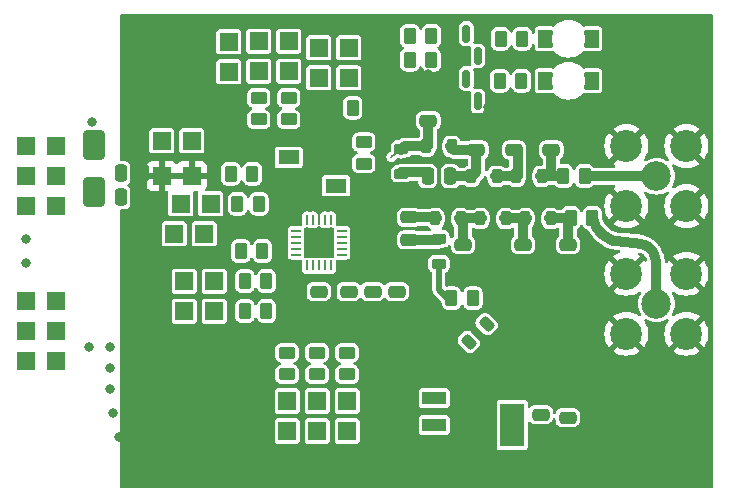
<source format=gbr>
%TF.GenerationSoftware,KiCad,Pcbnew,7.0.11+1*%
%TF.CreationDate,2024-07-13T22:37:04+00:00*%
%TF.ProjectId,ISM03,49534d30-332e-46b6-9963-61645f706362,rev?*%
%TF.SameCoordinates,Original*%
%TF.FileFunction,Copper,L2,Bot*%
%TF.FilePolarity,Positive*%
%FSLAX46Y46*%
G04 Gerber Fmt 4.6, Leading zero omitted, Abs format (unit mm)*
G04 Created by KiCad (PCBNEW 7.0.11+1) date 2024-07-13 22:37:04*
%MOMM*%
%LPD*%
G01*
G04 APERTURE LIST*
G04 Aperture macros list*
%AMRoundRect*
0 Rectangle with rounded corners*
0 $1 Rounding radius*
0 $2 $3 $4 $5 $6 $7 $8 $9 X,Y pos of 4 corners*
0 Add a 4 corners polygon primitive as box body*
4,1,4,$2,$3,$4,$5,$6,$7,$8,$9,$2,$3,0*
0 Add four circle primitives for the rounded corners*
1,1,$1+$1,$2,$3*
1,1,$1+$1,$4,$5*
1,1,$1+$1,$6,$7*
1,1,$1+$1,$8,$9*
0 Add four rect primitives between the rounded corners*
20,1,$1+$1,$2,$3,$4,$5,0*
20,1,$1+$1,$4,$5,$6,$7,0*
20,1,$1+$1,$6,$7,$8,$9,0*
20,1,$1+$1,$8,$9,$2,$3,0*%
%AMFreePoly0*
4,1,25,0.405000,0.748540,0.473851,0.737775,0.540468,0.697134,0.586462,0.634092,0.604830,0.558249,0.592776,0.481149,0.558927,0.388685,0.517726,0.196112,0.503933,-0.000335,0.517820,-0.196775,0.559113,-0.389328,0.593005,-0.481776,0.605097,-0.558870,0.586765,-0.634722,0.540802,-0.697786,0.474204,-0.738459,0.405000,-0.749313,0.405000,-0.750000,0.400623,-0.750000,0.397110,-0.750551,
0.394830,-0.750000,-0.645000,-0.750000,-0.645000,0.750000,0.405000,0.750000,0.405000,0.748540,0.405000,0.748540,$1*%
G04 Aperture macros list end*
%TA.AperFunction,ComponentPad*%
%ADD10R,1.524000X1.524000*%
%TD*%
%TA.AperFunction,ComponentPad*%
%ADD11C,6.000000*%
%TD*%
%TA.AperFunction,ComponentPad*%
%ADD12C,2.500000*%
%TD*%
%TA.AperFunction,ComponentPad*%
%ADD13C,2.700000*%
%TD*%
%TA.AperFunction,SMDPad,CuDef*%
%ADD14RoundRect,0.250000X-0.262500X-0.450000X0.262500X-0.450000X0.262500X0.450000X-0.262500X0.450000X0*%
%TD*%
%TA.AperFunction,SMDPad,CuDef*%
%ADD15RoundRect,0.250000X0.450000X-0.262500X0.450000X0.262500X-0.450000X0.262500X-0.450000X-0.262500X0*%
%TD*%
%TA.AperFunction,SMDPad,CuDef*%
%ADD16R,2.032000X1.016000*%
%TD*%
%TA.AperFunction,SMDPad,CuDef*%
%ADD17R,2.032000X3.657600*%
%TD*%
%TA.AperFunction,SMDPad,CuDef*%
%ADD18RoundRect,0.150000X0.150000X-0.587500X0.150000X0.587500X-0.150000X0.587500X-0.150000X-0.587500X0*%
%TD*%
%TA.AperFunction,SMDPad,CuDef*%
%ADD19FreePoly0,0.000000*%
%TD*%
%TA.AperFunction,SMDPad,CuDef*%
%ADD20FreePoly0,180.000000*%
%TD*%
%TA.AperFunction,SMDPad,CuDef*%
%ADD21RoundRect,0.250000X-0.450000X0.262500X-0.450000X-0.262500X0.450000X-0.262500X0.450000X0.262500X0*%
%TD*%
%TA.AperFunction,SMDPad,CuDef*%
%ADD22RoundRect,0.250000X-0.250000X-0.475000X0.250000X-0.475000X0.250000X0.475000X-0.250000X0.475000X0*%
%TD*%
%TA.AperFunction,SMDPad,CuDef*%
%ADD23RoundRect,0.250000X-0.475000X0.250000X-0.475000X-0.250000X0.475000X-0.250000X0.475000X0.250000X0*%
%TD*%
%TA.AperFunction,SMDPad,CuDef*%
%ADD24RoundRect,0.250000X0.650000X-1.000000X0.650000X1.000000X-0.650000X1.000000X-0.650000X-1.000000X0*%
%TD*%
%TA.AperFunction,SMDPad,CuDef*%
%ADD25RoundRect,0.218750X0.381250X-0.218750X0.381250X0.218750X-0.381250X0.218750X-0.381250X-0.218750X0*%
%TD*%
%TA.AperFunction,SMDPad,CuDef*%
%ADD26RoundRect,0.250000X0.262500X0.450000X-0.262500X0.450000X-0.262500X-0.450000X0.262500X-0.450000X0*%
%TD*%
%TA.AperFunction,SMDPad,CuDef*%
%ADD27R,1.800000X1.200000*%
%TD*%
%TA.AperFunction,SMDPad,CuDef*%
%ADD28RoundRect,0.062500X0.362500X0.062500X-0.362500X0.062500X-0.362500X-0.062500X0.362500X-0.062500X0*%
%TD*%
%TA.AperFunction,SMDPad,CuDef*%
%ADD29RoundRect,0.062500X0.062500X0.362500X-0.062500X0.362500X-0.062500X-0.362500X0.062500X-0.362500X0*%
%TD*%
%TA.AperFunction,HeatsinkPad*%
%ADD30C,0.500000*%
%TD*%
%TA.AperFunction,HeatsinkPad*%
%ADD31R,2.600000X2.600000*%
%TD*%
%TA.AperFunction,SMDPad,CuDef*%
%ADD32RoundRect,0.218750X0.218750X0.381250X-0.218750X0.381250X-0.218750X-0.381250X0.218750X-0.381250X0*%
%TD*%
%TA.AperFunction,SMDPad,CuDef*%
%ADD33RoundRect,0.218750X-0.381250X0.218750X-0.381250X-0.218750X0.381250X-0.218750X0.381250X0.218750X0*%
%TD*%
%TA.AperFunction,SMDPad,CuDef*%
%ADD34RoundRect,0.250000X0.475000X-0.250000X0.475000X0.250000X-0.475000X0.250000X-0.475000X-0.250000X0*%
%TD*%
%TA.AperFunction,SMDPad,CuDef*%
%ADD35RoundRect,0.218750X0.114905X-0.424264X0.424264X-0.114905X-0.114905X0.424264X-0.424264X0.114905X0*%
%TD*%
%TA.AperFunction,ViaPad*%
%ADD36C,0.800000*%
%TD*%
%TA.AperFunction,Conductor*%
%ADD37C,0.200000*%
%TD*%
%TA.AperFunction,Conductor*%
%ADD38C,0.500000*%
%TD*%
%TA.AperFunction,Conductor*%
%ADD39C,0.860506*%
%TD*%
G04 APERTURE END LIST*
D10*
%TO.P,J17,1*%
%TO.N,/TXRAMP*%
X24601000Y10173500D03*
%TO.P,J17,2*%
X24601000Y12713500D03*
%TD*%
%TO.P,J24,1*%
%TO.N,Net-(J24-Pad1)*%
X14568000Y40590000D03*
%TO.P,J24,2*%
%TO.N,/GPIO2*%
X14568000Y43130000D03*
%TD*%
%TO.P,J25,1*%
%TO.N,Net-(J25-Pad1)*%
X22188000Y40082000D03*
%TO.P,J25,2*%
%TO.N,/GPIO3*%
X22188000Y42622000D03*
%TD*%
%TO.P,J1,1,2*%
%TO.N,GND*%
X-2549953Y34289311D03*
%TO.P,J1,2,2*%
X-9953Y34289311D03*
%TO.P,J1,3,4*%
%TO.N,VCC*%
X-2549953Y31749311D03*
%TO.P,J1,4,4*%
X-9953Y31749311D03*
%TO.P,J1,5,6*%
%TO.N,GND*%
X-2549953Y29209311D03*
%TO.P,J1,6,6*%
X-9953Y29209311D03*
%TD*%
%TO.P,J4,1,2*%
%TO.N,GND*%
X-2549953Y21208311D03*
%TO.P,J4,2,2*%
X-9953Y21208311D03*
%TO.P,J4,3,4*%
%TO.N,+3.3V*%
X-2549953Y18668311D03*
%TO.P,J4,4,4*%
X-9953Y18668311D03*
%TO.P,J4,5,6*%
%TO.N,GND*%
X-2549953Y16128311D03*
%TO.P,J4,6,6*%
X-9953Y16128311D03*
%TD*%
%TO.P,J13,1*%
%TO.N,/SCLK*%
X13335000Y22860000D03*
%TO.P,J13,2*%
X10795000Y22860000D03*
%TD*%
%TO.P,J14,1*%
%TO.N,/SDI*%
X13044000Y29414000D03*
%TO.P,J14,2*%
X10504000Y29414000D03*
%TD*%
%TO.P,J19,1*%
%TO.N,/nIRQ*%
X10795000Y20320000D03*
%TO.P,J19,2*%
X13335000Y20320000D03*
%TD*%
%TO.P,J20,1*%
%TO.N,/GPIO0*%
X22061000Y10173500D03*
%TO.P,J20,2*%
X22061000Y12713500D03*
%TD*%
%TO.P,J21,1*%
%TO.N,/GPIO1*%
X19521000Y10173500D03*
%TO.P,J21,2*%
X19521000Y12713500D03*
%TD*%
D11*
%TO.P,M1,1*%
%TO.N,GND*%
X10160000Y40640000D03*
%TD*%
%TO.P,M2,1*%
%TO.N,GND*%
X50800000Y40640000D03*
%TD*%
%TO.P,M3,1*%
%TO.N,GND*%
X10160000Y10160000D03*
%TD*%
%TO.P,M4,1*%
%TO.N,GND*%
X50800000Y10160000D03*
%TD*%
D12*
%TO.P,J3,1*%
%TO.N,Net-(J3-Pad1)*%
X50790047Y31749311D03*
D13*
%TO.P,J3,2*%
%TO.N,GND*%
X48250047Y34289311D03*
X48250047Y29209311D03*
X53330047Y34289311D03*
X53330047Y29209311D03*
%TD*%
D10*
%TO.P,J26,1*%
%TO.N,GND*%
X11430000Y31750000D03*
%TO.P,J26,2*%
X8890000Y31750000D03*
%TD*%
%TO.P,J22,1*%
%TO.N,/GPIO2*%
X17108000Y40639311D03*
%TO.P,J22,2*%
X17108000Y43179311D03*
%TD*%
%TO.P,J16,1*%
%TO.N,/nSEL*%
X11430000Y34748000D03*
%TO.P,J16,2*%
X8890000Y34748000D03*
%TD*%
%TO.P,J15,1*%
%TO.N,/SDO*%
X12486689Y26874000D03*
%TO.P,J15,2*%
X9946689Y26874000D03*
%TD*%
%TO.P,J23,1*%
%TO.N,/GPIO3*%
X19648000Y40639311D03*
%TO.P,J23,2*%
X19648000Y43179311D03*
%TD*%
D12*
%TO.P,J2,1*%
%TO.N,Net-(J2-Pad1)*%
X50790047Y20954311D03*
D13*
%TO.P,J2,2*%
%TO.N,GND*%
X48250047Y23494311D03*
X48250047Y18414311D03*
X53330047Y23494311D03*
X53330047Y18414311D03*
%TD*%
D10*
%TO.P,J5,1*%
%TO.N,/SDN*%
X24728000Y40082000D03*
%TO.P,J5,2*%
X24728000Y42622000D03*
%TD*%
D14*
%TO.P,R15,1*%
%TO.N,/nIRQ*%
X15941500Y20320000D03*
%TO.P,R15,2*%
%TO.N,Net-(U2-~{IRQ})*%
X17766500Y20320000D03*
%TD*%
D15*
%TO.P,R17,1*%
%TO.N,/GPIO1*%
X19521000Y14976000D03*
%TO.P,R17,2*%
%TO.N,Net-(U2-GPIO1)*%
X19521000Y16801000D03*
%TD*%
D16*
%TO.P,U1,1,GND*%
%TO.N,GND*%
X31967000Y8395500D03*
%TO.P,U1,2,OUT*%
%TO.N,+3.3V*%
X31967000Y10681500D03*
%TO.P,U1,3,IN*%
%TO.N,VCC*%
X31967000Y12967500D03*
D17*
%TO.P,U1,4,OUT*%
%TO.N,+3.3V*%
X38571000Y10681500D03*
%TD*%
D18*
%TO.P,Q1,1,B*%
%TO.N,Net-(Q1-B)*%
X35647500Y41938500D03*
%TO.P,Q1,2,E*%
%TO.N,GND*%
X33747500Y41938500D03*
%TO.P,Q1,3,C*%
%TO.N,Net-(Q1-C)*%
X34697500Y43813500D03*
%TD*%
D19*
%TO.P,D3,1,K*%
%TO.N,Net-(D3-K)*%
X41428501Y39828000D03*
D20*
%TO.P,D3,2,A*%
%TO.N,+3.3V*%
X45238501Y39828000D03*
%TD*%
D19*
%TO.P,D2,1,K*%
%TO.N,Net-(D2-K)*%
X41428500Y43384000D03*
D20*
%TO.P,D2,2,A*%
%TO.N,+3.3V*%
X45238500Y43384000D03*
%TD*%
D21*
%TO.P,R19,1*%
%TO.N,/GPIO3*%
X19648000Y38376811D03*
%TO.P,R19,2*%
%TO.N,Net-(U2-GPIO3)*%
X19648000Y36551811D03*
%TD*%
D18*
%TO.P,Q2,1,B*%
%TO.N,Net-(Q2-B)*%
X35647500Y38128500D03*
%TO.P,Q2,2,E*%
%TO.N,GND*%
X33747500Y38128500D03*
%TO.P,Q2,3,C*%
%TO.N,Net-(Q2-C)*%
X34697500Y40003500D03*
%TD*%
D22*
%TO.P,C1,1*%
%TO.N,VCC*%
X5453547Y29971311D03*
%TO.P,C1,2*%
%TO.N,GND*%
X7353547Y29971311D03*
%TD*%
D23*
%TO.P,C3,1*%
%TO.N,+3.3V*%
X40984000Y11568000D03*
%TO.P,C3,2*%
%TO.N,GND*%
X40984000Y9668000D03*
%TD*%
%TO.P,C5,1*%
%TO.N,+3.3V*%
X43270000Y11314000D03*
%TO.P,C5,2*%
%TO.N,GND*%
X43270000Y9414000D03*
%TD*%
%TO.P,C15,1*%
%TO.N,Net-(C15-Pad1)*%
X22188000Y21982000D03*
%TO.P,C15,2*%
%TO.N,GND*%
X22188000Y20082000D03*
%TD*%
D24*
%TO.P,D1,1,K*%
%TO.N,VCC*%
X3165047Y30384311D03*
%TO.P,D1,2,A*%
%TO.N,GND*%
X3165047Y34384311D03*
%TD*%
D25*
%TO.P,L8,1*%
%TO.N,Net-(L8-Pad1)*%
X32375047Y24336811D03*
%TO.P,L8,2*%
%TO.N,Net-(U2-TX)*%
X32375047Y26461811D03*
%TD*%
D26*
%TO.P,R1,1*%
%TO.N,+3.3V*%
X35256047Y21412000D03*
%TO.P,R1,2*%
%TO.N,Net-(L8-Pad1)*%
X33431047Y21412000D03*
%TD*%
D14*
%TO.P,R9,1*%
%TO.N,/SCLK*%
X15941500Y22860000D03*
%TO.P,R9,2*%
%TO.N,Net-(U2-SCLK)*%
X17766500Y22860000D03*
%TD*%
%TO.P,R10,1*%
%TO.N,/SDI*%
X15306500Y29414000D03*
%TO.P,R10,2*%
%TO.N,Net-(U2-SDI)*%
X17131500Y29414000D03*
%TD*%
D15*
%TO.P,R13,1*%
%TO.N,/TXRAMP*%
X24601000Y14976000D03*
%TO.P,R13,2*%
%TO.N,Net-(U2-TXRAMP)*%
X24601000Y16801000D03*
%TD*%
%TO.P,R16,1*%
%TO.N,/GPIO0*%
X22061000Y14976000D03*
%TO.P,R16,2*%
%TO.N,Net-(U2-GPIO0)*%
X22061000Y16801000D03*
%TD*%
D26*
%TO.P,R22,1*%
%TO.N,Net-(D2-K)*%
X39420000Y43384000D03*
%TO.P,R22,2*%
%TO.N,Net-(Q1-C)*%
X37595000Y43384000D03*
%TD*%
%TO.P,R23,1*%
%TO.N,Net-(D3-K)*%
X39356500Y39828000D03*
%TO.P,R23,2*%
%TO.N,Net-(Q2-C)*%
X37531500Y39828000D03*
%TD*%
D23*
%TO.P,C20,1*%
%TO.N,Net-(C15-Pad1)*%
X28792000Y21982000D03*
%TO.P,C20,2*%
%TO.N,GND*%
X28792000Y20082000D03*
%TD*%
%TO.P,C17,1*%
%TO.N,Net-(C15-Pad1)*%
X24728000Y21982000D03*
%TO.P,C17,2*%
%TO.N,GND*%
X24728000Y20082000D03*
%TD*%
D22*
%TO.P,C2,1*%
%TO.N,VCC*%
X5453547Y32003311D03*
%TO.P,C2,2*%
%TO.N,GND*%
X7353547Y32003311D03*
%TD*%
D21*
%TO.P,R18,1*%
%TO.N,/GPIO2*%
X17108000Y38376811D03*
%TO.P,R18,2*%
%TO.N,Net-(U2-GPIO2)*%
X17108000Y36551811D03*
%TD*%
D14*
%TO.P,R11,1*%
%TO.N,/SDO*%
X15597500Y25400000D03*
%TO.P,R11,2*%
%TO.N,/P0.1_1*%
X17422500Y25400000D03*
%TD*%
%TO.P,R12,1*%
%TO.N,/nSEL*%
X14749189Y31954000D03*
%TO.P,R12,2*%
%TO.N,Net-(U2-~{SEL})*%
X16574189Y31954000D03*
%TD*%
D27*
%TO.P,Y2,1,1*%
%TO.N,Net-(U2-XIN)*%
X23654600Y30931800D03*
%TO.P,Y2,2,2*%
%TO.N,GND*%
X19654600Y30931800D03*
%TO.P,Y2,3,3*%
%TO.N,Net-(U2-XOUT)*%
X19654600Y33331800D03*
%TO.P,Y2,4,4*%
%TO.N,GND*%
X23654600Y33331800D03*
%TD*%
D28*
%TO.P,U2,1,SDN*%
%TO.N,Net-(U2-SDN)*%
X24140047Y27112000D03*
%TO.P,U2,2,RXp*%
%TO.N,Net-(U2-RXp)*%
X24140047Y26612000D03*
%TO.P,U2,3,RXn*%
%TO.N,Net-(U2-RXn)*%
X24140047Y26112000D03*
%TO.P,U2,4,TX*%
%TO.N,Net-(U2-TX)*%
X24140047Y25612000D03*
%TO.P,U2,5,NC*%
%TO.N,unconnected-(U2-NC-Pad5)*%
X24140047Y25112000D03*
D29*
%TO.P,U2,6,VDD*%
%TO.N,Net-(C15-Pad1)*%
X23215047Y24187000D03*
%TO.P,U2,7,TXRAMP*%
%TO.N,Net-(U2-TXRAMP)*%
X22715047Y24187000D03*
%TO.P,U2,8,VDD*%
%TO.N,Net-(C15-Pad1)*%
X22215047Y24187000D03*
%TO.P,U2,9,GPIO0*%
%TO.N,Net-(U2-GPIO0)*%
X21715047Y24187000D03*
%TO.P,U2,10,GPIO1*%
%TO.N,Net-(U2-GPIO1)*%
X21215047Y24187000D03*
D28*
%TO.P,U2,11,~{IRQ}*%
%TO.N,Net-(U2-~{IRQ})*%
X20290047Y25112000D03*
%TO.P,U2,12,SCLK*%
%TO.N,Net-(U2-SCLK)*%
X20290047Y25612000D03*
%TO.P,U2,13,SDO*%
%TO.N,/P0.1_1*%
X20290047Y26112000D03*
%TO.P,U2,14,SDI*%
%TO.N,Net-(U2-SDI)*%
X20290047Y26612000D03*
%TO.P,U2,15,~{SEL}*%
%TO.N,Net-(U2-~{SEL})*%
X20290047Y27112000D03*
D29*
%TO.P,U2,16,XOUT*%
%TO.N,Net-(U2-XOUT)*%
X21215047Y28037000D03*
%TO.P,U2,17,XIN*%
%TO.N,Net-(U2-XIN)*%
X21715047Y28037000D03*
%TO.P,U2,18,GND*%
%TO.N,GND*%
X22215047Y28037000D03*
%TO.P,U2,19,GPIO2*%
%TO.N,Net-(U2-GPIO2)*%
X22715047Y28037000D03*
%TO.P,U2,20,GPIO3*%
%TO.N,Net-(U2-GPIO3)*%
X23215047Y28037000D03*
D30*
%TO.P,U2,21,GND*%
%TO.N,GND*%
X23265047Y25062000D03*
X23265047Y27162000D03*
D31*
X22215047Y26112000D03*
D30*
X21165047Y25062000D03*
X21165047Y27162000D03*
%TD*%
D32*
%TO.P,L7,1*%
%TO.N,Net-(C9-Pad1)*%
X34199547Y28167911D03*
%TO.P,L7,2*%
%TO.N,Net-(C11-Pad2)*%
X32074547Y28167911D03*
%TD*%
%TO.P,L6,1*%
%TO.N,Net-(C8-Pad1)*%
X37247547Y31749311D03*
%TO.P,L6,2*%
%TO.N,Net-(C10-Pad1)*%
X35122547Y31749311D03*
%TD*%
%TO.P,L9,1*%
%TO.N,Net-(C10-Pad1)*%
X33437547Y34289311D03*
%TO.P,L9,2*%
%TO.N,Net-(U2-RXp)*%
X31312547Y34289311D03*
%TD*%
%TO.P,L5,1*%
%TO.N,Net-(C7-Pad1)*%
X38009547Y28167911D03*
%TO.P,L5,2*%
%TO.N,Net-(C9-Pad1)*%
X35884547Y28167911D03*
%TD*%
D33*
%TO.P,L10,1*%
%TO.N,Net-(U2-RXp)*%
X29200047Y34081811D03*
%TO.P,L10,2*%
%TO.N,Net-(U2-RXn)*%
X29200047Y31956811D03*
%TD*%
D23*
%TO.P,C7,1*%
%TO.N,Net-(C7-Pad1)*%
X39487047Y25942911D03*
%TO.P,C7,2*%
%TO.N,GND*%
X39487047Y24042911D03*
%TD*%
%TO.P,C9,1*%
%TO.N,Net-(C9-Pad1)*%
X34407047Y25942911D03*
%TO.P,C9,2*%
%TO.N,GND*%
X34407047Y24042911D03*
%TD*%
D34*
%TO.P,C13,1*%
%TO.N,Net-(U2-RXp)*%
X31486047Y36450811D03*
%TO.P,C13,2*%
%TO.N,GND*%
X31486047Y38350811D03*
%TD*%
%TO.P,C10,1*%
%TO.N,Net-(C10-Pad1)*%
X35550047Y33974311D03*
%TO.P,C10,2*%
%TO.N,GND*%
X35550047Y35874311D03*
%TD*%
%TO.P,C11,1*%
%TO.N,Net-(U2-TX)*%
X29835047Y26354311D03*
%TO.P,C11,2*%
%TO.N,Net-(C11-Pad2)*%
X29835047Y28254311D03*
%TD*%
D23*
%TO.P,C4,1*%
%TO.N,Net-(C4-Pad1)*%
X43297047Y25942911D03*
%TO.P,C4,2*%
%TO.N,GND*%
X43297047Y24042911D03*
%TD*%
D22*
%TO.P,C12,1*%
%TO.N,Net-(U2-RXn)*%
X31425047Y31749311D03*
%TO.P,C12,2*%
%TO.N,Net-(C10-Pad1)*%
X33325047Y31749311D03*
%TD*%
D34*
%TO.P,C6,1*%
%TO.N,Net-(C6-Pad1)*%
X41900047Y33974311D03*
%TO.P,C6,2*%
%TO.N,GND*%
X41900047Y35874311D03*
%TD*%
%TO.P,C8,1*%
%TO.N,Net-(C8-Pad1)*%
X38725047Y33974311D03*
%TO.P,C8,2*%
%TO.N,GND*%
X38725047Y35874311D03*
%TD*%
D32*
%TO.P,L3,1*%
%TO.N,Net-(C4-Pad1)*%
X41819547Y28167911D03*
%TO.P,L3,2*%
%TO.N,Net-(C7-Pad1)*%
X39694547Y28167911D03*
%TD*%
%TO.P,L4,1*%
%TO.N,Net-(C6-Pad1)*%
X41057547Y31749311D03*
%TO.P,L4,2*%
%TO.N,Net-(C8-Pad1)*%
X38932547Y31749311D03*
%TD*%
D26*
%TO.P,L1,1*%
%TO.N,Net-(J2-Pad1)*%
X45352547Y28193311D03*
%TO.P,L1,2*%
%TO.N,Net-(C4-Pad1)*%
X43527547Y28193311D03*
%TD*%
%TO.P,L2,1*%
%TO.N,Net-(J3-Pad1)*%
X44717547Y31749311D03*
%TO.P,L2,2*%
%TO.N,Net-(C6-Pad1)*%
X42892547Y31749311D03*
%TD*%
D23*
%TO.P,C19,1*%
%TO.N,Net-(C15-Pad1)*%
X26760000Y21982000D03*
%TO.P,C19,2*%
%TO.N,GND*%
X26760000Y20082000D03*
%TD*%
D21*
%TO.P,R4,1*%
%TO.N,/SDN*%
X25998000Y34644500D03*
%TO.P,R4,2*%
%TO.N,Net-(U2-SDN)*%
X25998000Y32819500D03*
%TD*%
D14*
%TO.P,R2,1*%
%TO.N,Net-(J24-Pad1)*%
X29911500Y43638000D03*
%TO.P,R2,2*%
%TO.N,Net-(Q1-B)*%
X31736500Y43638000D03*
%TD*%
D26*
%TO.P,R5,1*%
%TO.N,GND*%
X26910500Y37542000D03*
%TO.P,R5,2*%
%TO.N,/SDN*%
X25085500Y37542000D03*
%TD*%
D14*
%TO.P,R3,1*%
%TO.N,Net-(J25-Pad1)*%
X29911500Y41606000D03*
%TO.P,R3,2*%
%TO.N,Net-(Q2-B)*%
X31736500Y41606000D03*
%TD*%
D35*
%TO.P,L11,1,1*%
%TO.N,Net-(C15-Pad1)*%
X34898699Y17740699D03*
%TO.P,L11,2,2*%
%TO.N,+3.3V*%
X36401301Y19243301D03*
%TD*%
D36*
%TO.N,GND*%
X4562047Y15493311D03*
X46980047Y37083311D03*
X45456047Y24891311D03*
X54092047Y15493311D03*
X25744000Y18047500D03*
X50028047Y15493311D03*
X31486047Y40385311D03*
X33518047Y37591311D03*
X40122047Y37591311D03*
X5324047Y9651311D03*
X15738047Y7111311D03*
X29200047Y36575311D03*
X28184047Y26415311D03*
X44440047Y29971311D03*
X26914047Y24584311D03*
X36058047Y29971311D03*
X46218047Y13969311D03*
X45964047Y33527311D03*
X4816047Y11683311D03*
X45456047Y21843311D03*
X42154047Y21589311D03*
X41392047Y29971311D03*
X45710047Y35559311D03*
X15484047Y33781311D03*
X47742047Y15493311D03*
X36731147Y24040411D03*
X26506000Y8141500D03*
X34534047Y29971311D03*
X3038047Y36321311D03*
X8372047Y23875311D03*
X37836047Y29971311D03*
X52314047Y15493311D03*
X26914047Y23621311D03*
X43932047Y36067311D03*
X40630047Y21589311D03*
X28438047Y24129311D03*
X27153371Y27191987D03*
X29200047Y37591311D03*
X17770047Y33781311D03*
X43932047Y33527311D03*
X41900047Y37591311D03*
X20818047Y8635311D03*
X38344047Y37591311D03*
X-2549953Y24383311D03*
X31613047Y30098311D03*
X4562047Y17271311D03*
X43932047Y34543311D03*
X33264047Y40385311D03*
X39106047Y21589311D03*
X43932047Y37591311D03*
X26506000Y10427500D03*
X-2549953Y26415311D03*
X45456047Y23621311D03*
X45456047Y20319311D03*
X42916047Y29971311D03*
X26660047Y29463311D03*
X30470047Y23621311D03*
X45710047Y16001311D03*
X36566047Y37591311D03*
X52314047Y26415311D03*
X2784047Y17271311D03*
X54346047Y26415311D03*
X4562047Y13715311D03*
X17008047Y8635311D03*
X18786047Y8635311D03*
X22596047Y8635311D03*
X33518047Y38861311D03*
X43678047Y21589311D03*
X30470047Y24637311D03*
X36820047Y25653311D03*
X34407047Y11746811D03*
X39614047Y29971311D03*
X29454047Y38861311D03*
X26506000Y12205500D03*
X45456047Y29971311D03*
X30074371Y30112987D03*
X33010047Y30098311D03*
X24474000Y7887500D03*
X6086047Y33781311D03*
%TO.N,/SDO*%
X12690047Y27177311D03*
%TD*%
D37*
%TO.N,GND*%
X30074371Y30112987D02*
X30186695Y30225311D01*
D38*
X45710047Y35559311D02*
X45710047Y35813311D01*
D39*
%TO.N,Net-(C4-Pad1)*%
X43462147Y28167911D02*
X43487547Y28193311D01*
X43297047Y28002811D02*
X43487547Y28193311D01*
X43297047Y25945411D02*
X43297047Y28002811D01*
X41709547Y28167911D02*
X43462147Y28167911D01*
%TO.N,Net-(C6-Pad1)*%
X41900047Y33971811D02*
X41900047Y31749311D01*
X41900047Y31749311D02*
X40947547Y31749311D01*
X42852547Y31749311D02*
X41900047Y31749311D01*
%TO.N,Net-(C7-Pad1)*%
X39487047Y25945411D02*
X39487047Y27850411D01*
X37899547Y28167911D02*
X39804547Y28167911D01*
X39487047Y27850411D02*
X39804547Y28167911D01*
%TO.N,Net-(C8-Pad1)*%
X39042547Y31749311D02*
X39042547Y33654311D01*
X39042547Y33654311D02*
X38725047Y33971811D01*
X37137547Y31749311D02*
X39042547Y31749311D01*
%TO.N,Net-(C9-Pad1)*%
X34407047Y25945411D02*
X34407047Y27850411D01*
X34089547Y28167911D02*
X35994547Y28167911D01*
X34407047Y27850411D02*
X34089547Y28167911D01*
%TO.N,Net-(C10-Pad1)*%
X35550047Y33971811D02*
X35550047Y32066811D01*
X35550047Y33971811D02*
X33645047Y33971811D01*
X35550047Y32066811D02*
X35232547Y31749311D01*
X35232547Y31749311D02*
X33327547Y31749311D01*
X33645047Y33971811D02*
X33327547Y34289311D01*
%TO.N,Net-(C11-Pad2)*%
X29835047Y28256811D02*
X32095647Y28256811D01*
X32095647Y28256811D02*
X32184547Y28167911D01*
D37*
%TO.N,Net-(U2-TX)*%
X29581047Y26351811D02*
X29835047Y26351811D01*
D39*
X32375047Y26351811D02*
X29835047Y26351811D01*
%TO.N,Net-(J2-Pad1)*%
X45697347Y27446551D02*
X45392547Y28193311D01*
X50764647Y24467131D02*
X50690987Y24909091D01*
X47091807Y26285771D02*
X47526147Y26224811D01*
X46685407Y26476271D02*
X47091807Y26285771D01*
X50764647Y24467131D02*
X50790047Y23819431D01*
X49779127Y25930171D02*
X48989187Y26118131D01*
X47526147Y26224811D02*
X47963027Y26209571D01*
X50690987Y24909091D02*
X50505567Y25315491D01*
X45958967Y27096031D02*
X45697347Y27446551D01*
X50790047Y20954311D02*
X50790047Y23819431D01*
X46289167Y26758211D02*
X45958967Y27096031D01*
X50203307Y25681251D02*
X49779127Y25930171D01*
X47963027Y26209571D02*
X48989187Y26118131D01*
X50505567Y25315491D02*
X50203307Y25681251D01*
X46685407Y26476271D02*
X46289167Y26758211D01*
%TO.N,Net-(J3-Pad1)*%
X44757547Y31749311D02*
X46662547Y31749311D01*
X50790047Y31749311D02*
X46662547Y31749311D01*
%TO.N,Net-(U2-RXp)*%
X30470047Y34289311D02*
X29517547Y34289311D01*
X31486047Y34352811D02*
X31422547Y34289311D01*
D37*
X28333907Y33372371D02*
X29200047Y33971811D01*
D39*
X29517547Y34289311D02*
X29200047Y33971811D01*
D37*
X28946047Y33971811D02*
X29200047Y33971811D01*
D39*
X31486047Y36448311D02*
X31486047Y34352811D01*
X31422547Y34289311D02*
X30470047Y34289311D01*
%TO.N,Net-(U2-RXn)*%
X31105047Y32066811D02*
X31422547Y31749311D01*
X29200047Y32066811D02*
X31105047Y32066811D01*
D38*
%TO.N,Net-(L8-Pad1)*%
X32375047Y22097311D02*
X33391047Y21081311D01*
X32375047Y24446811D02*
X32375047Y22097311D01*
%TD*%
%TA.AperFunction,Conductor*%
%TO.N,GND*%
G36*
X49374488Y25275299D02*
G01*
X49485253Y25248943D01*
X49519850Y25235038D01*
X49626409Y25172506D01*
X49703003Y25127558D01*
X49736358Y25099153D01*
X49870196Y24937199D01*
X49887703Y24909235D01*
X49979144Y24708815D01*
X49988796Y24677230D01*
X49990559Y24666653D01*
X49982029Y24596171D01*
X49936748Y24541489D01*
X49869092Y24519969D01*
X49800541Y24538442D01*
X49765406Y24570428D01*
X49731142Y24616198D01*
X49003239Y23888295D01*
X48957731Y23974133D01*
X48838038Y24115046D01*
X48690852Y24226934D01*
X48644776Y24248251D01*
X49371933Y24975408D01*
X49269816Y25051852D01*
X49227269Y25108688D01*
X49222205Y25179503D01*
X49256230Y25241816D01*
X49318542Y25275841D01*
X49374488Y25275299D01*
G37*
%TD.AperFunction*%
%TA.AperFunction,Conductor*%
G36*
X22285932Y27560194D02*
G01*
X22328244Y27511362D01*
X22353032Y27460656D01*
X22353035Y27460652D01*
X22438695Y27374992D01*
X22438696Y27374992D01*
X22438700Y27374988D01*
X22441858Y27373444D01*
X22445422Y27370188D01*
X22447197Y27368921D01*
X22447043Y27368707D01*
X22494272Y27325562D01*
X22512480Y27256939D01*
X22511731Y27246139D01*
X22502251Y27162001D01*
X22521377Y26992260D01*
X22577791Y26831037D01*
X22577793Y26831033D01*
X22578847Y26829356D01*
X22878999Y27129508D01*
X23165047Y27129508D01*
X23203244Y27076935D01*
X23249209Y27062000D01*
X23280885Y27062000D01*
X23326850Y27076935D01*
X23365047Y27129508D01*
X23365047Y27194492D01*
X23326850Y27247065D01*
X23280885Y27262000D01*
X23249209Y27262000D01*
X23203244Y27247065D01*
X23165047Y27194492D01*
X23165047Y27129508D01*
X22878999Y27129508D01*
X23024111Y27274620D01*
X23086424Y27308645D01*
X23113538Y27310534D01*
X23113538Y27311500D01*
X23118097Y27311501D01*
X23118098Y27311500D01*
X23288546Y27311501D01*
X23356667Y27291499D01*
X23403160Y27237844D01*
X23414547Y27185502D01*
X23414548Y27010494D01*
X23412410Y27010494D01*
X23399062Y26949601D01*
X23377667Y26921069D01*
X23265048Y26808448D01*
X23265047Y26808447D01*
X22932400Y26475802D01*
X22934079Y26474746D01*
X22934082Y26474745D01*
X23095306Y26418331D01*
X23265049Y26399205D01*
X23282875Y26401213D01*
X23352808Y26388966D01*
X23405017Y26340854D01*
X23422927Y26272154D01*
X23421670Y26257841D01*
X23414547Y26208953D01*
X23414547Y26015052D01*
X23421670Y25966157D01*
X23411696Y25895864D01*
X23365302Y25842123D01*
X23297218Y25821995D01*
X23282880Y25822787D01*
X23265048Y25824796D01*
X23095306Y25805670D01*
X22934083Y25749256D01*
X22934082Y25749255D01*
X22932401Y25748199D01*
X23265047Y25415554D01*
X23265047Y25415553D01*
X23377666Y25302934D01*
X23411692Y25240622D01*
X23413620Y25213507D01*
X23414547Y25213507D01*
X23414547Y25038500D01*
X23394545Y24970379D01*
X23340889Y24923886D01*
X23288548Y24912500D01*
X23113541Y24912499D01*
X23113540Y24914625D01*
X23052600Y24928011D01*
X23024114Y24949381D01*
X22943987Y25029508D01*
X23165047Y25029508D01*
X23203244Y24976935D01*
X23249209Y24962000D01*
X23280885Y24962000D01*
X23326850Y24976935D01*
X23365047Y25029508D01*
X23365047Y25094492D01*
X23326850Y25147065D01*
X23280885Y25162000D01*
X23249209Y25162000D01*
X23203244Y25147065D01*
X23165047Y25094492D01*
X23165047Y25029508D01*
X22943987Y25029508D01*
X22578848Y25394647D01*
X22577792Y25392965D01*
X22577791Y25392964D01*
X22521377Y25231741D01*
X22502251Y25061999D01*
X22504260Y25044167D01*
X22492010Y24974235D01*
X22443896Y24922028D01*
X22375195Y24904120D01*
X22360887Y24905377D01*
X22359500Y24905579D01*
X22311996Y24912500D01*
X22311994Y24912500D01*
X22118097Y24912500D01*
X22069202Y24905377D01*
X21998910Y24915351D01*
X21945169Y24961745D01*
X21925041Y25029829D01*
X21925834Y25044172D01*
X21927842Y25061998D01*
X21908716Y25231741D01*
X21852302Y25392965D01*
X21852301Y25392968D01*
X21851245Y25394646D01*
X21851244Y25394646D01*
X21405979Y24949381D01*
X21343667Y24915356D01*
X21316554Y24913393D01*
X21316554Y24912500D01*
X21141546Y24912500D01*
X21073425Y24932502D01*
X21026932Y24986158D01*
X21017501Y25029508D01*
X21065047Y25029508D01*
X21103244Y24976935D01*
X21149209Y24962000D01*
X21180885Y24962000D01*
X21226850Y24976935D01*
X21265047Y25029508D01*
X21265047Y25094492D01*
X21226850Y25147065D01*
X21180885Y25162000D01*
X21149209Y25162000D01*
X21103244Y25147065D01*
X21065047Y25094492D01*
X21065047Y25029508D01*
X21017501Y25029508D01*
X21015546Y25038496D01*
X21015546Y25208948D01*
X21015546Y25208949D01*
X21015546Y25213507D01*
X21017753Y25213507D01*
X21030875Y25274115D01*
X21052427Y25302934D01*
X21165047Y25415553D01*
X21497692Y25748199D01*
X21497691Y25748200D01*
X21496014Y25749254D01*
X21496010Y25749256D01*
X21334787Y25805670D01*
X21165044Y25824796D01*
X21147212Y25822787D01*
X21077280Y25835038D01*
X21025073Y25883151D01*
X21007166Y25951852D01*
X21008424Y25966162D01*
X21009384Y25972747D01*
X21015547Y26015051D01*
X21015546Y26208948D01*
X21008423Y26257844D01*
X21018396Y26328135D01*
X21064789Y26381877D01*
X21132873Y26402006D01*
X21147217Y26401213D01*
X21165044Y26399205D01*
X21334787Y26418331D01*
X21496010Y26474744D01*
X21497691Y26475802D01*
X21497691Y26475803D01*
X21165047Y26808446D01*
X21165047Y26808447D01*
X21052428Y26921066D01*
X21018402Y26983378D01*
X21016476Y27010492D01*
X21015547Y27010491D01*
X21015547Y27096870D01*
X21015547Y27129508D01*
X21065047Y27129508D01*
X21103244Y27076935D01*
X21149209Y27062000D01*
X21180885Y27062000D01*
X21226850Y27076935D01*
X21265047Y27129508D01*
X21265047Y27194492D01*
X21226850Y27247065D01*
X21180885Y27262000D01*
X21149209Y27262000D01*
X21103244Y27247065D01*
X21065047Y27194492D01*
X21065047Y27129508D01*
X21015547Y27129508D01*
X21015546Y27185501D01*
X21035548Y27253621D01*
X21089203Y27300114D01*
X21141541Y27311501D01*
X21311995Y27311501D01*
X21316554Y27311501D01*
X21316554Y27309288D01*
X21377137Y27296185D01*
X21405979Y27274620D01*
X21851243Y26829356D01*
X21851245Y26829356D01*
X21852303Y26831037D01*
X21908716Y26992260D01*
X21927842Y27162000D01*
X21918362Y27246138D01*
X21930611Y27316070D01*
X21978723Y27368278D01*
X21988224Y27373439D01*
X21991394Y27374988D01*
X22077059Y27460653D01*
X22077059Y27460654D01*
X22077061Y27460656D01*
X22101850Y27511362D01*
X22149737Y27563777D01*
X22218361Y27581980D01*
X22285932Y27560194D01*
G37*
%TD.AperFunction*%
%TA.AperFunction,Conductor*%
G36*
X11011553Y31914228D02*
G01*
X10981736Y31783593D01*
X10991749Y31649972D01*
X11040703Y31525240D01*
X11064021Y31496000D01*
X9256618Y31496000D01*
X9308447Y31585772D01*
X9338264Y31716407D01*
X9328251Y31850028D01*
X9279297Y31974760D01*
X9255979Y32004000D01*
X11063382Y32004000D01*
X11011553Y31914228D01*
G37*
%TD.AperFunction*%
%TA.AperFunction,Conductor*%
G36*
X55557621Y45435498D02*
G01*
X55604114Y45381842D01*
X55615500Y45329500D01*
X55615500Y5470500D01*
X55595498Y5402379D01*
X55541842Y5355886D01*
X55489500Y5344500D01*
X5470500Y5344500D01*
X5402379Y5364502D01*
X5355886Y5418158D01*
X5344500Y5470500D01*
X5344500Y8807841D01*
X37254500Y8807841D01*
X37254501Y8807834D01*
X37257414Y8782710D01*
X37257416Y8782706D01*
X37302793Y8679935D01*
X37382232Y8600496D01*
X37382234Y8600495D01*
X37382235Y8600494D01*
X37485009Y8555115D01*
X37510135Y8552200D01*
X39631864Y8552201D01*
X39656991Y8555115D01*
X39759765Y8600494D01*
X39839206Y8679935D01*
X39884585Y8782709D01*
X39887500Y8807835D01*
X39887499Y10851823D01*
X39907501Y10919942D01*
X39961157Y10966435D01*
X40031431Y10976539D01*
X40096011Y10947045D01*
X40113897Y10927954D01*
X40116078Y10925078D01*
X40236654Y10833642D01*
X40236658Y10833639D01*
X40377435Y10778123D01*
X40377434Y10778123D01*
X40405394Y10774766D01*
X40465898Y10767500D01*
X40465901Y10767500D01*
X41502099Y10767500D01*
X41502102Y10767500D01*
X41590564Y10778123D01*
X41731342Y10833639D01*
X41851922Y10925078D01*
X41943361Y11045658D01*
X41998877Y11186436D01*
X41998876Y11186436D01*
X42001285Y11192542D01*
X42044883Y11248575D01*
X42111854Y11272143D01*
X42180935Y11255761D01*
X42230193Y11204633D01*
X42244500Y11146318D01*
X42244500Y11020895D01*
X42255122Y10932436D01*
X42310638Y10791659D01*
X42310641Y10791655D01*
X42402077Y10671078D01*
X42522654Y10579642D01*
X42522658Y10579639D01*
X42663435Y10524123D01*
X42663434Y10524123D01*
X42691394Y10520766D01*
X42751898Y10513500D01*
X42751901Y10513500D01*
X43788099Y10513500D01*
X43788102Y10513500D01*
X43876564Y10524123D01*
X44017342Y10579639D01*
X44137922Y10671078D01*
X44229361Y10791658D01*
X44284877Y10932436D01*
X44295500Y11020898D01*
X44295500Y11607102D01*
X44284877Y11695564D01*
X44283405Y11699296D01*
X44229361Y11836342D01*
X44229358Y11836346D01*
X44137922Y11956923D01*
X44017345Y12048359D01*
X44017341Y12048362D01*
X43876564Y12103878D01*
X43876565Y12103878D01*
X43788105Y12114500D01*
X43788102Y12114500D01*
X42751898Y12114500D01*
X42751894Y12114500D01*
X42663435Y12103878D01*
X42522658Y12048362D01*
X42522654Y12048359D01*
X42402077Y11956923D01*
X42310641Y11836346D01*
X42310638Y11836342D01*
X42252715Y11689459D01*
X42209117Y11633426D01*
X42142146Y11609858D01*
X42073065Y11626240D01*
X42023807Y11677368D01*
X42009500Y11735683D01*
X42009500Y11861099D01*
X42009500Y11861102D01*
X41998877Y11949564D01*
X41995975Y11956922D01*
X41943361Y12090342D01*
X41943358Y12090346D01*
X41851922Y12210923D01*
X41731345Y12302359D01*
X41731341Y12302362D01*
X41590564Y12357878D01*
X41590565Y12357878D01*
X41502105Y12368500D01*
X41502102Y12368500D01*
X40465898Y12368500D01*
X40465894Y12368500D01*
X40377435Y12357878D01*
X40236658Y12302362D01*
X40236654Y12302359D01*
X40116076Y12210922D01*
X40113893Y12208042D01*
X40111227Y12206073D01*
X40109983Y12204828D01*
X40109796Y12205015D01*
X40056793Y12165851D01*
X39985947Y12161229D01*
X39923848Y12195643D01*
X39890213Y12258167D01*
X39887499Y12284180D01*
X39887499Y12555160D01*
X39887499Y12555164D01*
X39884585Y12580291D01*
X39839206Y12683065D01*
X39839206Y12683066D01*
X39759767Y12762505D01*
X39759765Y12762506D01*
X39656989Y12807886D01*
X39656990Y12807886D01*
X39631868Y12810800D01*
X37510140Y12810800D01*
X37510133Y12810799D01*
X37485009Y12807886D01*
X37485005Y12807884D01*
X37382234Y12762507D01*
X37302795Y12683068D01*
X37302794Y12683066D01*
X37257414Y12580291D01*
X37254500Y12555171D01*
X37254500Y8807841D01*
X5344500Y8807841D01*
X5344500Y9366641D01*
X18458500Y9366641D01*
X18458501Y9366634D01*
X18461414Y9341510D01*
X18461416Y9341506D01*
X18506793Y9238735D01*
X18586232Y9159296D01*
X18586234Y9159295D01*
X18586235Y9159294D01*
X18689009Y9113915D01*
X18714135Y9111000D01*
X20327864Y9111001D01*
X20352991Y9113915D01*
X20455765Y9159294D01*
X20535206Y9238735D01*
X20580585Y9341509D01*
X20583500Y9366635D01*
X20583500Y9366641D01*
X20998500Y9366641D01*
X20998501Y9366634D01*
X21001414Y9341510D01*
X21001416Y9341506D01*
X21046793Y9238735D01*
X21126232Y9159296D01*
X21126234Y9159295D01*
X21126235Y9159294D01*
X21229009Y9113915D01*
X21254135Y9111000D01*
X22867864Y9111001D01*
X22892991Y9113915D01*
X22995765Y9159294D01*
X23075206Y9238735D01*
X23120585Y9341509D01*
X23123500Y9366635D01*
X23123500Y9366641D01*
X23538500Y9366641D01*
X23538501Y9366634D01*
X23541414Y9341510D01*
X23541416Y9341506D01*
X23586793Y9238735D01*
X23666232Y9159296D01*
X23666234Y9159295D01*
X23666235Y9159294D01*
X23769009Y9113915D01*
X23794135Y9111000D01*
X25407864Y9111001D01*
X25432991Y9113915D01*
X25535765Y9159294D01*
X25615206Y9238735D01*
X25660585Y9341509D01*
X25663500Y9366635D01*
X25663500Y10128641D01*
X30650500Y10128641D01*
X30650501Y10128634D01*
X30653414Y10103510D01*
X30653416Y10103506D01*
X30698793Y10000735D01*
X30778232Y9921296D01*
X30778234Y9921295D01*
X30778235Y9921294D01*
X30881009Y9875915D01*
X30906135Y9873000D01*
X33027864Y9873001D01*
X33052991Y9875915D01*
X33155765Y9921294D01*
X33235206Y10000735D01*
X33280585Y10103509D01*
X33283500Y10128635D01*
X33283499Y11234364D01*
X33280585Y11259491D01*
X33235206Y11362265D01*
X33235206Y11362266D01*
X33155767Y11441705D01*
X33155765Y11441706D01*
X33052989Y11487086D01*
X33052990Y11487086D01*
X33027868Y11490000D01*
X30906140Y11490000D01*
X30906133Y11489999D01*
X30881009Y11487086D01*
X30881005Y11487084D01*
X30778234Y11441707D01*
X30698795Y11362268D01*
X30698794Y11362266D01*
X30653414Y11259491D01*
X30650500Y11234371D01*
X30650500Y10128641D01*
X25663500Y10128641D01*
X25663499Y10980364D01*
X25660585Y11005491D01*
X25615206Y11108265D01*
X25615206Y11108266D01*
X25535767Y11187705D01*
X25535765Y11187706D01*
X25432989Y11233086D01*
X25432990Y11233086D01*
X25407868Y11236000D01*
X23794140Y11236000D01*
X23794133Y11235999D01*
X23769009Y11233086D01*
X23769005Y11233084D01*
X23666234Y11187707D01*
X23586795Y11108268D01*
X23586794Y11108266D01*
X23541414Y11005491D01*
X23538500Y10980371D01*
X23538500Y9366641D01*
X23123500Y9366641D01*
X23123499Y10980364D01*
X23120585Y11005491D01*
X23075206Y11108265D01*
X23075206Y11108266D01*
X22995767Y11187705D01*
X22995765Y11187706D01*
X22892989Y11233086D01*
X22892990Y11233086D01*
X22867868Y11236000D01*
X21254140Y11236000D01*
X21254133Y11235999D01*
X21229009Y11233086D01*
X21229005Y11233084D01*
X21126234Y11187707D01*
X21046795Y11108268D01*
X21046794Y11108266D01*
X21001414Y11005491D01*
X20998500Y10980371D01*
X20998500Y9366641D01*
X20583500Y9366641D01*
X20583499Y10980364D01*
X20580585Y11005491D01*
X20535206Y11108265D01*
X20535206Y11108266D01*
X20455767Y11187705D01*
X20455765Y11187706D01*
X20352989Y11233086D01*
X20352990Y11233086D01*
X20327868Y11236000D01*
X18714140Y11236000D01*
X18714133Y11235999D01*
X18689009Y11233086D01*
X18689005Y11233084D01*
X18586234Y11187707D01*
X18506795Y11108268D01*
X18506794Y11108266D01*
X18461414Y11005491D01*
X18458500Y10980371D01*
X18458500Y9366641D01*
X5344500Y9366641D01*
X5344500Y11906641D01*
X18458500Y11906641D01*
X18458501Y11906634D01*
X18461414Y11881510D01*
X18461416Y11881506D01*
X18506793Y11778735D01*
X18586232Y11699296D01*
X18586234Y11699295D01*
X18586235Y11699294D01*
X18689009Y11653915D01*
X18714135Y11651000D01*
X20327864Y11651001D01*
X20352991Y11653915D01*
X20455765Y11699294D01*
X20535206Y11778735D01*
X20580585Y11881509D01*
X20583500Y11906635D01*
X20583500Y11906641D01*
X20998500Y11906641D01*
X20998501Y11906634D01*
X21001414Y11881510D01*
X21001416Y11881506D01*
X21046793Y11778735D01*
X21126232Y11699296D01*
X21126234Y11699295D01*
X21126235Y11699294D01*
X21229009Y11653915D01*
X21254135Y11651000D01*
X22867864Y11651001D01*
X22892991Y11653915D01*
X22995765Y11699294D01*
X23075206Y11778735D01*
X23120585Y11881509D01*
X23123500Y11906635D01*
X23123500Y11906641D01*
X23538500Y11906641D01*
X23538501Y11906634D01*
X23541414Y11881510D01*
X23541416Y11881506D01*
X23586793Y11778735D01*
X23666232Y11699296D01*
X23666234Y11699295D01*
X23666235Y11699294D01*
X23769009Y11653915D01*
X23794135Y11651000D01*
X25407864Y11651001D01*
X25432991Y11653915D01*
X25535765Y11699294D01*
X25615206Y11778735D01*
X25660585Y11881509D01*
X25663500Y11906635D01*
X25663500Y12414641D01*
X30650500Y12414641D01*
X30650501Y12414634D01*
X30653414Y12389510D01*
X30653416Y12389506D01*
X30698793Y12286735D01*
X30778232Y12207296D01*
X30778234Y12207295D01*
X30778235Y12207294D01*
X30881009Y12161915D01*
X30906135Y12159000D01*
X33027864Y12159001D01*
X33052991Y12161915D01*
X33155765Y12207294D01*
X33235206Y12286735D01*
X33280585Y12389509D01*
X33283500Y12414635D01*
X33283499Y13520364D01*
X33280585Y13545491D01*
X33235206Y13648265D01*
X33235206Y13648266D01*
X33155767Y13727705D01*
X33155765Y13727706D01*
X33052989Y13773086D01*
X33052990Y13773086D01*
X33027868Y13776000D01*
X30906140Y13776000D01*
X30906133Y13775999D01*
X30881009Y13773086D01*
X30881005Y13773084D01*
X30778234Y13727707D01*
X30698795Y13648268D01*
X30698794Y13648266D01*
X30653414Y13545491D01*
X30650500Y13520371D01*
X30650500Y12414641D01*
X25663500Y12414641D01*
X25663499Y13520364D01*
X25660585Y13545491D01*
X25615206Y13648265D01*
X25615206Y13648266D01*
X25535767Y13727705D01*
X25535765Y13727706D01*
X25432989Y13773086D01*
X25432990Y13773086D01*
X25407868Y13776000D01*
X23794140Y13776000D01*
X23794133Y13775999D01*
X23769009Y13773086D01*
X23769005Y13773084D01*
X23666234Y13727707D01*
X23586795Y13648268D01*
X23586794Y13648266D01*
X23541414Y13545491D01*
X23538500Y13520371D01*
X23538500Y11906641D01*
X23123500Y11906641D01*
X23123499Y13520364D01*
X23120585Y13545491D01*
X23075206Y13648265D01*
X23075206Y13648266D01*
X22995767Y13727705D01*
X22995765Y13727706D01*
X22892989Y13773086D01*
X22892990Y13773086D01*
X22867868Y13776000D01*
X21254140Y13776000D01*
X21254133Y13775999D01*
X21229009Y13773086D01*
X21229005Y13773084D01*
X21126234Y13727707D01*
X21046795Y13648268D01*
X21046794Y13648266D01*
X21001414Y13545491D01*
X20998500Y13520371D01*
X20998500Y11906641D01*
X20583500Y11906641D01*
X20583499Y13520364D01*
X20580585Y13545491D01*
X20535206Y13648265D01*
X20535206Y13648266D01*
X20455767Y13727705D01*
X20455765Y13727706D01*
X20352989Y13773086D01*
X20352990Y13773086D01*
X20327868Y13776000D01*
X18714140Y13776000D01*
X18714133Y13775999D01*
X18689009Y13773086D01*
X18689005Y13773084D01*
X18586234Y13727707D01*
X18506795Y13648268D01*
X18506794Y13648266D01*
X18461414Y13545491D01*
X18458500Y13520371D01*
X18458500Y11906641D01*
X5344500Y11906641D01*
X5344500Y14670395D01*
X18520500Y14670395D01*
X18531122Y14581936D01*
X18586638Y14441159D01*
X18586641Y14441155D01*
X18678077Y14320578D01*
X18798654Y14229142D01*
X18798658Y14229139D01*
X18939435Y14173623D01*
X18939434Y14173623D01*
X18967394Y14170266D01*
X19027898Y14163000D01*
X19027901Y14163000D01*
X20014099Y14163000D01*
X20014102Y14163000D01*
X20102564Y14173623D01*
X20243342Y14229139D01*
X20363922Y14320578D01*
X20455361Y14441158D01*
X20510877Y14581936D01*
X20521500Y14670395D01*
X21060500Y14670395D01*
X21071122Y14581936D01*
X21126638Y14441159D01*
X21126641Y14441155D01*
X21218077Y14320578D01*
X21338654Y14229142D01*
X21338658Y14229139D01*
X21479435Y14173623D01*
X21479434Y14173623D01*
X21507394Y14170266D01*
X21567898Y14163000D01*
X21567901Y14163000D01*
X22554099Y14163000D01*
X22554102Y14163000D01*
X22642564Y14173623D01*
X22783342Y14229139D01*
X22903922Y14320578D01*
X22995361Y14441158D01*
X23050877Y14581936D01*
X23061500Y14670395D01*
X23600500Y14670395D01*
X23611122Y14581936D01*
X23666638Y14441159D01*
X23666641Y14441155D01*
X23758077Y14320578D01*
X23878654Y14229142D01*
X23878658Y14229139D01*
X24019435Y14173623D01*
X24019434Y14173623D01*
X24047394Y14170266D01*
X24107898Y14163000D01*
X24107901Y14163000D01*
X25094099Y14163000D01*
X25094102Y14163000D01*
X25182564Y14173623D01*
X25323342Y14229139D01*
X25443922Y14320578D01*
X25535361Y14441158D01*
X25590877Y14581936D01*
X25601500Y14670398D01*
X25601500Y15281602D01*
X25590877Y15370064D01*
X25535361Y15510842D01*
X25535358Y15510846D01*
X25443922Y15631423D01*
X25323345Y15722859D01*
X25323341Y15722862D01*
X25200548Y15771285D01*
X25144515Y15814883D01*
X25120947Y15881854D01*
X25137328Y15950935D01*
X25188457Y16000193D01*
X25200548Y16005715D01*
X25205163Y16007535D01*
X25323342Y16054139D01*
X25443922Y16145578D01*
X25535361Y16266158D01*
X25590877Y16406936D01*
X25601500Y16495398D01*
X25601500Y17106602D01*
X25590877Y17195064D01*
X25554474Y17287374D01*
X25535361Y17335842D01*
X25535358Y17335846D01*
X25443922Y17456423D01*
X25323345Y17547859D01*
X25323341Y17547862D01*
X25182564Y17603378D01*
X25182565Y17603378D01*
X25094105Y17614000D01*
X25094102Y17614000D01*
X24107898Y17614000D01*
X24107894Y17614000D01*
X24019435Y17603378D01*
X23878658Y17547862D01*
X23878654Y17547859D01*
X23758077Y17456423D01*
X23666641Y17335846D01*
X23666638Y17335842D01*
X23611122Y17195065D01*
X23600500Y17106606D01*
X23600500Y16495395D01*
X23611122Y16406936D01*
X23666638Y16266159D01*
X23666641Y16266155D01*
X23758077Y16145578D01*
X23878654Y16054142D01*
X23878658Y16054139D01*
X24001451Y16005715D01*
X24057484Y15962117D01*
X24081052Y15895146D01*
X24064670Y15826065D01*
X24013542Y15776807D01*
X24001451Y15771285D01*
X23878658Y15722862D01*
X23878654Y15722859D01*
X23758077Y15631423D01*
X23666641Y15510846D01*
X23666638Y15510842D01*
X23611122Y15370065D01*
X23600500Y15281606D01*
X23600500Y14670395D01*
X23061500Y14670395D01*
X23061500Y14670398D01*
X23061500Y15281602D01*
X23050877Y15370064D01*
X22995361Y15510842D01*
X22995358Y15510846D01*
X22903922Y15631423D01*
X22783345Y15722859D01*
X22783341Y15722862D01*
X22660548Y15771285D01*
X22604515Y15814883D01*
X22580947Y15881854D01*
X22597328Y15950935D01*
X22648457Y16000193D01*
X22660548Y16005715D01*
X22665163Y16007535D01*
X22783342Y16054139D01*
X22903922Y16145578D01*
X22995361Y16266158D01*
X23050877Y16406936D01*
X23061500Y16495398D01*
X23061500Y17106602D01*
X23050877Y17195064D01*
X23014474Y17287374D01*
X22995361Y17335842D01*
X22995358Y17335846D01*
X22903922Y17456423D01*
X22783345Y17547859D01*
X22783341Y17547862D01*
X22642564Y17603378D01*
X22642565Y17603378D01*
X22554105Y17614000D01*
X22554102Y17614000D01*
X21567898Y17614000D01*
X21567894Y17614000D01*
X21479435Y17603378D01*
X21338658Y17547862D01*
X21338654Y17547859D01*
X21218077Y17456423D01*
X21126641Y17335846D01*
X21126638Y17335842D01*
X21071122Y17195065D01*
X21060500Y17106606D01*
X21060500Y16495395D01*
X21071122Y16406936D01*
X21126638Y16266159D01*
X21126641Y16266155D01*
X21218077Y16145578D01*
X21338654Y16054142D01*
X21338658Y16054139D01*
X21461451Y16005715D01*
X21517484Y15962117D01*
X21541052Y15895146D01*
X21524670Y15826065D01*
X21473542Y15776807D01*
X21461451Y15771285D01*
X21338658Y15722862D01*
X21338654Y15722859D01*
X21218077Y15631423D01*
X21126641Y15510846D01*
X21126638Y15510842D01*
X21071122Y15370065D01*
X21060500Y15281606D01*
X21060500Y14670395D01*
X20521500Y14670395D01*
X20521500Y14670398D01*
X20521500Y15281602D01*
X20510877Y15370064D01*
X20455361Y15510842D01*
X20455358Y15510846D01*
X20363922Y15631423D01*
X20243345Y15722859D01*
X20243341Y15722862D01*
X20120548Y15771285D01*
X20064515Y15814883D01*
X20040947Y15881854D01*
X20057328Y15950935D01*
X20108457Y16000193D01*
X20120548Y16005715D01*
X20125163Y16007535D01*
X20243342Y16054139D01*
X20363922Y16145578D01*
X20455361Y16266158D01*
X20510877Y16406936D01*
X20521500Y16495398D01*
X20521500Y17106602D01*
X20510877Y17195064D01*
X20474474Y17287374D01*
X20455361Y17335842D01*
X20455358Y17335846D01*
X20363922Y17456423D01*
X20243345Y17547859D01*
X20243341Y17547862D01*
X20102564Y17603378D01*
X20102565Y17603378D01*
X20014105Y17614000D01*
X20014102Y17614000D01*
X19027898Y17614000D01*
X19027894Y17614000D01*
X18939435Y17603378D01*
X18798658Y17547862D01*
X18798654Y17547859D01*
X18678077Y17456423D01*
X18586641Y17335846D01*
X18586638Y17335842D01*
X18531122Y17195065D01*
X18520500Y17106606D01*
X18520500Y16495395D01*
X18531122Y16406936D01*
X18586638Y16266159D01*
X18586641Y16266155D01*
X18678077Y16145578D01*
X18798654Y16054142D01*
X18798658Y16054139D01*
X18921451Y16005715D01*
X18977484Y15962117D01*
X19001052Y15895146D01*
X18984670Y15826065D01*
X18933542Y15776807D01*
X18921451Y15771285D01*
X18798658Y15722862D01*
X18798654Y15722859D01*
X18678077Y15631423D01*
X18586641Y15510846D01*
X18586638Y15510842D01*
X18531122Y15370065D01*
X18520500Y15281606D01*
X18520500Y14670395D01*
X5344500Y14670395D01*
X5344500Y17855601D01*
X33950303Y17855601D01*
X33969738Y17714203D01*
X33969739Y17714197D01*
X33969740Y17714195D01*
X34026607Y17583274D01*
X34078524Y17517184D01*
X34078526Y17517182D01*
X34078530Y17517177D01*
X34675176Y16920531D01*
X34675180Y16920528D01*
X34675184Y16920524D01*
X34741274Y16868607D01*
X34872195Y16811740D01*
X34872200Y16811740D01*
X34872202Y16811739D01*
X35013601Y16792303D01*
X35013604Y16792303D01*
X35013607Y16792303D01*
X35127492Y16807958D01*
X35155013Y16811740D01*
X35285934Y16868607D01*
X35352024Y16920524D01*
X35718874Y17287374D01*
X35770791Y17353464D01*
X35827658Y17484385D01*
X35847095Y17625794D01*
X35847095Y17625798D01*
X35827659Y17767196D01*
X35827658Y17767202D01*
X35827658Y17767203D01*
X35770791Y17898124D01*
X35718874Y17964214D01*
X35718870Y17964218D01*
X35718867Y17964222D01*
X35122221Y18560868D01*
X35122216Y18560872D01*
X35122214Y18560874D01*
X35056124Y18612791D01*
X34925203Y18669658D01*
X34925201Y18669659D01*
X34925195Y18669660D01*
X34783797Y18689095D01*
X34783791Y18689095D01*
X34642392Y18669660D01*
X34642386Y18669659D01*
X34576924Y18641225D01*
X34511464Y18612791D01*
X34511463Y18612790D01*
X34445366Y18560868D01*
X34078530Y18194032D01*
X34078524Y18194024D01*
X34026607Y18127934D01*
X33998173Y18062474D01*
X33969739Y17997012D01*
X33969738Y17997006D01*
X33950303Y17855608D01*
X33950303Y17855601D01*
X5344500Y17855601D01*
X5344500Y19513141D01*
X9732500Y19513141D01*
X9732501Y19513134D01*
X9735414Y19488010D01*
X9735416Y19488006D01*
X9780793Y19385235D01*
X9860232Y19305796D01*
X9860234Y19305795D01*
X9860235Y19305794D01*
X9963009Y19260415D01*
X9988135Y19257500D01*
X11601864Y19257501D01*
X11626991Y19260415D01*
X11729765Y19305794D01*
X11809206Y19385235D01*
X11854585Y19488009D01*
X11857500Y19513135D01*
X11857500Y19513141D01*
X12272500Y19513141D01*
X12272501Y19513134D01*
X12275414Y19488010D01*
X12275416Y19488006D01*
X12320793Y19385235D01*
X12400232Y19305796D01*
X12400234Y19305795D01*
X12400235Y19305794D01*
X12503009Y19260415D01*
X12528135Y19257500D01*
X14141864Y19257501D01*
X14166991Y19260415D01*
X14269765Y19305794D01*
X14349206Y19385235D01*
X14394585Y19488009D01*
X14397500Y19513135D01*
X14397500Y19826895D01*
X15128500Y19826895D01*
X15139122Y19738436D01*
X15194638Y19597659D01*
X15194641Y19597655D01*
X15286077Y19477078D01*
X15406654Y19385642D01*
X15406658Y19385639D01*
X15547435Y19330123D01*
X15547434Y19330123D01*
X15575394Y19326766D01*
X15635898Y19319500D01*
X15635901Y19319500D01*
X16247099Y19319500D01*
X16247102Y19319500D01*
X16335564Y19330123D01*
X16476342Y19385639D01*
X16596922Y19477078D01*
X16688361Y19597658D01*
X16736785Y19720452D01*
X16780383Y19776485D01*
X16847354Y19800053D01*
X16916435Y19783672D01*
X16965693Y19732543D01*
X16971215Y19720452D01*
X17019638Y19597659D01*
X17019641Y19597655D01*
X17111077Y19477078D01*
X17231654Y19385642D01*
X17231658Y19385639D01*
X17372435Y19330123D01*
X17372434Y19330123D01*
X17400394Y19326766D01*
X17460898Y19319500D01*
X17460901Y19319500D01*
X18072099Y19319500D01*
X18072102Y19319500D01*
X18160564Y19330123D01*
X18231770Y19358203D01*
X35452905Y19358203D01*
X35472340Y19216805D01*
X35472341Y19216799D01*
X35472342Y19216797D01*
X35529209Y19085876D01*
X35581126Y19019786D01*
X35581128Y19019784D01*
X35581132Y19019779D01*
X36177778Y18423133D01*
X36177782Y18423130D01*
X36177786Y18423126D01*
X36243876Y18371209D01*
X36374797Y18314342D01*
X36374802Y18314342D01*
X36374804Y18314341D01*
X36516203Y18294905D01*
X36516206Y18294905D01*
X36516209Y18294905D01*
X36630094Y18310560D01*
X36657615Y18314342D01*
X36788536Y18371209D01*
X36854626Y18423126D01*
X37221476Y18789976D01*
X37273393Y18856066D01*
X37330260Y18986987D01*
X37349697Y19128396D01*
X37349697Y19128400D01*
X37330261Y19269798D01*
X37330260Y19269804D01*
X37330260Y19269805D01*
X37273393Y19400726D01*
X37221476Y19466816D01*
X37221472Y19466820D01*
X37221469Y19466824D01*
X36624823Y20063470D01*
X36624818Y20063474D01*
X36624816Y20063476D01*
X36558726Y20115393D01*
X36427805Y20172260D01*
X36427803Y20172261D01*
X36427797Y20172262D01*
X36286399Y20191697D01*
X36286393Y20191697D01*
X36144994Y20172262D01*
X36144988Y20172261D01*
X36079526Y20143827D01*
X36014066Y20115393D01*
X35985650Y20093072D01*
X35947968Y20063470D01*
X35581132Y19696634D01*
X35551530Y19658952D01*
X35529209Y19630536D01*
X35514929Y19597659D01*
X35472341Y19499614D01*
X35472340Y19499608D01*
X35452905Y19358210D01*
X35452905Y19358203D01*
X18231770Y19358203D01*
X18301342Y19385639D01*
X18421922Y19477078D01*
X18513361Y19597658D01*
X18568877Y19738436D01*
X18579500Y19826898D01*
X18579500Y20813102D01*
X18568877Y20901564D01*
X18562042Y20918895D01*
X18513361Y21042342D01*
X18513358Y21042346D01*
X18421922Y21162923D01*
X18301345Y21254359D01*
X18301341Y21254362D01*
X18160564Y21309878D01*
X18160565Y21309878D01*
X18072105Y21320500D01*
X18072102Y21320500D01*
X17460898Y21320500D01*
X17460894Y21320500D01*
X17372435Y21309878D01*
X17231658Y21254362D01*
X17231654Y21254359D01*
X17111077Y21162923D01*
X17019641Y21042346D01*
X17019638Y21042342D01*
X16971215Y20919549D01*
X16927617Y20863516D01*
X16860646Y20839948D01*
X16791565Y20856330D01*
X16742307Y20907458D01*
X16736785Y20919549D01*
X16688361Y21042342D01*
X16688358Y21042346D01*
X16596922Y21162923D01*
X16476345Y21254359D01*
X16476341Y21254362D01*
X16335564Y21309878D01*
X16335565Y21309878D01*
X16247105Y21320500D01*
X16247102Y21320500D01*
X15635898Y21320500D01*
X15635894Y21320500D01*
X15547435Y21309878D01*
X15406658Y21254362D01*
X15406654Y21254359D01*
X15286077Y21162923D01*
X15194641Y21042346D01*
X15194638Y21042342D01*
X15139122Y20901565D01*
X15128500Y20813106D01*
X15128500Y19826895D01*
X14397500Y19826895D01*
X14397499Y21126864D01*
X14394585Y21151991D01*
X14374441Y21197614D01*
X14349206Y21254766D01*
X14269767Y21334205D01*
X14269765Y21334206D01*
X14166989Y21379586D01*
X14166990Y21379586D01*
X14141868Y21382500D01*
X12528140Y21382500D01*
X12528133Y21382499D01*
X12503009Y21379586D01*
X12503005Y21379584D01*
X12400234Y21334207D01*
X12320795Y21254768D01*
X12320794Y21254766D01*
X12275414Y21151991D01*
X12272500Y21126871D01*
X12272500Y19513141D01*
X11857500Y19513141D01*
X11857499Y21126864D01*
X11854585Y21151991D01*
X11834441Y21197614D01*
X11809206Y21254766D01*
X11729767Y21334205D01*
X11729765Y21334206D01*
X11626989Y21379586D01*
X11626990Y21379586D01*
X11601868Y21382500D01*
X9988140Y21382500D01*
X9988133Y21382499D01*
X9963009Y21379586D01*
X9963005Y21379584D01*
X9860234Y21334207D01*
X9780795Y21254768D01*
X9780794Y21254766D01*
X9735414Y21151991D01*
X9732500Y21126871D01*
X9732500Y19513141D01*
X5344500Y19513141D01*
X5344500Y21688895D01*
X21162500Y21688895D01*
X21173122Y21600436D01*
X21228638Y21459659D01*
X21228641Y21459655D01*
X21320077Y21339078D01*
X21440654Y21247642D01*
X21440658Y21247639D01*
X21581435Y21192123D01*
X21581434Y21192123D01*
X21609394Y21188766D01*
X21669898Y21181500D01*
X21669901Y21181500D01*
X22706099Y21181500D01*
X22706102Y21181500D01*
X22794564Y21192123D01*
X22935342Y21247639D01*
X23055922Y21339078D01*
X23147361Y21459658D01*
X23202877Y21600436D01*
X23213500Y21688895D01*
X23702500Y21688895D01*
X23713122Y21600436D01*
X23768638Y21459659D01*
X23768641Y21459655D01*
X23860077Y21339078D01*
X23980654Y21247642D01*
X23980658Y21247639D01*
X24121435Y21192123D01*
X24121434Y21192123D01*
X24149394Y21188766D01*
X24209898Y21181500D01*
X24209901Y21181500D01*
X25246099Y21181500D01*
X25246102Y21181500D01*
X25334564Y21192123D01*
X25475342Y21247639D01*
X25595922Y21339078D01*
X25626640Y21379585D01*
X25643603Y21401954D01*
X25700702Y21444147D01*
X25771547Y21448772D01*
X25833647Y21414360D01*
X25844397Y21401954D01*
X25892077Y21339078D01*
X26012654Y21247642D01*
X26012658Y21247639D01*
X26153435Y21192123D01*
X26153434Y21192123D01*
X26181394Y21188766D01*
X26241898Y21181500D01*
X26241901Y21181500D01*
X27278099Y21181500D01*
X27278102Y21181500D01*
X27366564Y21192123D01*
X27507342Y21247639D01*
X27627922Y21339078D01*
X27658640Y21379585D01*
X27675603Y21401954D01*
X27732702Y21444147D01*
X27803547Y21448772D01*
X27865647Y21414360D01*
X27876397Y21401954D01*
X27924077Y21339078D01*
X28044654Y21247642D01*
X28044658Y21247639D01*
X28185435Y21192123D01*
X28185434Y21192123D01*
X28213394Y21188766D01*
X28273898Y21181500D01*
X28273901Y21181500D01*
X29310099Y21181500D01*
X29310102Y21181500D01*
X29398564Y21192123D01*
X29539342Y21247639D01*
X29659922Y21339078D01*
X29751361Y21459658D01*
X29806877Y21600436D01*
X29817500Y21688898D01*
X29817500Y22275102D01*
X29806877Y22363564D01*
X29805563Y22366895D01*
X29751361Y22504342D01*
X29751358Y22504346D01*
X29659922Y22624923D01*
X29539345Y22716359D01*
X29539341Y22716362D01*
X29398564Y22771878D01*
X29398565Y22771878D01*
X29310105Y22782500D01*
X29310102Y22782500D01*
X28273898Y22782500D01*
X28273894Y22782500D01*
X28185435Y22771878D01*
X28044658Y22716362D01*
X28044654Y22716359D01*
X27924079Y22624924D01*
X27876397Y22562046D01*
X27819298Y22519854D01*
X27748452Y22515229D01*
X27686352Y22549641D01*
X27675603Y22562046D01*
X27627920Y22624924D01*
X27507345Y22716359D01*
X27507341Y22716362D01*
X27366564Y22771878D01*
X27366565Y22771878D01*
X27278105Y22782500D01*
X27278102Y22782500D01*
X26241898Y22782500D01*
X26241894Y22782500D01*
X26153435Y22771878D01*
X26012658Y22716362D01*
X26012654Y22716359D01*
X25892079Y22624924D01*
X25844397Y22562046D01*
X25787298Y22519854D01*
X25716452Y22515229D01*
X25654352Y22549641D01*
X25643603Y22562046D01*
X25595920Y22624924D01*
X25475345Y22716359D01*
X25475341Y22716362D01*
X25334564Y22771878D01*
X25334565Y22771878D01*
X25246105Y22782500D01*
X25246102Y22782500D01*
X24209898Y22782500D01*
X24209894Y22782500D01*
X24121435Y22771878D01*
X23980658Y22716362D01*
X23980654Y22716359D01*
X23860077Y22624923D01*
X23768641Y22504346D01*
X23768638Y22504342D01*
X23713122Y22363565D01*
X23702500Y22275106D01*
X23702500Y21688895D01*
X23213500Y21688895D01*
X23213500Y21688898D01*
X23213500Y22275102D01*
X23202877Y22363564D01*
X23201563Y22366895D01*
X23147361Y22504342D01*
X23147358Y22504346D01*
X23055922Y22624923D01*
X22935345Y22716359D01*
X22935341Y22716362D01*
X22794564Y22771878D01*
X22794565Y22771878D01*
X22706105Y22782500D01*
X22706102Y22782500D01*
X21669898Y22782500D01*
X21669894Y22782500D01*
X21581435Y22771878D01*
X21440658Y22716362D01*
X21440654Y22716359D01*
X21320077Y22624923D01*
X21228641Y22504346D01*
X21228638Y22504342D01*
X21173122Y22363565D01*
X21162500Y22275106D01*
X21162500Y21688895D01*
X5344500Y21688895D01*
X5344500Y22053141D01*
X9732500Y22053141D01*
X9732501Y22053134D01*
X9735414Y22028010D01*
X9735416Y22028006D01*
X9780793Y21925235D01*
X9860232Y21845796D01*
X9860234Y21845795D01*
X9860235Y21845794D01*
X9963009Y21800415D01*
X9988135Y21797500D01*
X11601864Y21797501D01*
X11626991Y21800415D01*
X11729765Y21845794D01*
X11809206Y21925235D01*
X11854585Y22028009D01*
X11857500Y22053135D01*
X11857500Y22053141D01*
X12272500Y22053141D01*
X12272501Y22053134D01*
X12275414Y22028010D01*
X12275416Y22028006D01*
X12320793Y21925235D01*
X12400232Y21845796D01*
X12400234Y21845795D01*
X12400235Y21845794D01*
X12503009Y21800415D01*
X12528135Y21797500D01*
X14141864Y21797501D01*
X14166991Y21800415D01*
X14269765Y21845794D01*
X14349206Y21925235D01*
X14394585Y22028009D01*
X14397500Y22053135D01*
X14397500Y22366895D01*
X15128500Y22366895D01*
X15139122Y22278436D01*
X15194638Y22137659D01*
X15194641Y22137655D01*
X15286077Y22017078D01*
X15406654Y21925642D01*
X15406658Y21925639D01*
X15547435Y21870123D01*
X15547434Y21870123D01*
X15575394Y21866766D01*
X15635898Y21859500D01*
X15635901Y21859500D01*
X16247099Y21859500D01*
X16247102Y21859500D01*
X16335564Y21870123D01*
X16476342Y21925639D01*
X16596922Y22017078D01*
X16688361Y22137658D01*
X16736785Y22260452D01*
X16780383Y22316485D01*
X16847354Y22340053D01*
X16916435Y22323672D01*
X16965693Y22272543D01*
X16971215Y22260452D01*
X17019638Y22137659D01*
X17019641Y22137655D01*
X17111077Y22017078D01*
X17231654Y21925642D01*
X17231658Y21925639D01*
X17372435Y21870123D01*
X17372434Y21870123D01*
X17400394Y21866766D01*
X17460898Y21859500D01*
X17460901Y21859500D01*
X18072099Y21859500D01*
X18072102Y21859500D01*
X18160564Y21870123D01*
X18301342Y21925639D01*
X18421922Y22017078D01*
X18513361Y22137658D01*
X18568877Y22278436D01*
X18579500Y22366898D01*
X18579500Y23353102D01*
X18568877Y23441564D01*
X18566330Y23448022D01*
X18513361Y23582342D01*
X18513358Y23582346D01*
X18421922Y23702923D01*
X18301345Y23794359D01*
X18301341Y23794362D01*
X18160564Y23849878D01*
X18160565Y23849878D01*
X18072105Y23860500D01*
X18072102Y23860500D01*
X17460898Y23860500D01*
X17460894Y23860500D01*
X17372435Y23849878D01*
X17231658Y23794362D01*
X17231654Y23794359D01*
X17111077Y23702923D01*
X17019641Y23582346D01*
X17019638Y23582342D01*
X16971215Y23459549D01*
X16927617Y23403516D01*
X16860646Y23379948D01*
X16791565Y23396330D01*
X16742307Y23447458D01*
X16736785Y23459549D01*
X16688361Y23582342D01*
X16688358Y23582346D01*
X16596922Y23702923D01*
X16476345Y23794359D01*
X16476341Y23794362D01*
X16335564Y23849878D01*
X16335565Y23849878D01*
X16247105Y23860500D01*
X16247102Y23860500D01*
X15635898Y23860500D01*
X15635894Y23860500D01*
X15547435Y23849878D01*
X15406658Y23794362D01*
X15406654Y23794359D01*
X15286077Y23702923D01*
X15194641Y23582346D01*
X15194638Y23582342D01*
X15139122Y23441565D01*
X15128500Y23353106D01*
X15128500Y22366895D01*
X14397500Y22366895D01*
X14397499Y23666864D01*
X14394585Y23691991D01*
X14369633Y23748502D01*
X14349206Y23794766D01*
X14269767Y23874205D01*
X14269765Y23874206D01*
X14166989Y23919586D01*
X14166990Y23919586D01*
X14141868Y23922500D01*
X12528140Y23922500D01*
X12528133Y23922499D01*
X12503009Y23919586D01*
X12503005Y23919584D01*
X12400234Y23874207D01*
X12320795Y23794768D01*
X12320794Y23794766D01*
X12275414Y23691991D01*
X12272500Y23666871D01*
X12272500Y22053141D01*
X11857500Y22053141D01*
X11857499Y23666864D01*
X11854585Y23691991D01*
X11829633Y23748502D01*
X11809206Y23794766D01*
X11729767Y23874205D01*
X11729765Y23874206D01*
X11626989Y23919586D01*
X11626990Y23919586D01*
X11601868Y23922500D01*
X9988140Y23922500D01*
X9988133Y23922499D01*
X9963009Y23919586D01*
X9963005Y23919584D01*
X9860234Y23874207D01*
X9780795Y23794768D01*
X9780794Y23794766D01*
X9735414Y23691991D01*
X9732500Y23666871D01*
X9732500Y22053141D01*
X5344500Y22053141D01*
X5344500Y24906895D01*
X14784500Y24906895D01*
X14795122Y24818436D01*
X14850638Y24677659D01*
X14850641Y24677655D01*
X14942077Y24557078D01*
X15062654Y24465642D01*
X15062658Y24465639D01*
X15203435Y24410123D01*
X15203434Y24410123D01*
X15231394Y24406766D01*
X15291898Y24399500D01*
X15291901Y24399500D01*
X15903099Y24399500D01*
X15903102Y24399500D01*
X15991564Y24410123D01*
X16132342Y24465639D01*
X16252922Y24557078D01*
X16344361Y24677658D01*
X16392785Y24800452D01*
X16436383Y24856485D01*
X16503354Y24880053D01*
X16572435Y24863672D01*
X16621693Y24812543D01*
X16627215Y24800452D01*
X16675638Y24677659D01*
X16675641Y24677655D01*
X16767077Y24557078D01*
X16887654Y24465642D01*
X16887658Y24465639D01*
X17028435Y24410123D01*
X17028434Y24410123D01*
X17056394Y24406766D01*
X17116898Y24399500D01*
X17116901Y24399500D01*
X17728099Y24399500D01*
X17728102Y24399500D01*
X17816564Y24410123D01*
X17957342Y24465639D01*
X18077922Y24557078D01*
X18169361Y24677658D01*
X18224877Y24818436D01*
X18235500Y24906898D01*
X18235500Y25015055D01*
X19564547Y25015055D01*
X19574827Y24944489D01*
X19628032Y24835656D01*
X19628035Y24835652D01*
X19713698Y24749989D01*
X19713700Y24749988D01*
X19822538Y24696780D01*
X19893098Y24686500D01*
X20663547Y24686501D01*
X20731668Y24666499D01*
X20778161Y24612843D01*
X20789547Y24560501D01*
X20789547Y23790055D01*
X20799827Y23719489D01*
X20853032Y23610656D01*
X20853035Y23610652D01*
X20938698Y23524989D01*
X20938700Y23524988D01*
X21047538Y23471780D01*
X21118098Y23461500D01*
X21311995Y23461501D01*
X21382556Y23471780D01*
X21409708Y23485055D01*
X21479691Y23497003D01*
X21520384Y23485055D01*
X21547538Y23471780D01*
X21618098Y23461500D01*
X21811995Y23461501D01*
X21882556Y23471780D01*
X21909708Y23485055D01*
X21979691Y23497003D01*
X22020384Y23485055D01*
X22047538Y23471780D01*
X22118098Y23461500D01*
X22311995Y23461501D01*
X22382556Y23471780D01*
X22409708Y23485055D01*
X22479691Y23497003D01*
X22520384Y23485055D01*
X22547538Y23471780D01*
X22618098Y23461500D01*
X22811995Y23461501D01*
X22882556Y23471780D01*
X22909708Y23485055D01*
X22979691Y23497003D01*
X23020384Y23485055D01*
X23047538Y23471780D01*
X23118098Y23461500D01*
X23311995Y23461501D01*
X23382556Y23471780D01*
X23428648Y23494313D01*
X23491391Y23524986D01*
X23491395Y23524989D01*
X23577058Y23610652D01*
X23577059Y23610653D01*
X23630267Y23719491D01*
X23640547Y23790051D01*
X23640547Y24077406D01*
X31474547Y24077406D01*
X31484567Y23993965D01*
X31536931Y23861181D01*
X31536932Y23861179D01*
X31623180Y23747444D01*
X31736915Y23661196D01*
X31736919Y23661195D01*
X31736923Y23661192D01*
X31744767Y23658099D01*
X31800802Y23614503D01*
X31824371Y23547533D01*
X31824547Y23540883D01*
X31824547Y22108873D01*
X31824474Y22104572D01*
X31822285Y22040484D01*
X31831988Y22000665D01*
X31834396Y21987992D01*
X31839975Y21947398D01*
X31839978Y21947387D01*
X31847056Y21931093D01*
X31853905Y21910729D01*
X31858114Y21893459D01*
X31878201Y21857732D01*
X31883937Y21846183D01*
X31895884Y21818681D01*
X31900267Y21808591D01*
X31900269Y21808589D01*
X31911479Y21794809D01*
X31923566Y21777051D01*
X31932281Y21761552D01*
X31961264Y21732569D01*
X31969901Y21722998D01*
X31995765Y21691207D01*
X31995770Y21691201D01*
X32010289Y21680953D01*
X32026723Y21667110D01*
X32581142Y21112691D01*
X32615168Y21050379D01*
X32618047Y21023596D01*
X32618047Y20918895D01*
X32628669Y20830436D01*
X32684185Y20689659D01*
X32684188Y20689655D01*
X32775624Y20569078D01*
X32896201Y20477642D01*
X32896205Y20477639D01*
X33036982Y20422123D01*
X33036981Y20422123D01*
X33064941Y20418766D01*
X33125445Y20411500D01*
X33125448Y20411500D01*
X33736646Y20411500D01*
X33736649Y20411500D01*
X33825111Y20422123D01*
X33965889Y20477639D01*
X34086469Y20569078D01*
X34177908Y20689658D01*
X34226332Y20812452D01*
X34269930Y20868485D01*
X34336901Y20892053D01*
X34405982Y20875672D01*
X34455240Y20824543D01*
X34460762Y20812452D01*
X34509185Y20689659D01*
X34509188Y20689655D01*
X34600624Y20569078D01*
X34721201Y20477642D01*
X34721205Y20477639D01*
X34861982Y20422123D01*
X34861981Y20422123D01*
X34889941Y20418766D01*
X34950445Y20411500D01*
X34950448Y20411500D01*
X35561646Y20411500D01*
X35561649Y20411500D01*
X35650111Y20422123D01*
X35790889Y20477639D01*
X35911469Y20569078D01*
X36002908Y20689658D01*
X36058424Y20830436D01*
X36069047Y20918898D01*
X36069047Y21905102D01*
X36058424Y21993564D01*
X36058095Y21994398D01*
X36002908Y22134342D01*
X36002905Y22134346D01*
X35911469Y22254923D01*
X35790892Y22346359D01*
X35790888Y22346362D01*
X35650111Y22401878D01*
X35650112Y22401878D01*
X35561652Y22412500D01*
X35561649Y22412500D01*
X34950445Y22412500D01*
X34950441Y22412500D01*
X34861982Y22401878D01*
X34721205Y22346362D01*
X34721201Y22346359D01*
X34600624Y22254923D01*
X34509188Y22134346D01*
X34509185Y22134342D01*
X34460762Y22011549D01*
X34417164Y21955516D01*
X34350193Y21931948D01*
X34281112Y21948330D01*
X34231854Y21999458D01*
X34226332Y22011549D01*
X34177908Y22134342D01*
X34177905Y22134346D01*
X34086469Y22254923D01*
X33965892Y22346359D01*
X33965888Y22346362D01*
X33825111Y22401878D01*
X33825112Y22401878D01*
X33736652Y22412500D01*
X33736649Y22412500D01*
X33125445Y22412500D01*
X33125436Y22412500D01*
X33066568Y22405431D01*
X32996548Y22417169D01*
X32943991Y22464900D01*
X32925547Y22530532D01*
X32925547Y23540883D01*
X32945549Y23609004D01*
X32999205Y23655497D01*
X33005327Y23658099D01*
X33013170Y23661192D01*
X33013171Y23661194D01*
X33013179Y23661196D01*
X33126914Y23747444D01*
X33213162Y23861179D01*
X33265526Y23993965D01*
X33275547Y24077409D01*
X33275547Y24596213D01*
X33266924Y24668015D01*
X33265526Y24679658D01*
X33237791Y24749989D01*
X33213162Y24812443D01*
X33126914Y24926178D01*
X33013179Y25012426D01*
X33013176Y25012427D01*
X33013177Y25012427D01*
X32880393Y25064791D01*
X32880394Y25064791D01*
X32796952Y25074811D01*
X32796949Y25074811D01*
X31953145Y25074811D01*
X31953141Y25074811D01*
X31869700Y25064791D01*
X31736916Y25012427D01*
X31623180Y24926178D01*
X31536931Y24812442D01*
X31484567Y24679658D01*
X31474547Y24596217D01*
X31474547Y24077406D01*
X23640547Y24077406D01*
X23640546Y24560502D01*
X23660548Y24628622D01*
X23714204Y24675115D01*
X23766541Y24686501D01*
X24536995Y24686501D01*
X24607556Y24696780D01*
X24632174Y24708815D01*
X24716391Y24749986D01*
X24716395Y24749989D01*
X24802058Y24835652D01*
X24802059Y24835653D01*
X24855267Y24944491D01*
X24865547Y25015051D01*
X24865546Y25208948D01*
X24855267Y25279509D01*
X24841992Y25306664D01*
X24830044Y25376644D01*
X24841993Y25417340D01*
X24855267Y25444491D01*
X24865547Y25515051D01*
X24865546Y25708948D01*
X24855267Y25779509D01*
X24841992Y25806664D01*
X24830044Y25876644D01*
X24841993Y25917340D01*
X24843268Y25919948D01*
X24855267Y25944491D01*
X24865547Y26015051D01*
X24865547Y26061206D01*
X28809547Y26061206D01*
X28820169Y25972747D01*
X28875685Y25831970D01*
X28875688Y25831966D01*
X28967124Y25711389D01*
X29087701Y25619953D01*
X29087705Y25619950D01*
X29228482Y25564434D01*
X29228481Y25564434D01*
X29249351Y25561928D01*
X29316945Y25553811D01*
X29316948Y25553811D01*
X30353146Y25553811D01*
X30353149Y25553811D01*
X30441611Y25564434D01*
X30524760Y25597224D01*
X30562922Y25612273D01*
X30609146Y25621058D01*
X32417613Y25621058D01*
X32512941Y25632201D01*
X32544718Y25635915D01*
X32705241Y25694340D01*
X32718532Y25703083D01*
X32786437Y25723804D01*
X32787771Y25723811D01*
X32796948Y25723811D01*
X32796949Y25723811D01*
X32880393Y25733832D01*
X33013179Y25786196D01*
X33126914Y25872444D01*
X33155150Y25909679D01*
X33212247Y25951871D01*
X33283093Y25956497D01*
X33345193Y25922086D01*
X33378831Y25859564D01*
X33381547Y25833545D01*
X33381547Y25649806D01*
X33392169Y25561347D01*
X33447685Y25420570D01*
X33447688Y25420566D01*
X33539124Y25299989D01*
X33659701Y25208553D01*
X33659705Y25208550D01*
X33800482Y25153034D01*
X33800481Y25153034D01*
X33828441Y25149677D01*
X33888945Y25142411D01*
X33888948Y25142411D01*
X34925146Y25142411D01*
X34925149Y25142411D01*
X35013611Y25153034D01*
X35154389Y25208550D01*
X35274969Y25299989D01*
X35366408Y25420569D01*
X35421924Y25561347D01*
X35432547Y25649809D01*
X35432547Y26236013D01*
X35421924Y26324475D01*
X35418026Y26334359D01*
X35366408Y26465253D01*
X35366405Y26465257D01*
X35274969Y26585834D01*
X35187666Y26652038D01*
X35145473Y26709137D01*
X35137800Y26752435D01*
X35137800Y27281709D01*
X35157802Y27349830D01*
X35211458Y27396323D01*
X35281732Y27406427D01*
X35339930Y27382109D01*
X35408915Y27329796D01*
X35457760Y27310534D01*
X35541700Y27277432D01*
X35541699Y27277432D01*
X35565116Y27274620D01*
X35625145Y27267411D01*
X35625146Y27267411D01*
X36143948Y27267411D01*
X36143949Y27267411D01*
X36227393Y27277432D01*
X36360179Y27329796D01*
X36473914Y27416044D01*
X36560162Y27529779D01*
X36612526Y27662565D01*
X36622547Y27746009D01*
X36622547Y27760372D01*
X36639428Y27823372D01*
X36647528Y27837402D01*
X36670104Y27876504D01*
X36719098Y28040153D01*
X36724047Y28125132D01*
X37165064Y28125132D01*
X37194727Y27956900D01*
X37224360Y27888205D01*
X37261242Y27802703D01*
X37271547Y27752798D01*
X37271547Y27746006D01*
X37281567Y27662565D01*
X37333931Y27529781D01*
X37333932Y27529779D01*
X37420180Y27416044D01*
X37533915Y27329796D01*
X37582760Y27310534D01*
X37666700Y27277432D01*
X37666699Y27277432D01*
X37690116Y27274620D01*
X37750145Y27267411D01*
X37750146Y27267411D01*
X38268948Y27267411D01*
X38268949Y27267411D01*
X38352393Y27277432D01*
X38485179Y27329796D01*
X38554162Y27382109D01*
X38620525Y27407330D01*
X38689992Y27392669D01*
X38740505Y27342780D01*
X38756294Y27281709D01*
X38756294Y26752435D01*
X38736292Y26684314D01*
X38706428Y26652038D01*
X38619124Y26585834D01*
X38527688Y26465257D01*
X38527685Y26465253D01*
X38472169Y26324476D01*
X38461547Y26236017D01*
X38461547Y25649806D01*
X38472169Y25561347D01*
X38527685Y25420570D01*
X38527688Y25420566D01*
X38619124Y25299989D01*
X38739701Y25208553D01*
X38739705Y25208550D01*
X38880482Y25153034D01*
X38880481Y25153034D01*
X38908441Y25149677D01*
X38968945Y25142411D01*
X38968948Y25142411D01*
X40005146Y25142411D01*
X40005149Y25142411D01*
X40093611Y25153034D01*
X40234389Y25208550D01*
X40354969Y25299989D01*
X40446408Y25420569D01*
X40501924Y25561347D01*
X40512547Y25649809D01*
X40512547Y26236013D01*
X40501924Y26324475D01*
X40498026Y26334359D01*
X40446408Y26465253D01*
X40446405Y26465257D01*
X40354969Y26585834D01*
X40267666Y26652038D01*
X40225473Y26709137D01*
X40217800Y26752435D01*
X40217800Y27303326D01*
X40237802Y27371447D01*
X40267666Y27403724D01*
X40283914Y27416044D01*
X40370162Y27529779D01*
X40422526Y27662565D01*
X40432547Y27746009D01*
X40432547Y27757619D01*
X40444350Y27810865D01*
X40451038Y27825208D01*
X40456101Y27834932D01*
X40480104Y27876504D01*
X40486697Y27898528D01*
X40493208Y27915641D01*
X40502932Y27936491D01*
X40512639Y27983509D01*
X40515330Y27994168D01*
X40529098Y28040153D01*
X40530435Y28063123D01*
X40532823Y28081262D01*
X40537475Y28103789D01*
X40536854Y28125132D01*
X40975064Y28125132D01*
X41004727Y27956900D01*
X41034360Y27888205D01*
X41071242Y27802703D01*
X41081547Y27752798D01*
X41081547Y27746006D01*
X41091567Y27662565D01*
X41143931Y27529781D01*
X41143932Y27529779D01*
X41230180Y27416044D01*
X41343915Y27329796D01*
X41392760Y27310534D01*
X41476700Y27277432D01*
X41476699Y27277432D01*
X41500116Y27274620D01*
X41560145Y27267411D01*
X41560146Y27267411D01*
X42078948Y27267411D01*
X42078949Y27267411D01*
X42162393Y27277432D01*
X42295179Y27329796D01*
X42364162Y27382109D01*
X42430525Y27407330D01*
X42499992Y27392669D01*
X42550505Y27342780D01*
X42566294Y27281709D01*
X42566294Y26752435D01*
X42546292Y26684314D01*
X42516428Y26652038D01*
X42429124Y26585834D01*
X42337688Y26465257D01*
X42337685Y26465253D01*
X42282169Y26324476D01*
X42271547Y26236017D01*
X42271547Y25649806D01*
X42282169Y25561347D01*
X42337685Y25420570D01*
X42337688Y25420566D01*
X42429124Y25299989D01*
X42549701Y25208553D01*
X42549705Y25208550D01*
X42690482Y25153034D01*
X42690481Y25153034D01*
X42718441Y25149677D01*
X42778945Y25142411D01*
X42778948Y25142411D01*
X43815146Y25142411D01*
X43815149Y25142411D01*
X43903611Y25153034D01*
X44044389Y25208550D01*
X44164969Y25299989D01*
X44256408Y25420569D01*
X44311924Y25561347D01*
X44322547Y25649809D01*
X44322547Y26236013D01*
X44311924Y26324475D01*
X44308026Y26334359D01*
X44256408Y26465253D01*
X44256405Y26465257D01*
X44164969Y26585834D01*
X44077666Y26652038D01*
X44035473Y26709137D01*
X44027800Y26752435D01*
X44027800Y27170139D01*
X44047802Y27238260D01*
X44077663Y27270533D01*
X44182969Y27350389D01*
X44274408Y27470969D01*
X44322832Y27593763D01*
X44366430Y27649796D01*
X44433401Y27673364D01*
X44502482Y27656983D01*
X44551740Y27605854D01*
X44557262Y27593763D01*
X44605685Y27470970D01*
X44605688Y27470966D01*
X44697124Y27350389D01*
X44817701Y27258953D01*
X44817705Y27258950D01*
X44965999Y27200470D01*
X44964737Y27197273D01*
X45012297Y27169230D01*
X45034821Y27134091D01*
X45035281Y27134310D01*
X45036863Y27130998D01*
X45037667Y27129541D01*
X45042961Y27118752D01*
X45054821Y27091349D01*
X45060639Y27077908D01*
X45076495Y27056664D01*
X45085856Y27042139D01*
X45098653Y27018930D01*
X45098653Y27018929D01*
X45128559Y26985951D01*
X45136194Y26976679D01*
X45162661Y26941218D01*
X45347728Y26693263D01*
X45354739Y26682819D01*
X45376678Y26646326D01*
X45376687Y26646314D01*
X45431439Y26590299D01*
X45432876Y26588805D01*
X45482058Y26536803D01*
X45486743Y26531850D01*
X45491956Y26527486D01*
X45501185Y26518943D01*
X45750321Y26264059D01*
X45754971Y26259035D01*
X45775149Y26236013D01*
X45795916Y26212319D01*
X45843843Y26178217D01*
X45850063Y26173495D01*
X45895810Y26136467D01*
X45901674Y26133651D01*
X45906731Y26131222D01*
X45925234Y26120304D01*
X46243384Y25893927D01*
X46248683Y25889943D01*
X46297913Y25850856D01*
X46350549Y25826184D01*
X46357653Y25822573D01*
X46408609Y25794598D01*
X46421003Y25791177D01*
X46440944Y25783811D01*
X46716914Y25654449D01*
X46735075Y25644013D01*
X46746524Y25636098D01*
X46746525Y25636098D01*
X46746526Y25636097D01*
X46799670Y25615353D01*
X46807336Y25612064D01*
X46820183Y25606042D01*
X46820192Y25606038D01*
X46840167Y25599375D01*
X46846114Y25597224D01*
X46875527Y25585744D01*
X46905657Y25573982D01*
X46912585Y25573010D01*
X46934951Y25567757D01*
X46941586Y25565543D01*
X47005247Y25559846D01*
X47011496Y25559129D01*
X47370154Y25508790D01*
X47385949Y25505530D01*
X47415310Y25497480D01*
X47455874Y25496066D01*
X47463062Y25495435D01*
X47463071Y25495533D01*
X47466721Y25495236D01*
X47466723Y25495236D01*
X47466730Y25495235D01*
X47504497Y25494364D01*
X47505567Y25494332D01*
X47593595Y25491261D01*
X47660977Y25468896D01*
X47705570Y25413652D01*
X47713217Y25343068D01*
X47681490Y25279555D01*
X47633234Y25247282D01*
X47476232Y25188724D01*
X47242971Y25061354D01*
X47128160Y24975409D01*
X47128159Y24975408D01*
X47854969Y24248598D01*
X47732616Y24174980D01*
X47598389Y24047834D01*
X47494634Y23894806D01*
X47493411Y23891738D01*
X46768950Y24616199D01*
X46768949Y24616198D01*
X46683004Y24501387D01*
X46555634Y24268126D01*
X46462754Y24019105D01*
X46406260Y23759404D01*
X46387301Y23494311D01*
X46406260Y23229219D01*
X46462754Y22969518D01*
X46555634Y22720497D01*
X46683005Y22487235D01*
X46768950Y22372426D01*
X46768950Y22372425D01*
X47496853Y23100329D01*
X47542363Y23014489D01*
X47662056Y22873576D01*
X47809242Y22761688D01*
X47855317Y22740372D01*
X47128160Y22013215D01*
X47242966Y21927272D01*
X47476232Y21799899D01*
X47725253Y21707019D01*
X47984954Y21650525D01*
X48250047Y21631566D01*
X48515139Y21650525D01*
X48774840Y21707019D01*
X49023861Y21799899D01*
X49257128Y21927272D01*
X49304394Y21962655D01*
X49370914Y21987467D01*
X49440288Y21972376D01*
X49490491Y21922175D01*
X49505583Y21852801D01*
X49487337Y21795954D01*
X49404271Y21660403D01*
X49310874Y21434921D01*
X49253901Y21197614D01*
X49248334Y21126871D01*
X49234753Y20954311D01*
X49253901Y20711009D01*
X49310875Y20473699D01*
X49404270Y20248222D01*
X49450818Y20172262D01*
X49487337Y20112670D01*
X49505875Y20044136D01*
X49484419Y19976460D01*
X49429779Y19931127D01*
X49359305Y19922530D01*
X49304395Y19945967D01*
X49257127Y19981351D01*
X49023861Y20108724D01*
X48774840Y20201604D01*
X48515139Y20258098D01*
X48250047Y20277057D01*
X47984954Y20258098D01*
X47725253Y20201604D01*
X47476232Y20108724D01*
X47242971Y19981354D01*
X47128160Y19895409D01*
X47128159Y19895408D01*
X47854969Y19168598D01*
X47732616Y19094980D01*
X47598389Y18967834D01*
X47494634Y18814806D01*
X47493411Y18811738D01*
X46768950Y19536199D01*
X46768949Y19536198D01*
X46683004Y19421387D01*
X46555634Y19188126D01*
X46462754Y18939105D01*
X46406260Y18679404D01*
X46387301Y18414311D01*
X46406260Y18149219D01*
X46462754Y17889518D01*
X46555634Y17640497D01*
X46683005Y17407235D01*
X46768950Y17292426D01*
X46768950Y17292425D01*
X47496853Y18020329D01*
X47542363Y17934489D01*
X47662056Y17793576D01*
X47809242Y17681688D01*
X47855316Y17660372D01*
X47128159Y16933216D01*
X47128160Y16933215D01*
X47242966Y16847272D01*
X47476232Y16719899D01*
X47725253Y16627019D01*
X47984954Y16570525D01*
X48250047Y16551566D01*
X48515139Y16570525D01*
X48774840Y16627019D01*
X49023861Y16719899D01*
X49257123Y16847269D01*
X49371932Y16933216D01*
X49371933Y16933216D01*
X48645124Y17660025D01*
X48767478Y17733642D01*
X48901705Y17860788D01*
X49005460Y18013816D01*
X49006682Y18016885D01*
X49731142Y17292425D01*
X49731142Y17292426D01*
X49817089Y17407235D01*
X49944459Y17640497D01*
X50037339Y17889518D01*
X50093833Y18149219D01*
X50112792Y18414311D01*
X50093833Y18679404D01*
X50037339Y18939105D01*
X49944459Y19188126D01*
X49817086Y19421392D01*
X49781702Y19468660D01*
X49756891Y19535180D01*
X49771982Y19604554D01*
X49822184Y19654756D01*
X49891558Y19669848D01*
X49948402Y19651603D01*
X50083958Y19568534D01*
X50309435Y19475139D01*
X50546745Y19418165D01*
X50790047Y19399017D01*
X51033349Y19418165D01*
X51270659Y19475139D01*
X51496136Y19568534D01*
X51631689Y19651602D01*
X51700221Y19670140D01*
X51767898Y19648684D01*
X51813231Y19594045D01*
X51821828Y19523571D01*
X51798392Y19468661D01*
X51763006Y19421391D01*
X51635634Y19188126D01*
X51542754Y18939105D01*
X51486260Y18679404D01*
X51467301Y18414311D01*
X51486260Y18149219D01*
X51542754Y17889518D01*
X51635634Y17640497D01*
X51763005Y17407235D01*
X51848950Y17292426D01*
X51848950Y17292425D01*
X52576853Y18020329D01*
X52622363Y17934489D01*
X52742056Y17793576D01*
X52889242Y17681688D01*
X52935316Y17660372D01*
X52208159Y16933216D01*
X52208160Y16933215D01*
X52322966Y16847272D01*
X52556232Y16719899D01*
X52805253Y16627019D01*
X53064954Y16570525D01*
X53330047Y16551566D01*
X53595139Y16570525D01*
X53854840Y16627019D01*
X54103861Y16719899D01*
X54337123Y16847269D01*
X54451932Y16933216D01*
X54451933Y16933216D01*
X53725124Y17660025D01*
X53847478Y17733642D01*
X53981705Y17860788D01*
X54085460Y18013816D01*
X54086682Y18016885D01*
X54811142Y17292425D01*
X54811142Y17292426D01*
X54897089Y17407235D01*
X55024459Y17640497D01*
X55117339Y17889518D01*
X55173833Y18149219D01*
X55192792Y18414311D01*
X55173833Y18679404D01*
X55117339Y18939105D01*
X55024459Y19188126D01*
X54897086Y19421392D01*
X54811143Y19536198D01*
X54811142Y19536199D01*
X54083239Y18808296D01*
X54037731Y18894133D01*
X53918038Y19035046D01*
X53770852Y19146934D01*
X53724776Y19168252D01*
X54451933Y19895408D01*
X54337123Y19981353D01*
X54103861Y20108724D01*
X53854840Y20201604D01*
X53595139Y20258098D01*
X53330047Y20277057D01*
X53064954Y20258098D01*
X52805253Y20201604D01*
X52556232Y20108724D01*
X52322967Y19981352D01*
X52275697Y19945966D01*
X52209176Y19921156D01*
X52139803Y19936248D01*
X52089601Y19986451D01*
X52074510Y20055825D01*
X52092757Y20112670D01*
X52129276Y20172262D01*
X52175824Y20248222D01*
X52269219Y20473699D01*
X52326193Y20711009D01*
X52345341Y20954311D01*
X52326193Y21197613D01*
X52269219Y21434923D01*
X52175824Y21660400D01*
X52092755Y21795956D01*
X52074218Y21864486D01*
X52095674Y21932163D01*
X52150313Y21977496D01*
X52220788Y21986093D01*
X52275698Y21962656D01*
X52322966Y21927272D01*
X52556232Y21799899D01*
X52805253Y21707019D01*
X53064954Y21650525D01*
X53330047Y21631566D01*
X53595139Y21650525D01*
X53854840Y21707019D01*
X54103861Y21799899D01*
X54337123Y21927269D01*
X54451932Y22013216D01*
X54451933Y22013216D01*
X53725124Y22740025D01*
X53847478Y22813642D01*
X53981705Y22940788D01*
X54085460Y23093816D01*
X54086682Y23096885D01*
X54811142Y22372425D01*
X54811142Y22372426D01*
X54897089Y22487235D01*
X55024459Y22720497D01*
X55117339Y22969518D01*
X55173833Y23229219D01*
X55192792Y23494311D01*
X55173833Y23759404D01*
X55117339Y24019105D01*
X55024459Y24268126D01*
X54897086Y24501392D01*
X54811143Y24616198D01*
X54811142Y24616199D01*
X54083239Y23888296D01*
X54037731Y23974133D01*
X53918038Y24115046D01*
X53770852Y24226934D01*
X53724776Y24248251D01*
X54451933Y24975408D01*
X54337123Y25061353D01*
X54103861Y25188724D01*
X53854840Y25281604D01*
X53595139Y25338098D01*
X53330047Y25357057D01*
X53064954Y25338098D01*
X52805253Y25281604D01*
X52556232Y25188724D01*
X52322971Y25061354D01*
X52208160Y24975409D01*
X52208159Y24975408D01*
X52934969Y24248598D01*
X52812616Y24174980D01*
X52678389Y24047834D01*
X52574634Y23894806D01*
X52573411Y23891738D01*
X51848950Y24616199D01*
X51848949Y24616198D01*
X51763004Y24501387D01*
X51735799Y24451565D01*
X51685596Y24401364D01*
X51616222Y24386273D01*
X51549702Y24411085D01*
X51507156Y24467921D01*
X51501403Y24495893D01*
X51500705Y24495776D01*
X51493594Y24538442D01*
X51486135Y24583197D01*
X51485948Y24584356D01*
X51481481Y24612843D01*
X51473345Y24664724D01*
X51473340Y24664735D01*
X51473172Y24665341D01*
X51470258Y24678460D01*
X51426108Y24943354D01*
X51425057Y24959818D01*
X51425001Y24959813D01*
X51424421Y24967126D01*
X51424422Y24967133D01*
X51410352Y25038240D01*
X51409671Y25041983D01*
X51408026Y25051852D01*
X51404800Y25071210D01*
X51403236Y25076615D01*
X51400676Y25087147D01*
X51391266Y25134710D01*
X51381914Y25155206D01*
X51375511Y25172489D01*
X51369249Y25194146D01*
X51345392Y25236378D01*
X51340474Y25246035D01*
X51298470Y25338098D01*
X51206584Y25539492D01*
X51201316Y25555043D01*
X51201250Y25555019D01*
X51198796Y25561920D01*
X51198795Y25561928D01*
X51197013Y25565543D01*
X51166681Y25627087D01*
X51165107Y25630402D01*
X51152725Y25657541D01*
X51149886Y25662230D01*
X51144649Y25671789D01*
X51126335Y25708948D01*
X51123276Y25715155D01*
X51108837Y25732628D01*
X51098180Y25747633D01*
X51086447Y25767014D01*
X51052551Y25801478D01*
X51045258Y25809564D01*
X50938099Y25939235D01*
X50798272Y26108438D01*
X50789646Y26120203D01*
X50770241Y26150167D01*
X50745865Y26173493D01*
X50708653Y26209103D01*
X50708615Y26209138D01*
X50705294Y26212319D01*
X50647070Y26268081D01*
X50647067Y26268083D01*
X50647065Y26268085D01*
X50646905Y26268206D01*
X50646819Y26268271D01*
X50573563Y26311260D01*
X50499777Y26354602D01*
X50493897Y26358056D01*
X50493283Y26358371D01*
X50211314Y26523837D01*
X50194007Y26536059D01*
X50183961Y26544504D01*
X50155994Y26558580D01*
X50132293Y26570510D01*
X50125195Y26574374D01*
X50112264Y26581962D01*
X50093691Y26590131D01*
X50087774Y26592919D01*
X50031378Y26621304D01*
X50031369Y26621307D01*
X50023796Y26623109D01*
X50002241Y26630347D01*
X49995120Y26633479D01*
X49995115Y26633480D01*
X49933011Y26644886D01*
X49926605Y26646235D01*
X49195032Y26820307D01*
X49184385Y26823341D01*
X49161282Y26831037D01*
X49139125Y26838419D01*
X49066127Y26844924D01*
X49062575Y26845292D01*
X49001041Y26852539D01*
X48989840Y26853858D01*
X48989839Y26853858D01*
X48982496Y26853865D01*
X48982496Y26854008D01*
X48966557Y26853797D01*
X48104340Y26930628D01*
X48082211Y26934614D01*
X48073865Y26936902D01*
X48011638Y26939074D01*
X48004859Y26939494D01*
X47985508Y26941217D01*
X47985498Y26941218D01*
X47985492Y26941218D01*
X47985488Y26941218D01*
X47985486Y26941218D01*
X47969628Y26940783D01*
X47961784Y26940813D01*
X47596433Y26953557D01*
X47583313Y26954703D01*
X47321123Y26991503D01*
X47285158Y27002191D01*
X47267451Y27010491D01*
X47123620Y27077912D01*
X47065606Y27105106D01*
X47046036Y27116530D01*
X46775251Y27309204D01*
X46758194Y27323794D01*
X46521373Y27566079D01*
X46510504Y27578787D01*
X46377028Y27757619D01*
X46348309Y27796098D01*
X46332630Y27823844D01*
X46196539Y28157268D01*
X46174890Y28210308D01*
X46165547Y28257923D01*
X46165547Y28686410D01*
X46165547Y28686413D01*
X46154924Y28774875D01*
X46154221Y28776657D01*
X46099408Y28915653D01*
X46099405Y28915657D01*
X46007969Y29036234D01*
X45887392Y29127670D01*
X45887388Y29127673D01*
X45746611Y29183189D01*
X45746612Y29183189D01*
X45658152Y29193811D01*
X45658149Y29193811D01*
X45046945Y29193811D01*
X45046941Y29193811D01*
X44958482Y29183189D01*
X44817705Y29127673D01*
X44817701Y29127670D01*
X44697124Y29036234D01*
X44605688Y28915657D01*
X44605685Y28915653D01*
X44557262Y28792860D01*
X44513664Y28736827D01*
X44446693Y28713259D01*
X44377612Y28729641D01*
X44328354Y28780769D01*
X44322832Y28792860D01*
X44274408Y28915653D01*
X44274405Y28915657D01*
X44182969Y29036234D01*
X44062392Y29127670D01*
X44062388Y29127673D01*
X43921611Y29183189D01*
X43921612Y29183189D01*
X43833152Y29193811D01*
X43833149Y29193811D01*
X43221945Y29193811D01*
X43221941Y29193811D01*
X43133482Y29183189D01*
X42992705Y29127673D01*
X42992701Y29127670D01*
X42872124Y29036234D01*
X42805617Y28948530D01*
X42748518Y28906337D01*
X42705220Y28898664D01*
X42479129Y28898664D01*
X42411008Y28918666D01*
X42402996Y28924266D01*
X42318066Y28988670D01*
X42295179Y29006026D01*
X42295177Y29006027D01*
X42162393Y29058391D01*
X42162394Y29058391D01*
X42078952Y29068411D01*
X42078949Y29068411D01*
X41560145Y29068411D01*
X41560141Y29068411D01*
X41476700Y29058391D01*
X41343916Y29006027D01*
X41230180Y28919778D01*
X41143931Y28806042D01*
X41091567Y28673258D01*
X41081547Y28589817D01*
X41081547Y28575451D01*
X41064667Y28512452D01*
X41033989Y28459317D01*
X40984996Y28295668D01*
X40975064Y28125138D01*
X40975064Y28125132D01*
X40536854Y28125132D01*
X40536078Y28151772D01*
X40536238Y28162764D01*
X40539030Y28210690D01*
X40539029Y28210693D01*
X40535036Y28233338D01*
X40533174Y28251557D01*
X40532989Y28257923D01*
X40532506Y28274541D01*
X40520075Y28320931D01*
X40517708Y28331607D01*
X40509367Y28378920D01*
X40500252Y28400051D01*
X40494247Y28417327D01*
X40488294Y28439546D01*
X40465507Y28481808D01*
X40460720Y28491696D01*
X40442851Y28533123D01*
X40432547Y28583027D01*
X40432547Y28589812D01*
X40432547Y28589813D01*
X40422526Y28673257D01*
X40418085Y28684518D01*
X40391387Y28752220D01*
X40370162Y28806043D01*
X40283914Y28919778D01*
X40170179Y29006026D01*
X40170176Y29006027D01*
X40170177Y29006027D01*
X40037393Y29058391D01*
X40037394Y29058391D01*
X39953952Y29068411D01*
X39953949Y29068411D01*
X39435145Y29068411D01*
X39435141Y29068411D01*
X39351700Y29058391D01*
X39218916Y29006027D01*
X39218913Y29006025D01*
X39111098Y28924266D01*
X39044733Y28899043D01*
X39034965Y28898664D01*
X38669129Y28898664D01*
X38601008Y28918666D01*
X38592996Y28924266D01*
X38508066Y28988670D01*
X38485179Y29006026D01*
X38485177Y29006027D01*
X38352393Y29058391D01*
X38352394Y29058391D01*
X38268952Y29068411D01*
X38268949Y29068411D01*
X37750145Y29068411D01*
X37750141Y29068411D01*
X37666700Y29058391D01*
X37533916Y29006027D01*
X37420180Y28919778D01*
X37333931Y28806042D01*
X37281567Y28673258D01*
X37271547Y28589817D01*
X37271547Y28575451D01*
X37254667Y28512452D01*
X37223989Y28459317D01*
X37174996Y28295668D01*
X37165064Y28125138D01*
X37165064Y28125132D01*
X36724047Y28125132D01*
X36729030Y28210690D01*
X36699367Y28378920D01*
X36690363Y28399794D01*
X36632852Y28533120D01*
X36622547Y28583026D01*
X36622547Y28589812D01*
X36622547Y28589813D01*
X36612526Y28673257D01*
X36608085Y28684518D01*
X36581387Y28752220D01*
X36560162Y28806043D01*
X36473914Y28919778D01*
X36360179Y29006026D01*
X36360176Y29006027D01*
X36360177Y29006027D01*
X36227393Y29058391D01*
X36227394Y29058391D01*
X36143952Y29068411D01*
X36143949Y29068411D01*
X35625145Y29068411D01*
X35625141Y29068411D01*
X35541700Y29058391D01*
X35408916Y29006027D01*
X35408913Y29006025D01*
X35301098Y28924266D01*
X35234733Y28899043D01*
X35224965Y28898664D01*
X34859129Y28898664D01*
X34791008Y28918666D01*
X34782996Y28924266D01*
X34698066Y28988670D01*
X34675179Y29006026D01*
X34675177Y29006027D01*
X34542393Y29058391D01*
X34542394Y29058391D01*
X34458952Y29068411D01*
X34458949Y29068411D01*
X33940145Y29068411D01*
X33940141Y29068411D01*
X33856700Y29058391D01*
X33723916Y29006027D01*
X33610180Y28919778D01*
X33523931Y28806042D01*
X33471567Y28673258D01*
X33461547Y28589817D01*
X33461547Y28584792D01*
X33443821Y28524426D01*
X33445443Y28523551D01*
X33441958Y28517089D01*
X33433461Y28495703D01*
X33425489Y28479237D01*
X33413988Y28459316D01*
X33400219Y28413325D01*
X33396612Y28402949D01*
X33378888Y28358334D01*
X33378887Y28358327D01*
X33375553Y28335572D01*
X33371592Y28317707D01*
X33364996Y28295673D01*
X33362204Y28247744D01*
X33361087Y28236815D01*
X33354130Y28189315D01*
X33354130Y28189304D01*
X33356134Y28166388D01*
X33356400Y28148094D01*
X33355064Y28125136D01*
X33355064Y28125132D01*
X33363400Y28077849D01*
X33364834Y28066955D01*
X33369017Y28019141D01*
X33369019Y28019131D01*
X33376250Y27997312D01*
X33380732Y27979558D01*
X33384726Y27956904D01*
X33384727Y27956902D01*
X33403745Y27912811D01*
X33407653Y27902541D01*
X33422750Y27856980D01*
X33434826Y27837402D01*
X33443278Y27821166D01*
X33448627Y27808765D01*
X33451241Y27802707D01*
X33461547Y27752798D01*
X33461547Y27746006D01*
X33471567Y27662565D01*
X33523931Y27529781D01*
X33523932Y27529779D01*
X33610180Y27416044D01*
X33626426Y27403724D01*
X33668620Y27346627D01*
X33676294Y27303326D01*
X33676294Y26752435D01*
X33656292Y26684314D01*
X33626428Y26652038D01*
X33539126Y26585835D01*
X33501944Y26536803D01*
X33444845Y26494611D01*
X33373999Y26489986D01*
X33311899Y26524398D01*
X33278262Y26586921D01*
X33275547Y26612938D01*
X33275547Y26721212D01*
X33275547Y26721213D01*
X33265526Y26804657D01*
X33264736Y26806660D01*
X33221091Y26917336D01*
X33213162Y26937443D01*
X33126914Y27051178D01*
X33013179Y27137426D01*
X33013176Y27137427D01*
X33013177Y27137427D01*
X32880393Y27189791D01*
X32880394Y27189791D01*
X32796952Y27199811D01*
X32796949Y27199811D01*
X32751872Y27199811D01*
X32683751Y27219813D01*
X32637258Y27273469D01*
X32627154Y27343743D01*
X32656648Y27408323D01*
X32662777Y27414906D01*
X32663908Y27416038D01*
X32663910Y27416042D01*
X32663914Y27416044D01*
X32750162Y27529779D01*
X32802526Y27662565D01*
X32812547Y27746009D01*
X32812547Y27751032D01*
X32830273Y27811403D01*
X32828653Y27812276D01*
X32832131Y27818728D01*
X32832136Y27818734D01*
X32895206Y27977490D01*
X32919964Y28146512D01*
X32905076Y28316688D01*
X32905075Y28316691D01*
X32905075Y28316693D01*
X32851344Y28478841D01*
X32851342Y28478844D01*
X32831306Y28511329D01*
X32812547Y28577475D01*
X32812547Y28589812D01*
X32812547Y28589813D01*
X32802526Y28673257D01*
X32798085Y28684518D01*
X32771387Y28752220D01*
X32750162Y28806043D01*
X32663914Y28919778D01*
X32550179Y29006026D01*
X32550176Y29006027D01*
X32550177Y29006027D01*
X32417393Y29058391D01*
X32417394Y29058391D01*
X32333952Y29068411D01*
X32333949Y29068411D01*
X31815145Y29068411D01*
X31815141Y29068411D01*
X31731700Y29058391D01*
X31598914Y29006026D01*
X31594841Y29003735D01*
X31533087Y28987564D01*
X30609146Y28987564D01*
X30562922Y28996349D01*
X30441611Y29044189D01*
X30441612Y29044189D01*
X30353152Y29054811D01*
X30353149Y29054811D01*
X29316945Y29054811D01*
X29316941Y29054811D01*
X29228482Y29044189D01*
X29087705Y28988673D01*
X29087701Y28988670D01*
X28967124Y28897234D01*
X28875688Y28776657D01*
X28875685Y28776653D01*
X28820169Y28635876D01*
X28809547Y28547417D01*
X28809547Y27961206D01*
X28820169Y27872747D01*
X28875685Y27731970D01*
X28875688Y27731966D01*
X28967124Y27611389D01*
X29087701Y27519953D01*
X29087705Y27519950D01*
X29228482Y27464434D01*
X29228481Y27464434D01*
X29256441Y27461077D01*
X29316945Y27453811D01*
X29316948Y27453811D01*
X30353146Y27453811D01*
X30353149Y27453811D01*
X30441611Y27464434D01*
X30575601Y27517274D01*
X30621824Y27526058D01*
X31339171Y27526058D01*
X31407292Y27506056D01*
X31439567Y27476194D01*
X31485180Y27416044D01*
X31598915Y27329796D01*
X31598919Y27329795D01*
X31598920Y27329794D01*
X31609103Y27325778D01*
X31665136Y27282180D01*
X31688703Y27215209D01*
X31672321Y27146128D01*
X31621192Y27096870D01*
X31562878Y27082564D01*
X30621824Y27082564D01*
X30575601Y27091349D01*
X30528473Y27109934D01*
X30441611Y27144189D01*
X30441612Y27144189D01*
X30353152Y27154811D01*
X30353149Y27154811D01*
X29316945Y27154811D01*
X29316941Y27154811D01*
X29228482Y27144189D01*
X29087705Y27088673D01*
X29087701Y27088670D01*
X28967124Y26997234D01*
X28875688Y26876657D01*
X28875685Y26876653D01*
X28820169Y26735876D01*
X28809547Y26647417D01*
X28809547Y26061206D01*
X24865547Y26061206D01*
X24865546Y26208948D01*
X24855267Y26279509D01*
X24841992Y26306664D01*
X24830044Y26376644D01*
X24841993Y26417340D01*
X24855267Y26444491D01*
X24865547Y26515051D01*
X24865546Y26708948D01*
X24855267Y26779509D01*
X24841992Y26806664D01*
X24830044Y26876644D01*
X24841993Y26917340D01*
X24855267Y26944491D01*
X24865547Y27015051D01*
X24865546Y27208948D01*
X24855267Y27279509D01*
X24855266Y27279512D01*
X24802061Y27388345D01*
X24802058Y27388349D01*
X24716395Y27474012D01*
X24716393Y27474013D01*
X24607557Y27527220D01*
X24536999Y27537500D01*
X23766546Y27537500D01*
X23698425Y27557502D01*
X23651932Y27611158D01*
X23640546Y27663496D01*
X23640546Y28433948D01*
X23630267Y28504509D01*
X23626384Y28512452D01*
X23577061Y28613345D01*
X23577058Y28613349D01*
X23491395Y28699012D01*
X23491393Y28699013D01*
X23382557Y28752220D01*
X23359036Y28755647D01*
X23311996Y28762500D01*
X23311994Y28762500D01*
X23118101Y28762500D01*
X23047535Y28752220D01*
X23047534Y28752220D01*
X23020383Y28738946D01*
X22950399Y28726998D01*
X22909711Y28738946D01*
X22882557Y28752220D01*
X22859036Y28755647D01*
X22811996Y28762500D01*
X22811994Y28762500D01*
X22618101Y28762500D01*
X22547535Y28752220D01*
X22438702Y28699015D01*
X22438698Y28699012D01*
X22353035Y28613349D01*
X22353033Y28613346D01*
X22328242Y28562636D01*
X22280353Y28510223D01*
X22211730Y28492021D01*
X22144159Y28513809D01*
X22101849Y28562637D01*
X22077059Y28613347D01*
X22077058Y28613348D01*
X22077058Y28613349D01*
X21991395Y28699012D01*
X21991393Y28699013D01*
X21882557Y28752220D01*
X21859036Y28755647D01*
X21811996Y28762500D01*
X21811994Y28762500D01*
X21618101Y28762500D01*
X21547535Y28752220D01*
X21547534Y28752220D01*
X21520383Y28738946D01*
X21450399Y28726998D01*
X21409711Y28738946D01*
X21382557Y28752220D01*
X21359036Y28755647D01*
X21311996Y28762500D01*
X21311994Y28762500D01*
X21118101Y28762500D01*
X21047535Y28752220D01*
X20938702Y28699015D01*
X20938698Y28699012D01*
X20853035Y28613349D01*
X20853034Y28613347D01*
X20799827Y28504512D01*
X20799827Y28504509D01*
X20789547Y28433953D01*
X20789547Y27663500D01*
X20769545Y27595379D01*
X20715889Y27548886D01*
X20663547Y27537500D01*
X19893101Y27537500D01*
X19822535Y27527220D01*
X19713702Y27474015D01*
X19713698Y27474012D01*
X19628035Y27388349D01*
X19628034Y27388347D01*
X19574827Y27279512D01*
X19574827Y27279509D01*
X19564547Y27208953D01*
X19564547Y27015055D01*
X19574827Y26944489D01*
X19574827Y26944488D01*
X19588101Y26917336D01*
X19600049Y26847352D01*
X19588101Y26806664D01*
X19574827Y26779511D01*
X19564547Y26708953D01*
X19564547Y26515055D01*
X19574827Y26444489D01*
X19574827Y26444488D01*
X19588101Y26417336D01*
X19600049Y26347352D01*
X19588101Y26306664D01*
X19574827Y26279511D01*
X19564547Y26208953D01*
X19564547Y26015055D01*
X19574827Y25944489D01*
X19574827Y25944488D01*
X19588101Y25917336D01*
X19600049Y25847352D01*
X19588101Y25806664D01*
X19574827Y25779511D01*
X19564547Y25708953D01*
X19564547Y25515055D01*
X19574827Y25444489D01*
X19574827Y25444488D01*
X19588101Y25417336D01*
X19600049Y25347352D01*
X19588101Y25306664D01*
X19574827Y25279511D01*
X19564547Y25208953D01*
X19564547Y25015055D01*
X18235500Y25015055D01*
X18235500Y25893102D01*
X18224877Y25981564D01*
X18211671Y26015051D01*
X18169361Y26122342D01*
X18169358Y26122346D01*
X18077922Y26242923D01*
X17957345Y26334359D01*
X17957341Y26334362D01*
X17816564Y26389878D01*
X17816565Y26389878D01*
X17728105Y26400500D01*
X17728102Y26400500D01*
X17116898Y26400500D01*
X17116894Y26400500D01*
X17028435Y26389878D01*
X16887658Y26334362D01*
X16887654Y26334359D01*
X16767077Y26242923D01*
X16675641Y26122346D01*
X16675638Y26122342D01*
X16627215Y25999549D01*
X16583617Y25943516D01*
X16516646Y25919948D01*
X16447565Y25936330D01*
X16398307Y25987458D01*
X16392785Y25999549D01*
X16344361Y26122342D01*
X16344358Y26122346D01*
X16252922Y26242923D01*
X16132345Y26334359D01*
X16132341Y26334362D01*
X15991564Y26389878D01*
X15991565Y26389878D01*
X15903105Y26400500D01*
X15903102Y26400500D01*
X15291898Y26400500D01*
X15291894Y26400500D01*
X15203435Y26389878D01*
X15062658Y26334362D01*
X15062654Y26334359D01*
X14942077Y26242923D01*
X14850641Y26122346D01*
X14850638Y26122342D01*
X14795122Y25981565D01*
X14784500Y25893106D01*
X14784500Y24906895D01*
X5344500Y24906895D01*
X5344500Y26067141D01*
X8884189Y26067141D01*
X8884190Y26067134D01*
X8887103Y26042010D01*
X8887105Y26042006D01*
X8932482Y25939235D01*
X9011921Y25859796D01*
X9011923Y25859795D01*
X9011924Y25859794D01*
X9114698Y25814415D01*
X9139824Y25811500D01*
X10753553Y25811501D01*
X10778680Y25814415D01*
X10881454Y25859794D01*
X10960895Y25939235D01*
X11006274Y26042009D01*
X11009189Y26067135D01*
X11009189Y26067141D01*
X11424189Y26067141D01*
X11424190Y26067134D01*
X11427103Y26042010D01*
X11427105Y26042006D01*
X11472482Y25939235D01*
X11551921Y25859796D01*
X11551923Y25859795D01*
X11551924Y25859794D01*
X11654698Y25814415D01*
X11679824Y25811500D01*
X13293553Y25811501D01*
X13318680Y25814415D01*
X13421454Y25859794D01*
X13500895Y25939235D01*
X13546274Y26042009D01*
X13549189Y26067135D01*
X13549188Y27680864D01*
X13546274Y27705991D01*
X13511145Y27785552D01*
X13500895Y27808766D01*
X13421456Y27888205D01*
X13421454Y27888206D01*
X13318678Y27933586D01*
X13318679Y27933586D01*
X13293557Y27936500D01*
X11679829Y27936500D01*
X11679822Y27936499D01*
X11654698Y27933586D01*
X11654694Y27933584D01*
X11551923Y27888207D01*
X11472484Y27808768D01*
X11472483Y27808766D01*
X11427103Y27705991D01*
X11424189Y27680871D01*
X11424189Y26067141D01*
X11009189Y26067141D01*
X11009188Y27680864D01*
X11006274Y27705991D01*
X10971145Y27785552D01*
X10960895Y27808766D01*
X10881456Y27888205D01*
X10881454Y27888206D01*
X10778678Y27933586D01*
X10778679Y27933586D01*
X10753557Y27936500D01*
X9139829Y27936500D01*
X9139822Y27936499D01*
X9114698Y27933586D01*
X9114694Y27933584D01*
X9011923Y27888207D01*
X8932484Y27808768D01*
X8932483Y27808766D01*
X8887103Y27705991D01*
X8884189Y27680871D01*
X8884189Y26067141D01*
X5344500Y26067141D01*
X5344500Y28819811D01*
X5364502Y28887932D01*
X5418158Y28934425D01*
X5470500Y28945811D01*
X5746646Y28945811D01*
X5746649Y28945811D01*
X5835111Y28956434D01*
X5975889Y29011950D01*
X6096469Y29103389D01*
X6187908Y29223969D01*
X6243424Y29364747D01*
X6254047Y29453209D01*
X6254047Y30489413D01*
X6243424Y30577875D01*
X6224802Y30625096D01*
X6187908Y30718653D01*
X6187905Y30718657D01*
X6096469Y30839234D01*
X6033593Y30886914D01*
X5994807Y30939403D01*
X7620000Y30939403D01*
X7626505Y30878907D01*
X7677555Y30742036D01*
X7677555Y30742035D01*
X7765095Y30625096D01*
X7882034Y30537556D01*
X8018906Y30486506D01*
X8079402Y30480001D01*
X8079415Y30480000D01*
X8636000Y30480000D01*
X8636000Y31385195D01*
X8694960Y31344996D01*
X8823002Y31305500D01*
X8923312Y31305500D01*
X9022499Y31320450D01*
X9143224Y31378588D01*
X9144000Y31379309D01*
X9144000Y30480000D01*
X9354370Y30480000D01*
X9422491Y30459998D01*
X9468984Y30406342D01*
X9479088Y30336068D01*
X9469634Y30303109D01*
X9462493Y30286934D01*
X9444414Y30245990D01*
X9441500Y30220871D01*
X9441500Y28607141D01*
X9441501Y28607134D01*
X9444414Y28582010D01*
X9444416Y28582006D01*
X9489793Y28479235D01*
X9569232Y28399796D01*
X9569234Y28399795D01*
X9569235Y28399794D01*
X9672009Y28354415D01*
X9697135Y28351500D01*
X11310864Y28351501D01*
X11335991Y28354415D01*
X11438765Y28399794D01*
X11518206Y28479235D01*
X11563585Y28582009D01*
X11566500Y28607135D01*
X11566499Y30220864D01*
X11563585Y30245991D01*
X11545504Y30286941D01*
X11538367Y30303106D01*
X11529149Y30373502D01*
X11559454Y30437706D01*
X11619659Y30475334D01*
X11653631Y30480000D01*
X11894370Y30480000D01*
X11962491Y30459998D01*
X12008984Y30406342D01*
X12019088Y30336068D01*
X12009634Y30303109D01*
X12002493Y30286934D01*
X11984414Y30245990D01*
X11981500Y30220871D01*
X11981500Y28607141D01*
X11981501Y28607134D01*
X11984414Y28582010D01*
X11984416Y28582006D01*
X12029793Y28479235D01*
X12109232Y28399796D01*
X12109234Y28399795D01*
X12109235Y28399794D01*
X12212009Y28354415D01*
X12237135Y28351500D01*
X13850864Y28351501D01*
X13875991Y28354415D01*
X13978765Y28399794D01*
X14058206Y28479235D01*
X14103585Y28582009D01*
X14106500Y28607135D01*
X14106500Y28920895D01*
X14493500Y28920895D01*
X14504122Y28832436D01*
X14559638Y28691659D01*
X14559641Y28691655D01*
X14651077Y28571078D01*
X14771654Y28479642D01*
X14771658Y28479639D01*
X14912435Y28424123D01*
X14912434Y28424123D01*
X14940394Y28420766D01*
X15000898Y28413500D01*
X15000901Y28413500D01*
X15612099Y28413500D01*
X15612102Y28413500D01*
X15700564Y28424123D01*
X15841342Y28479639D01*
X15961922Y28571078D01*
X16053361Y28691658D01*
X16101785Y28814452D01*
X16145383Y28870485D01*
X16212354Y28894053D01*
X16281435Y28877672D01*
X16330693Y28826543D01*
X16336215Y28814452D01*
X16384638Y28691659D01*
X16384641Y28691655D01*
X16476077Y28571078D01*
X16596654Y28479642D01*
X16596658Y28479639D01*
X16737435Y28424123D01*
X16737434Y28424123D01*
X16765394Y28420766D01*
X16825898Y28413500D01*
X16825901Y28413500D01*
X17437099Y28413500D01*
X17437102Y28413500D01*
X17525564Y28424123D01*
X17666342Y28479639D01*
X17786922Y28571078D01*
X17878361Y28691658D01*
X17933877Y28832436D01*
X17944500Y28920898D01*
X17944500Y29907102D01*
X17933877Y29995564D01*
X17919784Y30031300D01*
X17878361Y30136342D01*
X17878358Y30136346D01*
X17786922Y30256923D01*
X17747337Y30286941D01*
X22454100Y30286941D01*
X22454101Y30286934D01*
X22457014Y30261810D01*
X22457016Y30261806D01*
X22502393Y30159035D01*
X22581832Y30079596D01*
X22581834Y30079595D01*
X22581835Y30079594D01*
X22684609Y30034215D01*
X22709735Y30031300D01*
X24599464Y30031301D01*
X24624591Y30034215D01*
X24727365Y30079594D01*
X24806806Y30159035D01*
X24852185Y30261809D01*
X24855100Y30286935D01*
X24855099Y31576664D01*
X24852185Y31601791D01*
X24824762Y31663898D01*
X24809967Y31697406D01*
X28299547Y31697406D01*
X28309567Y31613965D01*
X28360343Y31485209D01*
X28361932Y31481179D01*
X28448180Y31367444D01*
X28561915Y31281196D01*
X28625278Y31256209D01*
X28694700Y31228832D01*
X28694699Y31228832D01*
X28721075Y31225665D01*
X28778145Y31218811D01*
X28778146Y31218811D01*
X29621948Y31218811D01*
X29621949Y31218811D01*
X29705393Y31228832D01*
X29838179Y31281196D01*
X29866741Y31302855D01*
X29876763Y31310455D01*
X29943127Y31335679D01*
X29952897Y31336058D01*
X30500182Y31336058D01*
X30568303Y31316056D01*
X30614796Y31262400D01*
X30625283Y31225080D01*
X30635169Y31142747D01*
X30690685Y31001970D01*
X30690688Y31001966D01*
X30782124Y30881389D01*
X30902701Y30789953D01*
X30902705Y30789950D01*
X31043482Y30734434D01*
X31043481Y30734434D01*
X31070014Y30731248D01*
X31131945Y30723811D01*
X31131948Y30723811D01*
X31718146Y30723811D01*
X31718149Y30723811D01*
X31806611Y30734434D01*
X31947389Y30789950D01*
X32067969Y30881389D01*
X32159408Y31001969D01*
X32214924Y31142747D01*
X32225547Y31231206D01*
X32524547Y31231206D01*
X32535169Y31142747D01*
X32590685Y31001970D01*
X32590688Y31001966D01*
X32682124Y30881389D01*
X32802701Y30789953D01*
X32802705Y30789950D01*
X32943482Y30734434D01*
X32943481Y30734434D01*
X32970014Y30731248D01*
X33031945Y30723811D01*
X33031948Y30723811D01*
X33618146Y30723811D01*
X33618149Y30723811D01*
X33706611Y30734434D01*
X33847389Y30789950D01*
X33967969Y30881389D01*
X33987899Y30907670D01*
X34034174Y30968692D01*
X34091273Y31010885D01*
X34134571Y31018558D01*
X34462965Y31018558D01*
X34531086Y30998556D01*
X34539098Y30992956D01*
X34646915Y30911196D01*
X34665863Y30903724D01*
X34779700Y30858832D01*
X34779699Y30858832D01*
X34806075Y30855665D01*
X34863145Y30848811D01*
X34863146Y30848811D01*
X35381948Y30848811D01*
X35381949Y30848811D01*
X35465393Y30858832D01*
X35598179Y30911196D01*
X35711914Y30997444D01*
X35798162Y31111179D01*
X35850526Y31243965D01*
X35857598Y31302856D01*
X35885579Y31368105D01*
X35893594Y31376919D01*
X36022639Y31505964D01*
X36036478Y31517924D01*
X36054934Y31531662D01*
X36085795Y31568442D01*
X36093214Y31576538D01*
X36096864Y31580187D01*
X36115544Y31603814D01*
X36117814Y31606601D01*
X36164739Y31662522D01*
X36164743Y31662531D01*
X36168774Y31668657D01*
X36168865Y31668597D01*
X36172477Y31674266D01*
X36172384Y31674323D01*
X36180092Y31686819D01*
X36181724Y31685813D01*
X36222161Y31731753D01*
X36290435Y31751225D01*
X36358398Y31730694D01*
X36404473Y31676679D01*
X36413541Y31647112D01*
X36432727Y31538302D01*
X36499242Y31384103D01*
X36509547Y31334198D01*
X36509547Y31327406D01*
X36519567Y31243965D01*
X36571931Y31111181D01*
X36571932Y31111179D01*
X36658180Y30997444D01*
X36771915Y30911196D01*
X36790863Y30903724D01*
X36904700Y30858832D01*
X36904699Y30858832D01*
X36931075Y30855665D01*
X36988145Y30848811D01*
X36988146Y30848811D01*
X37506948Y30848811D01*
X37506949Y30848811D01*
X37590393Y30858832D01*
X37723179Y30911196D01*
X37830996Y30992956D01*
X37897361Y31018179D01*
X37907129Y31018558D01*
X38272965Y31018558D01*
X38341086Y30998556D01*
X38349098Y30992956D01*
X38456915Y30911196D01*
X38475863Y30903724D01*
X38589700Y30858832D01*
X38589699Y30858832D01*
X38616075Y30855665D01*
X38673145Y30848811D01*
X38673146Y30848811D01*
X39191948Y30848811D01*
X39191949Y30848811D01*
X39275393Y30858832D01*
X39408179Y30911196D01*
X39521914Y30997444D01*
X39608162Y31111179D01*
X39660526Y31243965D01*
X39670547Y31327409D01*
X39670547Y31341661D01*
X39683927Y31398165D01*
X39684374Y31399056D01*
X39687845Y31405497D01*
X39718104Y31457904D01*
X39721102Y31467922D01*
X39729211Y31488333D01*
X39733905Y31497677D01*
X39747852Y31556529D01*
X39749743Y31563591D01*
X39767098Y31621553D01*
X39767706Y31631996D01*
X39770890Y31653731D01*
X39773300Y31663898D01*
X39773300Y31706532D01*
X40213064Y31706532D01*
X40242727Y31538300D01*
X40268531Y31478482D01*
X40309242Y31384103D01*
X40319547Y31334198D01*
X40319547Y31327406D01*
X40329567Y31243965D01*
X40381931Y31111181D01*
X40381932Y31111179D01*
X40468180Y30997444D01*
X40581915Y30911196D01*
X40600863Y30903724D01*
X40714700Y30858832D01*
X40714699Y30858832D01*
X40741075Y30855665D01*
X40798145Y30848811D01*
X40798146Y30848811D01*
X41316948Y30848811D01*
X41316949Y30848811D01*
X41400393Y30858832D01*
X41533179Y30911196D01*
X41640996Y30992956D01*
X41707361Y31018179D01*
X41717129Y31018558D01*
X41814634Y31018558D01*
X41875111Y31018558D01*
X41882437Y31018345D01*
X41942821Y31014828D01*
X41942822Y31014829D01*
X41942826Y31014828D01*
X41953125Y31016645D01*
X41975004Y31018558D01*
X42089482Y31018558D01*
X42157603Y30998556D01*
X42189876Y30968696D01*
X42233480Y30911196D01*
X42237127Y30906387D01*
X42357701Y30814953D01*
X42357705Y30814950D01*
X42498482Y30759434D01*
X42498481Y30759434D01*
X42526441Y30756077D01*
X42586945Y30748811D01*
X42586948Y30748811D01*
X43198146Y30748811D01*
X43198149Y30748811D01*
X43286611Y30759434D01*
X43427389Y30814950D01*
X43547969Y30906389D01*
X43639408Y31026969D01*
X43687832Y31149763D01*
X43731430Y31205796D01*
X43798401Y31229364D01*
X43867482Y31212983D01*
X43916740Y31161854D01*
X43922262Y31149763D01*
X43970685Y31026970D01*
X43970688Y31026966D01*
X44062124Y30906389D01*
X44182701Y30814953D01*
X44182705Y30814950D01*
X44323482Y30759434D01*
X44323481Y30759434D01*
X44351441Y30756077D01*
X44411945Y30748811D01*
X44411948Y30748811D01*
X45023146Y30748811D01*
X45023149Y30748811D01*
X45111611Y30759434D01*
X45252389Y30814950D01*
X45372969Y30906389D01*
X45420216Y30968694D01*
X45477313Y31010885D01*
X45520612Y31018558D01*
X46577134Y31018558D01*
X47192872Y31018558D01*
X47260993Y30998556D01*
X47307486Y30944900D01*
X47317590Y30874626D01*
X47288096Y30810046D01*
X47253257Y30781970D01*
X47242971Y30776354D01*
X47128160Y30690409D01*
X47128159Y30690408D01*
X47854969Y29963598D01*
X47732616Y29889980D01*
X47598389Y29762834D01*
X47494634Y29609806D01*
X47493411Y29606738D01*
X46768950Y30331199D01*
X46768949Y30331198D01*
X46683004Y30216387D01*
X46555634Y29983126D01*
X46462754Y29734105D01*
X46406260Y29474404D01*
X46387301Y29209311D01*
X46406260Y28944219D01*
X46462754Y28684518D01*
X46555634Y28435497D01*
X46683005Y28202235D01*
X46768950Y28087426D01*
X46768950Y28087425D01*
X47496853Y28815329D01*
X47542363Y28729489D01*
X47662056Y28588576D01*
X47809242Y28476688D01*
X47855316Y28455372D01*
X47128159Y27728216D01*
X47128160Y27728215D01*
X47242966Y27642272D01*
X47476232Y27514899D01*
X47725253Y27422019D01*
X47984954Y27365525D01*
X48250047Y27346566D01*
X48515139Y27365525D01*
X48774840Y27422019D01*
X49023861Y27514899D01*
X49257123Y27642269D01*
X49371932Y27728216D01*
X49371933Y27728216D01*
X48645124Y28455025D01*
X48767478Y28528642D01*
X48901705Y28655788D01*
X49005460Y28808816D01*
X49006682Y28811885D01*
X49731142Y28087425D01*
X49731142Y28087426D01*
X49817089Y28202235D01*
X49944459Y28435497D01*
X50037339Y28684518D01*
X50093833Y28944219D01*
X50112792Y29209311D01*
X50093833Y29474404D01*
X50037339Y29734105D01*
X49944459Y29983126D01*
X49817086Y30216392D01*
X49781702Y30263660D01*
X49756891Y30330180D01*
X49771982Y30399554D01*
X49822184Y30449756D01*
X49891558Y30464848D01*
X49948402Y30446603D01*
X50083958Y30363534D01*
X50309435Y30270139D01*
X50546745Y30213165D01*
X50790047Y30194017D01*
X51033349Y30213165D01*
X51270659Y30270139D01*
X51496136Y30363534D01*
X51631689Y30446602D01*
X51700221Y30465140D01*
X51767898Y30443684D01*
X51813231Y30389045D01*
X51821828Y30318571D01*
X51798392Y30263661D01*
X51763006Y30216391D01*
X51635634Y29983126D01*
X51542754Y29734105D01*
X51486260Y29474404D01*
X51467301Y29209311D01*
X51486260Y28944219D01*
X51542754Y28684518D01*
X51635634Y28435497D01*
X51763005Y28202235D01*
X51848950Y28087426D01*
X51848950Y28087425D01*
X52576853Y28815329D01*
X52622363Y28729489D01*
X52742056Y28588576D01*
X52889242Y28476688D01*
X52935316Y28455372D01*
X52208159Y27728216D01*
X52208160Y27728215D01*
X52322966Y27642272D01*
X52556232Y27514899D01*
X52805253Y27422019D01*
X53064954Y27365525D01*
X53330047Y27346566D01*
X53595139Y27365525D01*
X53854840Y27422019D01*
X54103861Y27514899D01*
X54337123Y27642269D01*
X54451932Y27728216D01*
X54451933Y27728216D01*
X53725124Y28455025D01*
X53847478Y28528642D01*
X53981705Y28655788D01*
X54085460Y28808816D01*
X54086682Y28811885D01*
X54811142Y28087425D01*
X54811142Y28087426D01*
X54897089Y28202235D01*
X55024459Y28435497D01*
X55117339Y28684518D01*
X55173833Y28944219D01*
X55192792Y29209311D01*
X55173833Y29474404D01*
X55117339Y29734105D01*
X55024459Y29983126D01*
X54897086Y30216392D01*
X54811143Y30331198D01*
X54811142Y30331199D01*
X54083239Y29603296D01*
X54037731Y29689133D01*
X53918038Y29830046D01*
X53770852Y29941934D01*
X53724776Y29963252D01*
X54451933Y30690408D01*
X54337123Y30776353D01*
X54103861Y30903724D01*
X53854840Y30996604D01*
X53595139Y31053098D01*
X53330047Y31072057D01*
X53064954Y31053098D01*
X52805253Y30996604D01*
X52556232Y30903724D01*
X52322967Y30776352D01*
X52275697Y30740966D01*
X52209176Y30716156D01*
X52139803Y30731248D01*
X52089601Y30781451D01*
X52074510Y30850825D01*
X52092757Y30907670D01*
X52112211Y30939415D01*
X52175824Y31043222D01*
X52269219Y31268699D01*
X52326193Y31506009D01*
X52345341Y31749311D01*
X52326193Y31992613D01*
X52269219Y32229923D01*
X52175824Y32455400D01*
X52092755Y32590956D01*
X52074218Y32659486D01*
X52095674Y32727163D01*
X52150313Y32772496D01*
X52220788Y32781093D01*
X52275698Y32757656D01*
X52322966Y32722272D01*
X52556232Y32594899D01*
X52805253Y32502019D01*
X53064954Y32445525D01*
X53330047Y32426566D01*
X53595139Y32445525D01*
X53854840Y32502019D01*
X54103861Y32594899D01*
X54337123Y32722269D01*
X54451932Y32808216D01*
X54451933Y32808216D01*
X53725124Y33535025D01*
X53847478Y33608642D01*
X53981705Y33735788D01*
X54085460Y33888816D01*
X54086682Y33891885D01*
X54811142Y33167425D01*
X54811142Y33167426D01*
X54897089Y33282235D01*
X55024459Y33515497D01*
X55117339Y33764518D01*
X55173833Y34024219D01*
X55192792Y34289311D01*
X55173833Y34554404D01*
X55117339Y34814105D01*
X55024459Y35063126D01*
X54897086Y35296392D01*
X54811143Y35411198D01*
X54811142Y35411199D01*
X54083239Y34683296D01*
X54037731Y34769133D01*
X53918038Y34910046D01*
X53770852Y35021934D01*
X53724776Y35043251D01*
X54451933Y35770408D01*
X54337123Y35856353D01*
X54103861Y35983724D01*
X53854840Y36076604D01*
X53595139Y36133098D01*
X53330047Y36152057D01*
X53064954Y36133098D01*
X52805253Y36076604D01*
X52556232Y35983724D01*
X52322971Y35856354D01*
X52208160Y35770409D01*
X52208159Y35770408D01*
X52934969Y35043598D01*
X52812616Y34969980D01*
X52678389Y34842834D01*
X52574634Y34689806D01*
X52573411Y34686738D01*
X51848950Y35411199D01*
X51848949Y35411198D01*
X51763004Y35296387D01*
X51635634Y35063126D01*
X51542754Y34814105D01*
X51486260Y34554404D01*
X51467301Y34289311D01*
X51486260Y34024219D01*
X51542754Y33764518D01*
X51635634Y33515497D01*
X51763007Y33282231D01*
X51798391Y33234963D01*
X51823202Y33168443D01*
X51808111Y33099069D01*
X51757908Y33048866D01*
X51688534Y33033775D01*
X51631689Y33052021D01*
X51496136Y33135088D01*
X51480390Y33141610D01*
X51377003Y33184434D01*
X51270659Y33228483D01*
X51270657Y33228484D01*
X51270656Y33228484D01*
X51098914Y33269716D01*
X51033349Y33285457D01*
X51033350Y33285457D01*
X50790047Y33304605D01*
X50546744Y33285457D01*
X50309437Y33228484D01*
X50083955Y33135087D01*
X49948404Y33052021D01*
X49879871Y33033483D01*
X49812194Y33054940D01*
X49766861Y33109579D01*
X49758265Y33180053D01*
X49781703Y33234964D01*
X49817086Y33282230D01*
X49944459Y33515497D01*
X50037339Y33764518D01*
X50093833Y34024219D01*
X50112792Y34289311D01*
X50093833Y34554404D01*
X50037339Y34814105D01*
X49944459Y35063126D01*
X49817086Y35296392D01*
X49731143Y35411198D01*
X49003239Y34683294D01*
X48957731Y34769133D01*
X48838038Y34910046D01*
X48690852Y35021934D01*
X48644776Y35043251D01*
X49371933Y35770408D01*
X49257123Y35856353D01*
X49023861Y35983724D01*
X48774840Y36076604D01*
X48515139Y36133098D01*
X48250047Y36152057D01*
X47984954Y36133098D01*
X47725253Y36076604D01*
X47476232Y35983724D01*
X47242971Y35856354D01*
X47128160Y35770409D01*
X47128159Y35770408D01*
X47854969Y35043598D01*
X47732616Y34969980D01*
X47598389Y34842834D01*
X47494634Y34689806D01*
X47493411Y34686738D01*
X46768950Y35411199D01*
X46768949Y35411198D01*
X46683004Y35296387D01*
X46555634Y35063126D01*
X46462754Y34814105D01*
X46406260Y34554404D01*
X46387301Y34289311D01*
X46406260Y34024219D01*
X46462754Y33764518D01*
X46555634Y33515497D01*
X46683005Y33282235D01*
X46768950Y33167426D01*
X46768950Y33167425D01*
X47496853Y33895329D01*
X47542363Y33809489D01*
X47662056Y33668576D01*
X47809242Y33556688D01*
X47855317Y33535372D01*
X47128160Y32808215D01*
X47242966Y32722271D01*
X47253257Y32716652D01*
X47303460Y32666449D01*
X47318551Y32597075D01*
X47293740Y32530555D01*
X47236904Y32488008D01*
X47192872Y32480064D01*
X45520612Y32480064D01*
X45452491Y32500066D01*
X45420217Y32529927D01*
X45372969Y32592233D01*
X45372967Y32592235D01*
X45372966Y32592236D01*
X45252392Y32683670D01*
X45252388Y32683673D01*
X45111611Y32739189D01*
X45111612Y32739189D01*
X45023152Y32749811D01*
X45023149Y32749811D01*
X44411945Y32749811D01*
X44411941Y32749811D01*
X44323482Y32739189D01*
X44182705Y32683673D01*
X44182701Y32683670D01*
X44062124Y32592234D01*
X43970688Y32471657D01*
X43970685Y32471653D01*
X43922262Y32348860D01*
X43878664Y32292827D01*
X43811693Y32269259D01*
X43742612Y32285641D01*
X43693354Y32336769D01*
X43687832Y32348860D01*
X43639408Y32471653D01*
X43639405Y32471657D01*
X43547969Y32592234D01*
X43427392Y32683670D01*
X43427388Y32683673D01*
X43286611Y32739189D01*
X43286612Y32739189D01*
X43198152Y32749811D01*
X43198149Y32749811D01*
X42756800Y32749811D01*
X42688679Y32769813D01*
X42642186Y32823469D01*
X42630800Y32875811D01*
X42630800Y33164788D01*
X42650802Y33232909D01*
X42680662Y33265183D01*
X42767969Y33331389D01*
X42859408Y33451969D01*
X42914924Y33592747D01*
X42925547Y33681209D01*
X42925547Y34267413D01*
X42914924Y34355875D01*
X42887799Y34424658D01*
X42859408Y34496653D01*
X42859405Y34496657D01*
X42767969Y34617234D01*
X42647392Y34708670D01*
X42647388Y34708673D01*
X42506611Y34764189D01*
X42506612Y34764189D01*
X42418152Y34774811D01*
X42418149Y34774811D01*
X41381945Y34774811D01*
X41381941Y34774811D01*
X41293482Y34764189D01*
X41152705Y34708673D01*
X41152701Y34708670D01*
X41032124Y34617234D01*
X40940688Y34496657D01*
X40940685Y34496653D01*
X40885169Y34355876D01*
X40874547Y34267417D01*
X40874547Y33681206D01*
X40885169Y33592747D01*
X40940685Y33451970D01*
X40940688Y33451966D01*
X41032122Y33331392D01*
X41032123Y33331391D01*
X41032125Y33331389D01*
X41119429Y33265184D01*
X41161621Y33208087D01*
X41169294Y33164788D01*
X41169294Y32775811D01*
X41149292Y32707690D01*
X41095636Y32661197D01*
X41043294Y32649811D01*
X40798141Y32649811D01*
X40714700Y32639791D01*
X40581916Y32587427D01*
X40468180Y32501178D01*
X40381931Y32387442D01*
X40329567Y32254658D01*
X40319547Y32171217D01*
X40319547Y32156851D01*
X40302667Y32093852D01*
X40271989Y32040717D01*
X40222996Y31877068D01*
X40213064Y31706538D01*
X40213064Y31706532D01*
X39773300Y31706532D01*
X39773300Y31724376D01*
X39773513Y31731702D01*
X39777030Y31792090D01*
X39777029Y31792097D01*
X39775214Y31802393D01*
X39773300Y31824269D01*
X39773300Y33591891D01*
X39774630Y33610151D01*
X39775805Y33618172D01*
X39777964Y33632912D01*
X39773779Y33680750D01*
X39773300Y33691730D01*
X39773300Y33696876D01*
X39769809Y33726738D01*
X39769436Y33730387D01*
X39763075Y33803094D01*
X39761592Y33810277D01*
X39761697Y33810299D01*
X39760240Y33816873D01*
X39760134Y33816847D01*
X39758442Y33823986D01*
X39758144Y33824806D01*
X39757841Y33826525D01*
X39756750Y33831129D01*
X39757017Y33831193D01*
X39750547Y33867895D01*
X39750547Y34267410D01*
X39750547Y34267413D01*
X39739924Y34355875D01*
X39712799Y34424658D01*
X39684408Y34496653D01*
X39684405Y34496657D01*
X39592969Y34617234D01*
X39472392Y34708670D01*
X39472388Y34708673D01*
X39331611Y34764189D01*
X39331612Y34764189D01*
X39243152Y34774811D01*
X39243149Y34774811D01*
X38206945Y34774811D01*
X38206941Y34774811D01*
X38118482Y34764189D01*
X37977705Y34708673D01*
X37977701Y34708670D01*
X37857124Y34617234D01*
X37765688Y34496657D01*
X37765685Y34496653D01*
X37710169Y34355876D01*
X37699547Y34267417D01*
X37699547Y33681206D01*
X37710169Y33592747D01*
X37765685Y33451970D01*
X37765688Y33451966D01*
X37857124Y33331389D01*
X37977701Y33239953D01*
X37977705Y33239950D01*
X38118482Y33184434D01*
X38200816Y33174547D01*
X38266066Y33146566D01*
X38305831Y33087750D01*
X38311794Y33049446D01*
X38311794Y32606064D01*
X38291792Y32537943D01*
X38238136Y32491450D01*
X38185794Y32480064D01*
X37907129Y32480064D01*
X37839008Y32500066D01*
X37830996Y32505666D01*
X37777553Y32546193D01*
X37723179Y32587426D01*
X37723177Y32587427D01*
X37590393Y32639791D01*
X37590394Y32639791D01*
X37506952Y32649811D01*
X37506949Y32649811D01*
X36988145Y32649811D01*
X36988141Y32649811D01*
X36904700Y32639791D01*
X36771916Y32587427D01*
X36658180Y32501178D01*
X36571931Y32387442D01*
X36524015Y32265935D01*
X36480417Y32209901D01*
X36413446Y32186334D01*
X36344365Y32202716D01*
X36295107Y32253845D01*
X36280800Y32312159D01*
X36280800Y33164788D01*
X36300802Y33232909D01*
X36330662Y33265183D01*
X36417969Y33331389D01*
X36509408Y33451969D01*
X36564924Y33592747D01*
X36575547Y33681209D01*
X36575547Y34267413D01*
X36564924Y34355875D01*
X36537799Y34424658D01*
X36509408Y34496653D01*
X36509405Y34496657D01*
X36417969Y34617234D01*
X36297392Y34708670D01*
X36297388Y34708673D01*
X36156611Y34764189D01*
X36156612Y34764189D01*
X36068152Y34774811D01*
X36068149Y34774811D01*
X35031945Y34774811D01*
X35031941Y34774811D01*
X34943482Y34764189D01*
X34829974Y34719426D01*
X34809492Y34711349D01*
X34763270Y34702564D01*
X34286919Y34702564D01*
X34218798Y34722566D01*
X34172305Y34776222D01*
X34168274Y34787690D01*
X34113162Y34927442D01*
X34113162Y34927443D01*
X34026914Y35041178D01*
X33913179Y35127426D01*
X33913176Y35127427D01*
X33913177Y35127427D01*
X33780393Y35179791D01*
X33780394Y35179791D01*
X33696952Y35189811D01*
X33696949Y35189811D01*
X33178145Y35189811D01*
X33178141Y35189811D01*
X33094700Y35179791D01*
X32961916Y35127427D01*
X32848180Y35041178D01*
X32761931Y34927442D01*
X32709567Y34794658D01*
X32699547Y34711217D01*
X32699547Y34706191D01*
X32681820Y34645820D01*
X32683441Y34644946D01*
X32679957Y34638487D01*
X32616888Y34479731D01*
X32596260Y34338901D01*
X32592130Y34310709D01*
X32607019Y34140534D01*
X32660751Y33978379D01*
X32680787Y33945896D01*
X32699547Y33879749D01*
X32699547Y33867406D01*
X32709567Y33783965D01*
X32759091Y33658383D01*
X32761932Y33651179D01*
X32848180Y33537444D01*
X32961915Y33451196D01*
X33006177Y33433742D01*
X33094699Y33398832D01*
X33169901Y33389801D01*
X33235150Y33361819D01*
X33235865Y33361224D01*
X33240755Y33357121D01*
X33246890Y33353086D01*
X33246830Y33352996D01*
X33252509Y33349378D01*
X33252567Y33349470D01*
X33258809Y33345619D01*
X33287928Y33332042D01*
X33324967Y33314770D01*
X33328223Y33313193D01*
X33393413Y33280453D01*
X33393415Y33280453D01*
X33400311Y33277942D01*
X33400273Y33277838D01*
X33406623Y33275631D01*
X33406658Y33275735D01*
X33413621Y33273428D01*
X33413624Y33273428D01*
X33413627Y33273426D01*
X33485158Y33258657D01*
X33488615Y33257891D01*
X33559634Y33241058D01*
X33566923Y33240206D01*
X33566910Y33240099D01*
X33573604Y33239415D01*
X33573614Y33239523D01*
X33580916Y33238885D01*
X33580925Y33238883D01*
X33653845Y33241005D01*
X33657509Y33241058D01*
X34693294Y33241058D01*
X34761415Y33221056D01*
X34807908Y33167400D01*
X34819294Y33115058D01*
X34819294Y32741160D01*
X34799292Y32673039D01*
X34745636Y32626546D01*
X34739519Y32623946D01*
X34646920Y32587429D01*
X34646913Y32587425D01*
X34539098Y32505666D01*
X34472733Y32480443D01*
X34462965Y32480064D01*
X34134571Y32480064D01*
X34066450Y32500066D01*
X34034174Y32529930D01*
X33967969Y32617234D01*
X33847392Y32708670D01*
X33847388Y32708673D01*
X33706611Y32764189D01*
X33706612Y32764189D01*
X33618152Y32774811D01*
X33618149Y32774811D01*
X33031945Y32774811D01*
X33031941Y32774811D01*
X32943482Y32764189D01*
X32802705Y32708673D01*
X32802701Y32708670D01*
X32682124Y32617234D01*
X32590688Y32496657D01*
X32590685Y32496653D01*
X32535169Y32355876D01*
X32524547Y32267417D01*
X32524547Y31231206D01*
X32225547Y31231206D01*
X32225547Y31231209D01*
X32225547Y32267413D01*
X32214924Y32355875D01*
X32179570Y32445525D01*
X32159408Y32496653D01*
X32159405Y32496657D01*
X32067969Y32617234D01*
X31947392Y32708670D01*
X31947388Y32708673D01*
X31806611Y32764189D01*
X31806612Y32764189D01*
X31718152Y32774811D01*
X31718149Y32774811D01*
X31302776Y32774811D01*
X31277288Y32777416D01*
X31264991Y32779956D01*
X31261424Y32780747D01*
X31190462Y32797564D01*
X31183170Y32798416D01*
X31183182Y32798524D01*
X31176490Y32799208D01*
X31176481Y32799099D01*
X31169170Y32799739D01*
X31169169Y32799739D01*
X31096250Y32797617D01*
X31092586Y32797564D01*
X29157481Y32797564D01*
X29030376Y32782708D01*
X29030374Y32782707D01*
X28869857Y32724284D01*
X28869849Y32724280D01*
X28866795Y32722271D01*
X28858253Y32716652D01*
X28856562Y32715540D01*
X28788657Y32694818D01*
X28787323Y32694811D01*
X28778141Y32694811D01*
X28694700Y32684791D01*
X28561916Y32632427D01*
X28448180Y32546178D01*
X28361931Y32432442D01*
X28309567Y32299658D01*
X28299547Y32216217D01*
X28299547Y31697406D01*
X24809967Y31697406D01*
X24806806Y31704566D01*
X24727367Y31784005D01*
X24727365Y31784006D01*
X24624589Y31829386D01*
X24624590Y31829386D01*
X24599468Y31832300D01*
X22709740Y31832300D01*
X22709733Y31832299D01*
X22684609Y31829386D01*
X22684605Y31829384D01*
X22581834Y31784007D01*
X22502395Y31704568D01*
X22502394Y31704566D01*
X22457014Y31601791D01*
X22454100Y31576671D01*
X22454100Y30286941D01*
X17747337Y30286941D01*
X17666345Y30348359D01*
X17666341Y30348362D01*
X17525564Y30403878D01*
X17525565Y30403878D01*
X17437105Y30414500D01*
X17437102Y30414500D01*
X16825898Y30414500D01*
X16825894Y30414500D01*
X16737435Y30403878D01*
X16596658Y30348362D01*
X16596654Y30348359D01*
X16476077Y30256923D01*
X16384641Y30136346D01*
X16384638Y30136342D01*
X16336215Y30013549D01*
X16292617Y29957516D01*
X16225646Y29933948D01*
X16156565Y29950330D01*
X16107307Y30001458D01*
X16101785Y30013549D01*
X16053361Y30136342D01*
X16053358Y30136346D01*
X15961922Y30256923D01*
X15841345Y30348359D01*
X15841341Y30348362D01*
X15700564Y30403878D01*
X15700565Y30403878D01*
X15612105Y30414500D01*
X15612102Y30414500D01*
X15000898Y30414500D01*
X15000894Y30414500D01*
X14912435Y30403878D01*
X14771658Y30348362D01*
X14771654Y30348359D01*
X14651077Y30256923D01*
X14559641Y30136346D01*
X14559638Y30136342D01*
X14504122Y29995565D01*
X14493500Y29907106D01*
X14493500Y28920895D01*
X14106500Y28920895D01*
X14106499Y30220864D01*
X14103585Y30245991D01*
X14065962Y30331199D01*
X14058206Y30348766D01*
X13978767Y30428205D01*
X13978765Y30428206D01*
X13875989Y30473586D01*
X13875990Y30473586D01*
X13850870Y30476500D01*
X12695382Y30476500D01*
X12627261Y30496502D01*
X12580768Y30550158D01*
X12570664Y30620432D01*
X12594515Y30678010D01*
X12642443Y30742034D01*
X12642444Y30742036D01*
X12693494Y30878907D01*
X12699999Y30939403D01*
X12700000Y30939415D01*
X12700000Y31460895D01*
X13936189Y31460895D01*
X13946811Y31372436D01*
X14002327Y31231659D01*
X14002330Y31231655D01*
X14093766Y31111078D01*
X14214343Y31019642D01*
X14214347Y31019639D01*
X14355124Y30964123D01*
X14355123Y30964123D01*
X14383083Y30960766D01*
X14443587Y30953500D01*
X14443590Y30953500D01*
X15054788Y30953500D01*
X15054791Y30953500D01*
X15143253Y30964123D01*
X15284031Y31019639D01*
X15404611Y31111078D01*
X15496050Y31231658D01*
X15544474Y31354452D01*
X15588072Y31410485D01*
X15655043Y31434053D01*
X15724124Y31417672D01*
X15773382Y31366543D01*
X15778904Y31354452D01*
X15827327Y31231659D01*
X15827330Y31231655D01*
X15918766Y31111078D01*
X16039343Y31019642D01*
X16039347Y31019639D01*
X16180124Y30964123D01*
X16180123Y30964123D01*
X16208083Y30960766D01*
X16268587Y30953500D01*
X16268590Y30953500D01*
X16879788Y30953500D01*
X16879791Y30953500D01*
X16968253Y30964123D01*
X17109031Y31019639D01*
X17229611Y31111078D01*
X17321050Y31231658D01*
X17376566Y31372436D01*
X17387189Y31460898D01*
X17387189Y32447102D01*
X17376566Y32535564D01*
X17372380Y32546178D01*
X17321050Y32676342D01*
X17321047Y32676346D01*
X17313013Y32686941D01*
X18454100Y32686941D01*
X18454101Y32686934D01*
X18457014Y32661810D01*
X18457016Y32661806D01*
X18502393Y32559035D01*
X18581832Y32479596D01*
X18581834Y32479595D01*
X18581835Y32479594D01*
X18684609Y32434215D01*
X18709735Y32431300D01*
X20599464Y32431301D01*
X20624591Y32434215D01*
X20727365Y32479594D01*
X20761666Y32513895D01*
X24997500Y32513895D01*
X25008122Y32425436D01*
X25063638Y32284659D01*
X25063641Y32284655D01*
X25155077Y32164078D01*
X25275654Y32072642D01*
X25275658Y32072639D01*
X25416435Y32017123D01*
X25416434Y32017123D01*
X25444394Y32013766D01*
X25504898Y32006500D01*
X25504901Y32006500D01*
X26491099Y32006500D01*
X26491102Y32006500D01*
X26579564Y32017123D01*
X26720342Y32072639D01*
X26840922Y32164078D01*
X26932361Y32284658D01*
X26987877Y32425436D01*
X26998500Y32513898D01*
X26998500Y33125102D01*
X26987877Y33213564D01*
X26981993Y33228484D01*
X26932361Y33354342D01*
X26932358Y33354346D01*
X26911638Y33381669D01*
X27928521Y33381669D01*
X27945489Y33255942D01*
X28000477Y33141615D01*
X28000480Y33141610D01*
X28088108Y33049870D01*
X28088110Y33049869D01*
X28127197Y33028811D01*
X28199795Y32989699D01*
X28230999Y32984021D01*
X28324609Y32966986D01*
X28324610Y32966987D01*
X28324612Y32966986D01*
X28450337Y32983954D01*
X28535908Y33025111D01*
X28869847Y33256226D01*
X28937243Y33278544D01*
X28988069Y33269717D01*
X29009627Y33261152D01*
X29178649Y33236394D01*
X29348824Y33251283D01*
X29510979Y33305015D01*
X29525562Y33314010D01*
X29543465Y33325052D01*
X29609611Y33343811D01*
X29621948Y33343811D01*
X29621949Y33343811D01*
X29705393Y33353832D01*
X29838179Y33406196D01*
X29951914Y33492444D01*
X29964236Y33508694D01*
X30021335Y33550885D01*
X30064633Y33558558D01*
X30384634Y33558558D01*
X30652965Y33558558D01*
X30721086Y33538556D01*
X30729098Y33532956D01*
X30764623Y33506017D01*
X30836915Y33451196D01*
X30903308Y33425014D01*
X30969700Y33398832D01*
X30969699Y33398832D01*
X30996075Y33395665D01*
X31053145Y33388811D01*
X31053146Y33388811D01*
X31571948Y33388811D01*
X31571949Y33388811D01*
X31655393Y33398832D01*
X31788179Y33451196D01*
X31901914Y33537444D01*
X31988162Y33651179D01*
X32040526Y33783965D01*
X32049060Y33855028D01*
X32077040Y33920275D01*
X32077499Y33920828D01*
X32100739Y33948522D01*
X32100743Y33948531D01*
X32104774Y33954657D01*
X32104865Y33954597D01*
X32108479Y33960270D01*
X32108386Y33960327D01*
X32112241Y33966577D01*
X32143069Y34032689D01*
X32144667Y34035991D01*
X32177406Y34101179D01*
X32179915Y34108073D01*
X32180019Y34108036D01*
X32182228Y34114390D01*
X32182122Y34114425D01*
X32184426Y34121380D01*
X32184432Y34121392D01*
X32199191Y34192876D01*
X32199970Y34196391D01*
X32216800Y34267398D01*
X32216800Y34267402D01*
X32217652Y34274687D01*
X32217760Y34274675D01*
X32218443Y34281366D01*
X32218336Y34281375D01*
X32218974Y34288682D01*
X32218976Y34288689D01*
X32216853Y34361645D01*
X32216800Y34365309D01*
X32216800Y35641288D01*
X32236802Y35709409D01*
X32266662Y35741683D01*
X32353969Y35807889D01*
X32445408Y35928469D01*
X32500924Y36069247D01*
X32511547Y36157709D01*
X32511547Y36743913D01*
X32502917Y36815772D01*
X32500924Y36832376D01*
X32445408Y36973153D01*
X32445405Y36973157D01*
X32353969Y37093734D01*
X32233392Y37185170D01*
X32233388Y37185173D01*
X32092611Y37240689D01*
X32092612Y37240689D01*
X32004152Y37251311D01*
X32004149Y37251311D01*
X30967945Y37251311D01*
X30967941Y37251311D01*
X30879482Y37240689D01*
X30738705Y37185173D01*
X30738701Y37185170D01*
X30618124Y37093734D01*
X30526688Y36973157D01*
X30526685Y36973153D01*
X30471169Y36832376D01*
X30460547Y36743917D01*
X30460547Y36157706D01*
X30471169Y36069247D01*
X30526685Y35928470D01*
X30526688Y35928466D01*
X30618122Y35807892D01*
X30618123Y35807891D01*
X30618125Y35807889D01*
X30705429Y35741684D01*
X30747621Y35684587D01*
X30755294Y35641288D01*
X30755294Y35146064D01*
X30735292Y35077943D01*
X30681636Y35031450D01*
X30629294Y35020064D01*
X29579967Y35020064D01*
X29561707Y35021394D01*
X29558020Y35021934D01*
X29538946Y35024728D01*
X29491110Y35020543D01*
X29480130Y35020064D01*
X29474981Y35020064D01*
X29445102Y35016572D01*
X29441458Y35016200D01*
X29368777Y35009842D01*
X29361583Y35008356D01*
X29361561Y35008461D01*
X29354990Y35007004D01*
X29355015Y35006899D01*
X29347868Y35005205D01*
X29279338Y34980264D01*
X29275883Y34979063D01*
X29206623Y34956111D01*
X29199972Y34953009D01*
X29199926Y34953106D01*
X29193858Y34950168D01*
X29193906Y34950074D01*
X29187355Y34946785D01*
X29126384Y34906684D01*
X29123297Y34904717D01*
X29061218Y34866426D01*
X29055466Y34861877D01*
X29055399Y34861961D01*
X29050174Y34857704D01*
X29050244Y34857621D01*
X29040310Y34849286D01*
X28975268Y34820824D01*
X28959322Y34819811D01*
X28778141Y34819811D01*
X28694700Y34809791D01*
X28561916Y34757427D01*
X28448180Y34671178D01*
X28361931Y34557442D01*
X28309567Y34424658D01*
X28299547Y34341217D01*
X28299547Y33901684D01*
X28279545Y33833563D01*
X28245252Y33798077D01*
X28080071Y33683759D01*
X28080070Y33683757D01*
X28011407Y33618172D01*
X27951234Y33506482D01*
X27928521Y33381670D01*
X27928521Y33381669D01*
X26911638Y33381669D01*
X26840922Y33474923D01*
X26720345Y33566359D01*
X26720341Y33566362D01*
X26597548Y33614785D01*
X26541515Y33658383D01*
X26517947Y33725354D01*
X26534328Y33794435D01*
X26585457Y33843693D01*
X26597548Y33849215D01*
X26674976Y33879749D01*
X26720342Y33897639D01*
X26840922Y33989078D01*
X26932361Y34109658D01*
X26987877Y34250436D01*
X26998500Y34338898D01*
X26998500Y34950102D01*
X26987877Y35038564D01*
X26986846Y35041178D01*
X26932361Y35179342D01*
X26932358Y35179346D01*
X26840922Y35299923D01*
X26720345Y35391359D01*
X26720341Y35391362D01*
X26579564Y35446878D01*
X26579565Y35446878D01*
X26491105Y35457500D01*
X26491102Y35457500D01*
X25504898Y35457500D01*
X25504894Y35457500D01*
X25416435Y35446878D01*
X25275658Y35391362D01*
X25275654Y35391359D01*
X25155077Y35299923D01*
X25063641Y35179346D01*
X25063638Y35179342D01*
X25008122Y35038565D01*
X24997500Y34950106D01*
X24997500Y34338895D01*
X25008122Y34250436D01*
X25063638Y34109659D01*
X25063641Y34109655D01*
X25155077Y33989078D01*
X25275654Y33897642D01*
X25275658Y33897639D01*
X25398451Y33849215D01*
X25454484Y33805617D01*
X25478052Y33738646D01*
X25461670Y33669565D01*
X25410542Y33620307D01*
X25398451Y33614785D01*
X25275658Y33566362D01*
X25275654Y33566359D01*
X25155077Y33474923D01*
X25063641Y33354346D01*
X25063638Y33354342D01*
X25008122Y33213565D01*
X24997500Y33125106D01*
X24997500Y32513895D01*
X20761666Y32513895D01*
X20806806Y32559035D01*
X20852185Y32661809D01*
X20855100Y32686935D01*
X20855099Y33976664D01*
X20852185Y34001791D01*
X20806806Y34104565D01*
X20806806Y34104566D01*
X20727367Y34184005D01*
X20727365Y34184006D01*
X20624589Y34229386D01*
X20624590Y34229386D01*
X20599468Y34232300D01*
X18709740Y34232300D01*
X18709733Y34232299D01*
X18684609Y34229386D01*
X18684605Y34229384D01*
X18581834Y34184007D01*
X18502395Y34104568D01*
X18502394Y34104566D01*
X18457014Y34001791D01*
X18454100Y33976671D01*
X18454100Y32686941D01*
X17313013Y32686941D01*
X17229611Y32796923D01*
X17109034Y32888359D01*
X17109030Y32888362D01*
X16968253Y32943878D01*
X16968254Y32943878D01*
X16879794Y32954500D01*
X16879791Y32954500D01*
X16268587Y32954500D01*
X16268583Y32954500D01*
X16180124Y32943878D01*
X16039347Y32888362D01*
X16039343Y32888359D01*
X15918766Y32796923D01*
X15827330Y32676346D01*
X15827327Y32676342D01*
X15778904Y32553549D01*
X15735306Y32497516D01*
X15668335Y32473948D01*
X15599254Y32490330D01*
X15549996Y32541458D01*
X15544474Y32553549D01*
X15496050Y32676342D01*
X15496047Y32676346D01*
X15404611Y32796923D01*
X15284034Y32888359D01*
X15284030Y32888362D01*
X15143253Y32943878D01*
X15143254Y32943878D01*
X15054794Y32954500D01*
X15054791Y32954500D01*
X14443587Y32954500D01*
X14443583Y32954500D01*
X14355124Y32943878D01*
X14214347Y32888362D01*
X14214343Y32888359D01*
X14093766Y32796923D01*
X14002330Y32676346D01*
X14002327Y32676342D01*
X13946811Y32535565D01*
X13936189Y32447106D01*
X13936189Y31460895D01*
X12700000Y31460895D01*
X12700000Y31496000D01*
X11796618Y31496000D01*
X11848447Y31585772D01*
X11878264Y31716407D01*
X11868251Y31850028D01*
X11819297Y31974760D01*
X11795979Y32004000D01*
X12700000Y32004000D01*
X12700000Y32560586D01*
X12699999Y32560598D01*
X12693494Y32621094D01*
X12642444Y32757965D01*
X12642444Y32757966D01*
X12554904Y32874905D01*
X12437965Y32962445D01*
X12301093Y33013495D01*
X12240597Y33020000D01*
X11684000Y33020000D01*
X11684000Y32114806D01*
X11625040Y32155004D01*
X11496998Y32194500D01*
X11396688Y32194500D01*
X11297501Y32179550D01*
X11176776Y32121412D01*
X11176000Y32120692D01*
X11176000Y33020000D01*
X10619402Y33020000D01*
X10558906Y33013495D01*
X10422035Y32962445D01*
X10422034Y32962445D01*
X10305097Y32874906D01*
X10260868Y32815823D01*
X10204031Y32773277D01*
X10133216Y32768213D01*
X10070904Y32802238D01*
X10059132Y32815823D01*
X10014902Y32874906D01*
X9897965Y32962445D01*
X9761093Y33013495D01*
X9700597Y33020000D01*
X9144000Y33020000D01*
X9144000Y32114806D01*
X9085040Y32155004D01*
X8956998Y32194500D01*
X8856688Y32194500D01*
X8757501Y32179550D01*
X8636776Y32121412D01*
X8636000Y32120692D01*
X8636000Y33020000D01*
X8079402Y33020000D01*
X8018906Y33013495D01*
X7882035Y32962445D01*
X7882034Y32962445D01*
X7765095Y32874905D01*
X7677555Y32757966D01*
X7677555Y32757965D01*
X7626505Y32621094D01*
X7620000Y32560598D01*
X7620000Y32004000D01*
X8523382Y32004000D01*
X8471553Y31914228D01*
X8441736Y31783593D01*
X8451749Y31649972D01*
X8500703Y31525240D01*
X8524021Y31496000D01*
X7620000Y31496000D01*
X7620000Y30939403D01*
X5994807Y30939403D01*
X5991400Y30944013D01*
X5986775Y31014858D01*
X6021187Y31076958D01*
X6033593Y31087708D01*
X6096469Y31135389D01*
X6149860Y31205796D01*
X6187908Y31255969D01*
X6243424Y31396747D01*
X6254047Y31485209D01*
X6254047Y32521413D01*
X6243424Y32609875D01*
X6240522Y32617233D01*
X6187908Y32750653D01*
X6187905Y32750657D01*
X6096469Y32871234D01*
X5975892Y32962670D01*
X5975888Y32962673D01*
X5835111Y33018189D01*
X5835112Y33018189D01*
X5746652Y33028811D01*
X5746649Y33028811D01*
X5470500Y33028811D01*
X5402379Y33048813D01*
X5355886Y33102469D01*
X5344500Y33154811D01*
X5344500Y33941141D01*
X7827500Y33941141D01*
X7827501Y33941134D01*
X7830414Y33916010D01*
X7830416Y33916006D01*
X7875793Y33813235D01*
X7955232Y33733796D01*
X7955234Y33733795D01*
X7955235Y33733794D01*
X8058009Y33688415D01*
X8083135Y33685500D01*
X9696864Y33685501D01*
X9721991Y33688415D01*
X9824765Y33733794D01*
X9904206Y33813235D01*
X9949585Y33916009D01*
X9952500Y33941135D01*
X9952500Y33941141D01*
X10367500Y33941141D01*
X10367501Y33941134D01*
X10370414Y33916010D01*
X10370416Y33916006D01*
X10415793Y33813235D01*
X10495232Y33733796D01*
X10495234Y33733795D01*
X10495235Y33733794D01*
X10598009Y33688415D01*
X10623135Y33685500D01*
X12236864Y33685501D01*
X12261991Y33688415D01*
X12364765Y33733794D01*
X12444206Y33813235D01*
X12489585Y33916009D01*
X12492500Y33941135D01*
X12492499Y35554864D01*
X12489585Y35579991D01*
X12444206Y35682765D01*
X12444206Y35682766D01*
X12364767Y35762205D01*
X12364765Y35762206D01*
X12261989Y35807586D01*
X12261990Y35807586D01*
X12236868Y35810500D01*
X10623140Y35810500D01*
X10623133Y35810499D01*
X10598009Y35807586D01*
X10598005Y35807584D01*
X10495234Y35762207D01*
X10415795Y35682768D01*
X10415794Y35682766D01*
X10370414Y35579991D01*
X10367500Y35554871D01*
X10367500Y33941141D01*
X9952500Y33941141D01*
X9952499Y35554864D01*
X9949585Y35579991D01*
X9904206Y35682765D01*
X9904206Y35682766D01*
X9824767Y35762205D01*
X9824765Y35762206D01*
X9721989Y35807586D01*
X9721990Y35807586D01*
X9696868Y35810500D01*
X8083140Y35810500D01*
X8083133Y35810499D01*
X8058009Y35807586D01*
X8058005Y35807584D01*
X7955234Y35762207D01*
X7875795Y35682768D01*
X7875794Y35682766D01*
X7830414Y35579991D01*
X7827500Y35554871D01*
X7827500Y33941141D01*
X5344500Y33941141D01*
X5344500Y36246206D01*
X16107500Y36246206D01*
X16118122Y36157747D01*
X16173638Y36016970D01*
X16173641Y36016966D01*
X16265077Y35896389D01*
X16385654Y35804953D01*
X16385658Y35804950D01*
X16526435Y35749434D01*
X16526434Y35749434D01*
X16554394Y35746077D01*
X16614898Y35738811D01*
X16614901Y35738811D01*
X17601099Y35738811D01*
X17601102Y35738811D01*
X17689564Y35749434D01*
X17830342Y35804950D01*
X17950922Y35896389D01*
X18042361Y36016969D01*
X18097877Y36157747D01*
X18108500Y36246206D01*
X18647500Y36246206D01*
X18658122Y36157747D01*
X18713638Y36016970D01*
X18713641Y36016966D01*
X18805077Y35896389D01*
X18925654Y35804953D01*
X18925658Y35804950D01*
X19066435Y35749434D01*
X19066434Y35749434D01*
X19094394Y35746077D01*
X19154898Y35738811D01*
X19154901Y35738811D01*
X20141099Y35738811D01*
X20141102Y35738811D01*
X20229564Y35749434D01*
X20370342Y35804950D01*
X20490922Y35896389D01*
X20582361Y36016969D01*
X20637877Y36157747D01*
X20648500Y36246209D01*
X20648500Y36857413D01*
X20637877Y36945875D01*
X20627118Y36973157D01*
X20597251Y37048895D01*
X24272500Y37048895D01*
X24283122Y36960436D01*
X24338638Y36819659D01*
X24338641Y36819655D01*
X24430077Y36699078D01*
X24550654Y36607642D01*
X24550658Y36607639D01*
X24691435Y36552123D01*
X24691434Y36552123D01*
X24719394Y36548766D01*
X24779898Y36541500D01*
X24779901Y36541500D01*
X25391099Y36541500D01*
X25391102Y36541500D01*
X25479564Y36552123D01*
X25620342Y36607639D01*
X25740922Y36699078D01*
X25832361Y36819658D01*
X25887877Y36960436D01*
X25898500Y37048898D01*
X25898500Y38035102D01*
X25887877Y38123564D01*
X25832361Y38264342D01*
X25804466Y38301127D01*
X25740922Y38384923D01*
X25620345Y38476359D01*
X25620341Y38476362D01*
X25479564Y38531878D01*
X25479565Y38531878D01*
X25391105Y38542500D01*
X25391102Y38542500D01*
X24779898Y38542500D01*
X24779894Y38542500D01*
X24691435Y38531878D01*
X24550658Y38476362D01*
X24550654Y38476359D01*
X24430077Y38384923D01*
X24338641Y38264346D01*
X24338638Y38264342D01*
X24283122Y38123565D01*
X24272500Y38035106D01*
X24272500Y37048895D01*
X20597251Y37048895D01*
X20582361Y37086653D01*
X20582358Y37086657D01*
X20490922Y37207234D01*
X20370345Y37298670D01*
X20370341Y37298673D01*
X20247548Y37347096D01*
X20191515Y37390694D01*
X20167947Y37457665D01*
X20184328Y37526746D01*
X20235457Y37576004D01*
X20247548Y37581526D01*
X20252163Y37583346D01*
X20370342Y37629950D01*
X20490922Y37721389D01*
X20582361Y37841969D01*
X20637877Y37982747D01*
X20648500Y38071209D01*
X20648500Y38682413D01*
X20637877Y38770875D01*
X20637794Y38771085D01*
X20582361Y38911653D01*
X20582358Y38911657D01*
X20490922Y39032234D01*
X20370345Y39123670D01*
X20370341Y39123673D01*
X20229564Y39179189D01*
X20229565Y39179189D01*
X20141105Y39189811D01*
X20141102Y39189811D01*
X19154898Y39189811D01*
X19154894Y39189811D01*
X19066435Y39179189D01*
X18925658Y39123673D01*
X18925654Y39123670D01*
X18805077Y39032234D01*
X18713641Y38911657D01*
X18713638Y38911653D01*
X18658122Y38770876D01*
X18647500Y38682417D01*
X18647500Y38071206D01*
X18658122Y37982747D01*
X18713638Y37841970D01*
X18713641Y37841966D01*
X18805077Y37721389D01*
X18925654Y37629953D01*
X18925658Y37629950D01*
X19048451Y37581526D01*
X19104484Y37537928D01*
X19128052Y37470957D01*
X19111670Y37401876D01*
X19060542Y37352618D01*
X19048451Y37347096D01*
X18925658Y37298673D01*
X18925654Y37298670D01*
X18805077Y37207234D01*
X18713641Y37086657D01*
X18713638Y37086653D01*
X18658122Y36945876D01*
X18647500Y36857417D01*
X18647500Y36246206D01*
X18108500Y36246206D01*
X18108500Y36246209D01*
X18108500Y36857413D01*
X18097877Y36945875D01*
X18087118Y36973157D01*
X18042361Y37086653D01*
X18042358Y37086657D01*
X17950922Y37207234D01*
X17830345Y37298670D01*
X17830341Y37298673D01*
X17707548Y37347096D01*
X17651515Y37390694D01*
X17627947Y37457665D01*
X17644328Y37526746D01*
X17695457Y37576004D01*
X17707548Y37581526D01*
X17712163Y37583346D01*
X17830342Y37629950D01*
X17950922Y37721389D01*
X18042361Y37841969D01*
X18097877Y37982747D01*
X18108500Y38071209D01*
X18108500Y38682413D01*
X18097877Y38770875D01*
X18097794Y38771085D01*
X18042361Y38911653D01*
X18042358Y38911657D01*
X17950922Y39032234D01*
X17830345Y39123670D01*
X17830341Y39123673D01*
X17689564Y39179189D01*
X17689565Y39179189D01*
X17601105Y39189811D01*
X17601102Y39189811D01*
X16614898Y39189811D01*
X16614894Y39189811D01*
X16526435Y39179189D01*
X16385658Y39123673D01*
X16385654Y39123670D01*
X16265077Y39032234D01*
X16173641Y38911657D01*
X16173638Y38911653D01*
X16118122Y38770876D01*
X16107500Y38682417D01*
X16107500Y38071206D01*
X16118122Y37982747D01*
X16173638Y37841970D01*
X16173641Y37841966D01*
X16265077Y37721389D01*
X16385654Y37629953D01*
X16385658Y37629950D01*
X16508451Y37581526D01*
X16564484Y37537928D01*
X16588052Y37470957D01*
X16571670Y37401876D01*
X16520542Y37352618D01*
X16508451Y37347096D01*
X16385658Y37298673D01*
X16385654Y37298670D01*
X16265077Y37207234D01*
X16173641Y37086657D01*
X16173638Y37086653D01*
X16118122Y36945876D01*
X16107500Y36857417D01*
X16107500Y36246206D01*
X5344500Y36246206D01*
X5344500Y39275141D01*
X21125500Y39275141D01*
X21125501Y39275134D01*
X21128414Y39250010D01*
X21128416Y39250006D01*
X21173793Y39147235D01*
X21253232Y39067796D01*
X21253234Y39067795D01*
X21253235Y39067794D01*
X21356009Y39022415D01*
X21381135Y39019500D01*
X22994864Y39019501D01*
X23019991Y39022415D01*
X23122765Y39067794D01*
X23202206Y39147235D01*
X23247585Y39250009D01*
X23250500Y39275135D01*
X23250500Y39275141D01*
X23665500Y39275141D01*
X23665501Y39275134D01*
X23668414Y39250010D01*
X23668416Y39250006D01*
X23713793Y39147235D01*
X23793232Y39067796D01*
X23793234Y39067795D01*
X23793235Y39067794D01*
X23896009Y39022415D01*
X23921135Y39019500D01*
X25534864Y39019501D01*
X25559991Y39022415D01*
X25662765Y39067794D01*
X25742206Y39147235D01*
X25787585Y39250009D01*
X25790500Y39275135D01*
X25790500Y39361734D01*
X34097000Y39361734D01*
X34099854Y39331300D01*
X34099855Y39331296D01*
X34144706Y39203119D01*
X34144708Y39203115D01*
X34225349Y39093850D01*
X34334614Y39013209D01*
X34334618Y39013207D01*
X34462801Y38968354D01*
X34493234Y38965500D01*
X34493236Y38965500D01*
X34901764Y38965500D01*
X34901766Y38965500D01*
X34901768Y38965501D01*
X34901782Y38965501D01*
X34918928Y38967109D01*
X34988619Y38953556D01*
X35039920Y38904477D01*
X35056542Y38835453D01*
X35051227Y38808247D01*
X35051490Y38808189D01*
X35049854Y38800701D01*
X35047000Y38770267D01*
X35047000Y37486734D01*
X35049854Y37456300D01*
X35049855Y37456296D01*
X35094706Y37328119D01*
X35094708Y37328115D01*
X35175349Y37218850D01*
X35284614Y37138209D01*
X35284618Y37138207D01*
X35412801Y37093354D01*
X35443234Y37090500D01*
X35443236Y37090500D01*
X35851764Y37090500D01*
X35851766Y37090500D01*
X35882199Y37093354D01*
X36010382Y37138207D01*
X36119650Y37218850D01*
X36200293Y37328118D01*
X36245146Y37456301D01*
X36248000Y37486734D01*
X36248000Y38770266D01*
X36245146Y38800699D01*
X36200293Y38928882D01*
X36200291Y38928886D01*
X36119650Y39038151D01*
X36010385Y39118792D01*
X36010381Y39118794D01*
X35882204Y39163645D01*
X35882200Y39163646D01*
X35851766Y39166500D01*
X35443234Y39166500D01*
X35443221Y39166500D01*
X35426064Y39164891D01*
X35356374Y39178448D01*
X35305076Y39227530D01*
X35288457Y39296554D01*
X35293773Y39323754D01*
X35293510Y39323811D01*
X35295143Y39331296D01*
X35295146Y39331301D01*
X35295483Y39334895D01*
X36718500Y39334895D01*
X36729122Y39246436D01*
X36784638Y39105659D01*
X36784641Y39105655D01*
X36876077Y38985078D01*
X36996654Y38893642D01*
X36996658Y38893639D01*
X37137435Y38838123D01*
X37137434Y38838123D01*
X37158804Y38835557D01*
X37225898Y38827500D01*
X37225901Y38827500D01*
X37837099Y38827500D01*
X37837102Y38827500D01*
X37925564Y38838123D01*
X38066342Y38893639D01*
X38186922Y38985078D01*
X38278361Y39105658D01*
X38326785Y39228452D01*
X38370383Y39284485D01*
X38437354Y39308053D01*
X38506435Y39291672D01*
X38555693Y39240543D01*
X38561215Y39228452D01*
X38609638Y39105659D01*
X38609641Y39105655D01*
X38701077Y38985078D01*
X38821654Y38893642D01*
X38821658Y38893639D01*
X38962435Y38838123D01*
X38962434Y38838123D01*
X38983804Y38835557D01*
X39050898Y38827500D01*
X39050901Y38827500D01*
X39662099Y38827500D01*
X39662102Y38827500D01*
X39750564Y38838123D01*
X39891342Y38893639D01*
X40011922Y38985078D01*
X40082387Y39078000D01*
X40477796Y39078000D01*
X40478122Y39070949D01*
X40479100Y39049790D01*
X40509844Y38941738D01*
X40509845Y38941736D01*
X40577549Y38852081D01*
X40673068Y38792939D01*
X40783501Y38772295D01*
X41803321Y38772295D01*
X41808456Y38772191D01*
X41852900Y38770377D01*
X41855251Y38770309D01*
X41859951Y38770171D01*
X41859951Y38770172D01*
X41859955Y38770171D01*
X41970736Y38788859D01*
X41999178Y38799304D01*
X42070017Y38804009D01*
X42132156Y38769669D01*
X42138422Y38762857D01*
X42198279Y38692774D01*
X42374227Y38542500D01*
X42389842Y38529164D01*
X42604642Y38397534D01*
X42837390Y38301127D01*
X43082353Y38242317D01*
X43270619Y38227500D01*
X43270621Y38227500D01*
X43396381Y38227500D01*
X43396383Y38227500D01*
X43584649Y38242317D01*
X43829612Y38301127D01*
X44062360Y38397534D01*
X44277160Y38529164D01*
X44456588Y38682410D01*
X44468717Y38692769D01*
X44468719Y38692771D01*
X44468718Y38692771D01*
X44468725Y38692776D01*
X44529111Y38763481D01*
X44588560Y38802288D01*
X44659554Y38802796D01*
X44668297Y38799947D01*
X44696740Y38789518D01*
X44696763Y38789510D01*
X44703417Y38787157D01*
X44814607Y38771085D01*
X44841332Y38772188D01*
X44846527Y38772295D01*
X45883489Y38772295D01*
X45883501Y38772295D01*
X45911708Y38773599D01*
X46019765Y38804344D01*
X46109420Y38872048D01*
X46168562Y38967567D01*
X46189206Y39078000D01*
X46189206Y40578000D01*
X46187902Y40606207D01*
X46157157Y40714264D01*
X46089453Y40803919D01*
X45993934Y40863061D01*
X45993933Y40863062D01*
X45993932Y40863062D01*
X45883511Y40883704D01*
X45883503Y40883705D01*
X45883501Y40883705D01*
X45883497Y40883705D01*
X44863681Y40883705D01*
X44858545Y40883810D01*
X44814099Y40885624D01*
X44807050Y40885830D01*
X44696265Y40867141D01*
X44667820Y40856696D01*
X44596980Y40851993D01*
X44534842Y40886335D01*
X44528579Y40893144D01*
X44522296Y40900500D01*
X44468725Y40963224D01*
X44468723Y40963226D01*
X44468722Y40963227D01*
X44277163Y41126834D01*
X44277161Y41126835D01*
X44277160Y41126836D01*
X44062360Y41258466D01*
X43829612Y41354873D01*
X43829610Y41354874D01*
X43654706Y41396864D01*
X43584649Y41413683D01*
X43396383Y41428500D01*
X43270619Y41428500D01*
X43082353Y41413683D01*
X42837391Y41354874D01*
X42604643Y41258467D01*
X42389840Y41126835D01*
X42389838Y41126834D01*
X42198275Y40963224D01*
X42137889Y40892521D01*
X42078438Y40853712D01*
X42007444Y40853206D01*
X41998704Y40856053D01*
X41996950Y40856696D01*
X41993161Y40858086D01*
X41970213Y40866500D01*
X41963587Y40868843D01*
X41907990Y40876879D01*
X41852395Y40884915D01*
X41852393Y40884915D01*
X41825670Y40883812D01*
X41820475Y40883705D01*
X40783501Y40883705D01*
X40755290Y40882401D01*
X40647238Y40851657D01*
X40557582Y40783952D01*
X40498439Y40688432D01*
X40498439Y40688431D01*
X40477797Y40578011D01*
X40477796Y40578003D01*
X40477796Y40578000D01*
X40477796Y39078000D01*
X40082387Y39078000D01*
X40103361Y39105658D01*
X40158877Y39246436D01*
X40169500Y39334898D01*
X40169500Y40321102D01*
X40158877Y40409564D01*
X40103361Y40550342D01*
X40082379Y40578011D01*
X40011922Y40670923D01*
X39891345Y40762359D01*
X39891341Y40762362D01*
X39750564Y40817878D01*
X39750565Y40817878D01*
X39662105Y40828500D01*
X39662102Y40828500D01*
X39050898Y40828500D01*
X39050894Y40828500D01*
X38962435Y40817878D01*
X38821658Y40762362D01*
X38821654Y40762359D01*
X38701077Y40670923D01*
X38609641Y40550346D01*
X38609638Y40550342D01*
X38561215Y40427549D01*
X38517617Y40371516D01*
X38450646Y40347948D01*
X38381565Y40364330D01*
X38332307Y40415458D01*
X38326785Y40427549D01*
X38278361Y40550342D01*
X38278358Y40550346D01*
X38186922Y40670923D01*
X38066345Y40762359D01*
X38066341Y40762362D01*
X37925564Y40817878D01*
X37925565Y40817878D01*
X37837105Y40828500D01*
X37837102Y40828500D01*
X37225898Y40828500D01*
X37225894Y40828500D01*
X37137435Y40817878D01*
X36996658Y40762362D01*
X36996654Y40762359D01*
X36876077Y40670923D01*
X36784641Y40550346D01*
X36784638Y40550342D01*
X36729122Y40409565D01*
X36718500Y40321106D01*
X36718500Y39334895D01*
X35295483Y39334895D01*
X35298000Y39361734D01*
X35298000Y40645266D01*
X35295146Y40675699D01*
X35281652Y40714264D01*
X35273630Y40737190D01*
X35270010Y40808094D01*
X35305299Y40869699D01*
X35368293Y40902446D01*
X35404977Y40902043D01*
X35405168Y40904070D01*
X35412799Y40903355D01*
X35412801Y40903354D01*
X35443234Y40900500D01*
X35443236Y40900500D01*
X35851764Y40900500D01*
X35851766Y40900500D01*
X35882199Y40903354D01*
X36010382Y40948207D01*
X36030730Y40963224D01*
X36119650Y41028850D01*
X36200291Y41138115D01*
X36200293Y41138119D01*
X36201506Y41141584D01*
X36245146Y41266301D01*
X36248000Y41296734D01*
X36248000Y42580266D01*
X36245146Y42610699D01*
X36200293Y42738882D01*
X36200291Y42738886D01*
X36119650Y42848151D01*
X36061734Y42890895D01*
X36782000Y42890895D01*
X36792622Y42802436D01*
X36848138Y42661659D01*
X36848141Y42661655D01*
X36939577Y42541078D01*
X37060154Y42449642D01*
X37060158Y42449639D01*
X37200935Y42394123D01*
X37200934Y42394123D01*
X37222304Y42391557D01*
X37289398Y42383500D01*
X37289401Y42383500D01*
X37900599Y42383500D01*
X37900602Y42383500D01*
X37989064Y42394123D01*
X38129842Y42449639D01*
X38250422Y42541078D01*
X38341861Y42661658D01*
X38390285Y42784452D01*
X38433883Y42840485D01*
X38500854Y42864053D01*
X38569935Y42847672D01*
X38619193Y42796543D01*
X38624715Y42784452D01*
X38673138Y42661659D01*
X38673141Y42661655D01*
X38764577Y42541078D01*
X38885154Y42449642D01*
X38885158Y42449639D01*
X39025935Y42394123D01*
X39025934Y42394123D01*
X39047304Y42391557D01*
X39114398Y42383500D01*
X39114401Y42383500D01*
X39725599Y42383500D01*
X39725602Y42383500D01*
X39814064Y42394123D01*
X39954842Y42449639D01*
X40075422Y42541078D01*
X40166861Y42661658D01*
X40222377Y42802436D01*
X40226694Y42838384D01*
X40254675Y42903634D01*
X40313491Y42943399D01*
X40384468Y42945052D01*
X40445072Y42908070D01*
X40476061Y42844193D01*
X40477795Y42823362D01*
X40477795Y42634000D01*
X40478121Y42626949D01*
X40479099Y42605790D01*
X40509843Y42497738D01*
X40509844Y42497736D01*
X40577548Y42408081D01*
X40673067Y42348939D01*
X40757928Y42333076D01*
X40783248Y42328342D01*
X40783500Y42328295D01*
X41803320Y42328295D01*
X41808455Y42328191D01*
X41852899Y42326377D01*
X41855250Y42326309D01*
X41859950Y42326171D01*
X41859950Y42326172D01*
X41859954Y42326171D01*
X41970735Y42344859D01*
X41999177Y42355304D01*
X42070016Y42360009D01*
X42132155Y42325669D01*
X42138421Y42318857D01*
X42198278Y42248774D01*
X42373521Y42099102D01*
X42389841Y42085164D01*
X42604641Y41953534D01*
X42837389Y41857127D01*
X43082352Y41798317D01*
X43270618Y41783500D01*
X43270620Y41783500D01*
X43396380Y41783500D01*
X43396382Y41783500D01*
X43584648Y41798317D01*
X43829611Y41857127D01*
X44062359Y41953534D01*
X44277159Y42085164D01*
X44468724Y42248776D01*
X44529110Y42319481D01*
X44588559Y42358288D01*
X44659553Y42358796D01*
X44668296Y42355947D01*
X44696739Y42345518D01*
X44696762Y42345510D01*
X44703416Y42343157D01*
X44814606Y42327085D01*
X44841331Y42328188D01*
X44846526Y42328295D01*
X45883488Y42328295D01*
X45883500Y42328295D01*
X45911707Y42329599D01*
X46019764Y42360344D01*
X46109419Y42428048D01*
X46168561Y42523567D01*
X46189205Y42634000D01*
X46189205Y44134000D01*
X46187901Y44162207D01*
X46178992Y44193517D01*
X46165252Y44241810D01*
X46157156Y44270264D01*
X46089452Y44359919D01*
X45993933Y44419061D01*
X45993932Y44419062D01*
X45993931Y44419062D01*
X45883510Y44439704D01*
X45883502Y44439705D01*
X45883500Y44439705D01*
X45883496Y44439705D01*
X44863680Y44439705D01*
X44858544Y44439810D01*
X44814098Y44441624D01*
X44807049Y44441830D01*
X44696264Y44423141D01*
X44667819Y44412696D01*
X44596979Y44407993D01*
X44534841Y44442335D01*
X44528578Y44449144D01*
X44468721Y44519227D01*
X44277162Y44682834D01*
X44277160Y44682835D01*
X44277159Y44682836D01*
X44062359Y44814466D01*
X43979844Y44848645D01*
X43829609Y44910874D01*
X43662036Y44951104D01*
X43584648Y44969683D01*
X43396382Y44984500D01*
X43270618Y44984500D01*
X43082352Y44969683D01*
X42837390Y44910874D01*
X42604642Y44814467D01*
X42389839Y44682835D01*
X42389837Y44682834D01*
X42198274Y44519224D01*
X42137888Y44448521D01*
X42078437Y44409712D01*
X42007443Y44409206D01*
X41998703Y44412053D01*
X41996949Y44412696D01*
X41993160Y44414086D01*
X41970212Y44422500D01*
X41963586Y44424843D01*
X41907989Y44432879D01*
X41852394Y44440915D01*
X41852392Y44440915D01*
X41825669Y44439812D01*
X41820474Y44439705D01*
X40783500Y44439705D01*
X40755289Y44438401D01*
X40647237Y44407657D01*
X40557581Y44339952D01*
X40498438Y44244432D01*
X40498438Y44244431D01*
X40477796Y44134011D01*
X40477795Y44133996D01*
X40477795Y43944639D01*
X40457793Y43876518D01*
X40404137Y43830025D01*
X40333863Y43819921D01*
X40269283Y43849415D01*
X40230899Y43909141D01*
X40226694Y43929616D01*
X40222377Y43965565D01*
X40166861Y44106342D01*
X40166858Y44106346D01*
X40075422Y44226923D01*
X39954845Y44318359D01*
X39954841Y44318362D01*
X39814064Y44373878D01*
X39814065Y44373878D01*
X39725605Y44384500D01*
X39725602Y44384500D01*
X39114398Y44384500D01*
X39114394Y44384500D01*
X39025935Y44373878D01*
X38885158Y44318362D01*
X38885154Y44318359D01*
X38764577Y44226923D01*
X38673141Y44106346D01*
X38673138Y44106342D01*
X38624715Y43983549D01*
X38581117Y43927516D01*
X38514146Y43903948D01*
X38445065Y43920330D01*
X38395807Y43971458D01*
X38390285Y43983549D01*
X38341861Y44106342D01*
X38341858Y44106346D01*
X38250422Y44226923D01*
X38129845Y44318359D01*
X38129841Y44318362D01*
X37989064Y44373878D01*
X37989065Y44373878D01*
X37900605Y44384500D01*
X37900602Y44384500D01*
X37289398Y44384500D01*
X37289394Y44384500D01*
X37200935Y44373878D01*
X37060158Y44318362D01*
X37060154Y44318359D01*
X36939577Y44226923D01*
X36848141Y44106346D01*
X36848138Y44106342D01*
X36792622Y43965565D01*
X36782000Y43877106D01*
X36782000Y42890895D01*
X36061734Y42890895D01*
X36010385Y42928792D01*
X36010381Y42928794D01*
X35882204Y42973645D01*
X35882200Y42973646D01*
X35851766Y42976500D01*
X35443234Y42976500D01*
X35443221Y42976500D01*
X35426064Y42974891D01*
X35356374Y42988448D01*
X35305076Y43037530D01*
X35288457Y43106554D01*
X35293773Y43133754D01*
X35293510Y43133811D01*
X35295143Y43141296D01*
X35295146Y43141301D01*
X35298000Y43171734D01*
X35298000Y44455266D01*
X35295146Y44485699D01*
X35264822Y44572359D01*
X35250293Y44613882D01*
X35250291Y44613886D01*
X35169650Y44723151D01*
X35060385Y44803792D01*
X35060381Y44803794D01*
X34932204Y44848645D01*
X34932200Y44848646D01*
X34901766Y44851500D01*
X34493234Y44851500D01*
X34493233Y44851500D01*
X34462799Y44848646D01*
X34462795Y44848645D01*
X34334618Y44803794D01*
X34334614Y44803792D01*
X34225349Y44723151D01*
X34144708Y44613886D01*
X34144706Y44613882D01*
X34099855Y44485705D01*
X34099854Y44485701D01*
X34097000Y44455267D01*
X34097000Y43171734D01*
X34099854Y43141300D01*
X34099855Y43141296D01*
X34144706Y43013119D01*
X34144708Y43013115D01*
X34225349Y42903850D01*
X34334614Y42823209D01*
X34334618Y42823207D01*
X34410819Y42796543D01*
X34462801Y42778354D01*
X34493234Y42775500D01*
X34493236Y42775500D01*
X34901764Y42775500D01*
X34901766Y42775500D01*
X34901768Y42775501D01*
X34901782Y42775501D01*
X34918928Y42777109D01*
X34988619Y42763556D01*
X35039920Y42714477D01*
X35056542Y42645453D01*
X35051227Y42618247D01*
X35051490Y42618189D01*
X35049854Y42610701D01*
X35047000Y42580267D01*
X35047000Y41296734D01*
X35049854Y41266301D01*
X35071370Y41204810D01*
X35074988Y41133906D01*
X35039699Y41072301D01*
X34976705Y41039555D01*
X34940020Y41039942D01*
X34939832Y41037930D01*
X34932199Y41038646D01*
X34901766Y41041500D01*
X34493234Y41041500D01*
X34493233Y41041500D01*
X34462799Y41038646D01*
X34462795Y41038645D01*
X34334618Y40993794D01*
X34334614Y40993792D01*
X34225349Y40913151D01*
X34144708Y40803886D01*
X34144706Y40803882D01*
X34099855Y40675705D01*
X34099854Y40675701D01*
X34097000Y40645267D01*
X34097000Y39361734D01*
X25790500Y39361734D01*
X25790499Y40888864D01*
X25787585Y40913991D01*
X25742206Y41016765D01*
X25742206Y41016766D01*
X25662767Y41096205D01*
X25662765Y41096206D01*
X25624968Y41112895D01*
X29098500Y41112895D01*
X29109122Y41024436D01*
X29164638Y40883659D01*
X29164641Y40883655D01*
X29256077Y40763078D01*
X29376654Y40671642D01*
X29376658Y40671639D01*
X29517435Y40616123D01*
X29517434Y40616123D01*
X29545394Y40612766D01*
X29605898Y40605500D01*
X29605901Y40605500D01*
X30217099Y40605500D01*
X30217102Y40605500D01*
X30305564Y40616123D01*
X30446342Y40671639D01*
X30566922Y40763078D01*
X30658361Y40883658D01*
X30706785Y41006452D01*
X30750383Y41062485D01*
X30817354Y41086053D01*
X30886435Y41069672D01*
X30935693Y41018543D01*
X30941215Y41006452D01*
X30989638Y40883659D01*
X30989641Y40883655D01*
X31081077Y40763078D01*
X31201654Y40671642D01*
X31201658Y40671639D01*
X31342435Y40616123D01*
X31342434Y40616123D01*
X31370394Y40612766D01*
X31430898Y40605500D01*
X31430901Y40605500D01*
X32042099Y40605500D01*
X32042102Y40605500D01*
X32130564Y40616123D01*
X32271342Y40671639D01*
X32391922Y40763078D01*
X32483361Y40883658D01*
X32538877Y41024436D01*
X32549500Y41112898D01*
X32549500Y42099102D01*
X32538877Y42187564D01*
X32495322Y42298010D01*
X32483361Y42328342D01*
X32483358Y42328346D01*
X32391924Y42448920D01*
X32391922Y42448921D01*
X32391922Y42448922D01*
X32296076Y42521605D01*
X32253885Y42578701D01*
X32249260Y42649547D01*
X32283671Y42711647D01*
X32296068Y42722390D01*
X32391922Y42795078D01*
X32483361Y42915658D01*
X32538877Y43056436D01*
X32549500Y43144898D01*
X32549500Y44131102D01*
X32538877Y44219564D01*
X32535975Y44226922D01*
X32483361Y44360342D01*
X32483358Y44360346D01*
X32391922Y44480923D01*
X32271345Y44572359D01*
X32271341Y44572362D01*
X32130564Y44627878D01*
X32130565Y44627878D01*
X32042105Y44638500D01*
X32042102Y44638500D01*
X31430898Y44638500D01*
X31430894Y44638500D01*
X31342435Y44627878D01*
X31201658Y44572362D01*
X31201654Y44572359D01*
X31081077Y44480923D01*
X30989641Y44360346D01*
X30989638Y44360342D01*
X30941215Y44237549D01*
X30897617Y44181516D01*
X30830646Y44157948D01*
X30761565Y44174330D01*
X30712307Y44225458D01*
X30706785Y44237549D01*
X30658361Y44360342D01*
X30658358Y44360346D01*
X30566922Y44480923D01*
X30446345Y44572359D01*
X30446341Y44572362D01*
X30305564Y44627878D01*
X30305565Y44627878D01*
X30217105Y44638500D01*
X30217102Y44638500D01*
X29605898Y44638500D01*
X29605894Y44638500D01*
X29517435Y44627878D01*
X29376658Y44572362D01*
X29376654Y44572359D01*
X29256077Y44480923D01*
X29164641Y44360346D01*
X29164638Y44360342D01*
X29109122Y44219565D01*
X29098500Y44131106D01*
X29098500Y43144895D01*
X29109122Y43056436D01*
X29164638Y42915659D01*
X29164641Y42915655D01*
X29256077Y42795078D01*
X29351921Y42722397D01*
X29394114Y42665298D01*
X29398739Y42594452D01*
X29364327Y42532353D01*
X29351921Y42521603D01*
X29256077Y42448923D01*
X29164641Y42328346D01*
X29164638Y42328342D01*
X29109122Y42187565D01*
X29098500Y42099106D01*
X29098500Y41112895D01*
X25624968Y41112895D01*
X25559989Y41141586D01*
X25559990Y41141586D01*
X25534868Y41144500D01*
X23921140Y41144500D01*
X23921133Y41144499D01*
X23896009Y41141586D01*
X23896005Y41141584D01*
X23793234Y41096207D01*
X23713795Y41016768D01*
X23713794Y41016766D01*
X23668414Y40913991D01*
X23665500Y40888871D01*
X23665500Y39275141D01*
X23250500Y39275141D01*
X23250499Y40888864D01*
X23247585Y40913991D01*
X23202206Y41016765D01*
X23202206Y41016766D01*
X23122767Y41096205D01*
X23122765Y41096206D01*
X23019989Y41141586D01*
X23019990Y41141586D01*
X22994868Y41144500D01*
X21381140Y41144500D01*
X21381133Y41144499D01*
X21356009Y41141586D01*
X21356005Y41141584D01*
X21253234Y41096207D01*
X21173795Y41016768D01*
X21173794Y41016766D01*
X21128414Y40913991D01*
X21125500Y40888871D01*
X21125500Y39275141D01*
X5344500Y39275141D01*
X5344500Y39783141D01*
X13505500Y39783141D01*
X13505501Y39783134D01*
X13508414Y39758010D01*
X13508416Y39758006D01*
X13553793Y39655235D01*
X13633232Y39575796D01*
X13633234Y39575795D01*
X13633235Y39575794D01*
X13736009Y39530415D01*
X13761135Y39527500D01*
X15374864Y39527501D01*
X15399991Y39530415D01*
X15502765Y39575794D01*
X15582206Y39655235D01*
X15627585Y39758009D01*
X15630500Y39783135D01*
X15630500Y39832452D01*
X16045500Y39832452D01*
X16045501Y39832445D01*
X16048414Y39807321D01*
X16048416Y39807317D01*
X16093793Y39704546D01*
X16173232Y39625107D01*
X16173234Y39625106D01*
X16173235Y39625105D01*
X16276009Y39579726D01*
X16301135Y39576811D01*
X17914864Y39576812D01*
X17939991Y39579726D01*
X18042765Y39625105D01*
X18122206Y39704546D01*
X18167585Y39807320D01*
X18170500Y39832446D01*
X18170500Y39832452D01*
X18585500Y39832452D01*
X18585501Y39832445D01*
X18588414Y39807321D01*
X18588416Y39807317D01*
X18633793Y39704546D01*
X18713232Y39625107D01*
X18713234Y39625106D01*
X18713235Y39625105D01*
X18816009Y39579726D01*
X18841135Y39576811D01*
X20454864Y39576812D01*
X20479991Y39579726D01*
X20582765Y39625105D01*
X20662206Y39704546D01*
X20707585Y39807320D01*
X20710500Y39832446D01*
X20710499Y41446175D01*
X20707585Y41471302D01*
X20683979Y41524765D01*
X20662206Y41574077D01*
X20582767Y41653516D01*
X20582765Y41653517D01*
X20479989Y41698897D01*
X20479990Y41698897D01*
X20454868Y41701811D01*
X18841140Y41701811D01*
X18841133Y41701810D01*
X18816009Y41698897D01*
X18816005Y41698895D01*
X18713234Y41653518D01*
X18633795Y41574079D01*
X18633794Y41574077D01*
X18588414Y41471302D01*
X18585500Y41446182D01*
X18585500Y39832452D01*
X18170500Y39832452D01*
X18170499Y41446175D01*
X18167585Y41471302D01*
X18143979Y41524765D01*
X18122206Y41574077D01*
X18042767Y41653516D01*
X18042765Y41653517D01*
X17939989Y41698897D01*
X17939990Y41698897D01*
X17914868Y41701811D01*
X16301140Y41701811D01*
X16301133Y41701810D01*
X16276009Y41698897D01*
X16276005Y41698895D01*
X16173234Y41653518D01*
X16093795Y41574079D01*
X16093794Y41574077D01*
X16048414Y41471302D01*
X16045500Y41446182D01*
X16045500Y39832452D01*
X15630500Y39832452D01*
X15630499Y41396864D01*
X15627585Y41421991D01*
X15582206Y41524765D01*
X15582206Y41524766D01*
X15502767Y41604205D01*
X15502765Y41604206D01*
X15399989Y41649586D01*
X15399990Y41649586D01*
X15374868Y41652500D01*
X13761140Y41652500D01*
X13761133Y41652499D01*
X13736009Y41649586D01*
X13736005Y41649584D01*
X13633234Y41604207D01*
X13553795Y41524768D01*
X13553794Y41524766D01*
X13508414Y41421991D01*
X13505500Y41396871D01*
X13505500Y39783141D01*
X5344500Y39783141D01*
X5344500Y41815141D01*
X21125500Y41815141D01*
X21125501Y41815134D01*
X21128414Y41790010D01*
X21128416Y41790006D01*
X21173793Y41687235D01*
X21253232Y41607796D01*
X21253234Y41607795D01*
X21253235Y41607794D01*
X21356009Y41562415D01*
X21381135Y41559500D01*
X22994864Y41559501D01*
X23019991Y41562415D01*
X23122765Y41607794D01*
X23202206Y41687235D01*
X23247585Y41790009D01*
X23250500Y41815135D01*
X23250500Y41815141D01*
X23665500Y41815141D01*
X23665501Y41815134D01*
X23668414Y41790010D01*
X23668416Y41790006D01*
X23713793Y41687235D01*
X23793232Y41607796D01*
X23793234Y41607795D01*
X23793235Y41607794D01*
X23896009Y41562415D01*
X23921135Y41559500D01*
X25534864Y41559501D01*
X25559991Y41562415D01*
X25662765Y41607794D01*
X25742206Y41687235D01*
X25787585Y41790009D01*
X25790500Y41815135D01*
X25790499Y43428864D01*
X25787585Y43453991D01*
X25742206Y43556765D01*
X25742206Y43556766D01*
X25662767Y43636205D01*
X25662765Y43636206D01*
X25559989Y43681586D01*
X25559990Y43681586D01*
X25534868Y43684500D01*
X23921140Y43684500D01*
X23921133Y43684499D01*
X23896009Y43681586D01*
X23896005Y43681584D01*
X23793234Y43636207D01*
X23713795Y43556768D01*
X23713794Y43556766D01*
X23668414Y43453991D01*
X23665500Y43428871D01*
X23665500Y41815141D01*
X23250500Y41815141D01*
X23250499Y43428864D01*
X23247585Y43453991D01*
X23202206Y43556765D01*
X23202206Y43556766D01*
X23122767Y43636205D01*
X23122765Y43636206D01*
X23019989Y43681586D01*
X23019990Y43681586D01*
X22994868Y43684500D01*
X21381140Y43684500D01*
X21381133Y43684499D01*
X21356009Y43681586D01*
X21356005Y43681584D01*
X21253234Y43636207D01*
X21173795Y43556768D01*
X21173794Y43556766D01*
X21128414Y43453991D01*
X21125500Y43428871D01*
X21125500Y41815141D01*
X5344500Y41815141D01*
X5344500Y42323141D01*
X13505500Y42323141D01*
X13505501Y42323134D01*
X13508414Y42298010D01*
X13508416Y42298006D01*
X13553793Y42195235D01*
X13633232Y42115796D01*
X13633234Y42115795D01*
X13633235Y42115794D01*
X13736009Y42070415D01*
X13761135Y42067500D01*
X15374864Y42067501D01*
X15399991Y42070415D01*
X15502765Y42115794D01*
X15582206Y42195235D01*
X15627585Y42298009D01*
X15630500Y42323135D01*
X15630500Y42372452D01*
X16045500Y42372452D01*
X16045501Y42372445D01*
X16048414Y42347321D01*
X16048416Y42347317D01*
X16093793Y42244546D01*
X16173232Y42165107D01*
X16173234Y42165106D01*
X16173235Y42165105D01*
X16276009Y42119726D01*
X16301135Y42116811D01*
X17914864Y42116812D01*
X17939991Y42119726D01*
X18042765Y42165105D01*
X18122206Y42244546D01*
X18167585Y42347320D01*
X18170500Y42372446D01*
X18170500Y42372452D01*
X18585500Y42372452D01*
X18585501Y42372445D01*
X18588414Y42347321D01*
X18588416Y42347317D01*
X18633793Y42244546D01*
X18713232Y42165107D01*
X18713234Y42165106D01*
X18713235Y42165105D01*
X18816009Y42119726D01*
X18841135Y42116811D01*
X20454864Y42116812D01*
X20479991Y42119726D01*
X20582765Y42165105D01*
X20662206Y42244546D01*
X20707585Y42347320D01*
X20710500Y42372446D01*
X20710499Y43986175D01*
X20707585Y44011302D01*
X20683979Y44064765D01*
X20662206Y44114077D01*
X20582767Y44193516D01*
X20582765Y44193517D01*
X20479989Y44238897D01*
X20479990Y44238897D01*
X20454868Y44241811D01*
X18841140Y44241811D01*
X18841133Y44241810D01*
X18816009Y44238897D01*
X18816005Y44238895D01*
X18713234Y44193518D01*
X18633795Y44114079D01*
X18633794Y44114077D01*
X18588414Y44011302D01*
X18585500Y43986182D01*
X18585500Y42372452D01*
X18170500Y42372452D01*
X18170499Y43986175D01*
X18167585Y44011302D01*
X18143979Y44064765D01*
X18122206Y44114077D01*
X18042767Y44193516D01*
X18042765Y44193517D01*
X17939989Y44238897D01*
X17939990Y44238897D01*
X17914868Y44241811D01*
X16301140Y44241811D01*
X16301133Y44241810D01*
X16276009Y44238897D01*
X16276005Y44238895D01*
X16173234Y44193518D01*
X16093795Y44114079D01*
X16093794Y44114077D01*
X16048414Y44011302D01*
X16045500Y43986182D01*
X16045500Y42372452D01*
X15630500Y42372452D01*
X15630499Y43936864D01*
X15627585Y43961991D01*
X15582206Y44064765D01*
X15582206Y44064766D01*
X15502767Y44144205D01*
X15502765Y44144206D01*
X15399989Y44189586D01*
X15399990Y44189586D01*
X15374868Y44192500D01*
X13761140Y44192500D01*
X13761133Y44192499D01*
X13736009Y44189586D01*
X13736005Y44189584D01*
X13633234Y44144207D01*
X13553795Y44064768D01*
X13553794Y44064766D01*
X13508414Y43961991D01*
X13505500Y43936871D01*
X13505500Y42323141D01*
X5344500Y42323141D01*
X5344500Y45329500D01*
X5364502Y45397621D01*
X5418158Y45444114D01*
X5470500Y45455500D01*
X55489500Y45455500D01*
X55557621Y45435498D01*
G37*
%TD.AperFunction*%
%TD*%
M02*

</source>
